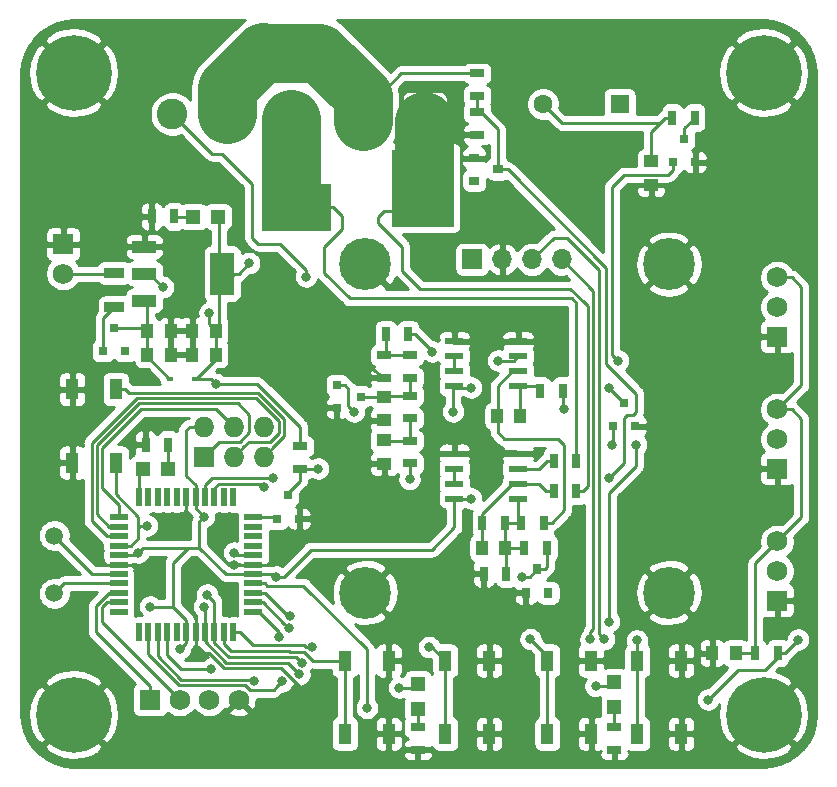
<source format=gbr>
G04 #@! TF.GenerationSoftware,KiCad,Pcbnew,(5.1.4)-1*
G04 #@! TF.CreationDate,2020-04-24T18:52:46+02:00*
G04 #@! TF.ProjectId,electronic_load,656c6563-7472-46f6-9e69-635f6c6f6164,rev?*
G04 #@! TF.SameCoordinates,Original*
G04 #@! TF.FileFunction,Copper,L1,Top*
G04 #@! TF.FilePolarity,Positive*
%FSLAX46Y46*%
G04 Gerber Fmt 4.6, Leading zero omitted, Abs format (unit mm)*
G04 Created by KiCad (PCBNEW (5.1.4)-1) date 2020-04-24 18:52:46*
%MOMM*%
%LPD*%
G04 APERTURE LIST*
%ADD10C,0.250000*%
%ADD11C,0.100000*%
%ADD12C,1.750000*%
%ADD13R,1.750000X1.750000*%
%ADD14C,1.600000*%
%ADD15R,1.600000X1.600000*%
%ADD16R,1.250000X1.000000*%
%ADD17R,0.700000X1.300000*%
%ADD18C,2.600000*%
%ADD19R,2.600000X2.600000*%
%ADD20R,0.800000X0.900000*%
%ADD21R,0.900000X0.800000*%
%ADD22R,1.700000X0.900000*%
%ADD23R,0.800100X0.800100*%
%ADD24R,1.000000X1.250000*%
%ADD25R,2.032000X1.016000*%
%ADD26R,2.032000X3.657600*%
%ADD27R,1.198880X1.198880*%
%ADD28R,1.300000X0.700000*%
%ADD29R,1.000000X3.200000*%
%ADD30C,6.400000*%
%ADD31C,4.400000*%
%ADD32R,1.700000X1.700000*%
%ADD33O,1.700000X1.700000*%
%ADD34R,1.100000X1.800000*%
%ADD35O,1.727200X1.727200*%
%ADD36R,1.727200X1.727200*%
%ADD37C,1.501140*%
%ADD38R,1.500000X0.550000*%
%ADD39R,0.550000X1.500000*%
%ADD40R,1.550000X0.600000*%
%ADD41R,0.600000X0.450000*%
%ADD42C,0.800000*%
%ADD43C,5.000000*%
%ADD44C,0.254000*%
G04 APERTURE END LIST*
D10*
X77978000Y-84328000D02*
X79502000Y-84328000D01*
D11*
G36*
X83566000Y-85648800D02*
G01*
X78384400Y-85648800D01*
X78384400Y-79197200D01*
X83566000Y-79197200D01*
X83566000Y-85648800D01*
G37*
X83566000Y-85648800D02*
X78384400Y-85648800D01*
X78384400Y-79197200D01*
X83566000Y-79197200D01*
X83566000Y-85648800D01*
G36*
X73152000Y-85953600D02*
G01*
X67360800Y-85953600D01*
X67360800Y-82042000D01*
X73152000Y-82042000D01*
X73152000Y-85953600D01*
G37*
X73152000Y-85953600D02*
X67360800Y-85953600D01*
X67360800Y-82042000D01*
X73152000Y-82042000D01*
X73152000Y-85953600D01*
D12*
X110998000Y-112348000D03*
X110998000Y-114848000D03*
D13*
X110998000Y-117348000D03*
D12*
X110998000Y-101172000D03*
X110998000Y-103672000D03*
D13*
X110998000Y-106172000D03*
D14*
X91163000Y-75311000D03*
D15*
X97663000Y-75311000D03*
D13*
X110998000Y-94996000D03*
D12*
X110998000Y-92496000D03*
X110998000Y-89996000D03*
D16*
X100330000Y-82137000D03*
X100330000Y-80137000D03*
D17*
X104013000Y-76454000D03*
X102113000Y-76454000D03*
X86172000Y-115062000D03*
X88072000Y-115062000D03*
D18*
X59799200Y-76149200D03*
X64799200Y-76149200D03*
D19*
X69799200Y-76149200D03*
D17*
X91501000Y-112903000D03*
X89601000Y-112903000D03*
D20*
X90678000Y-114697000D03*
X91628000Y-116697000D03*
X89728000Y-116697000D03*
D21*
X87344000Y-80838000D03*
X85344000Y-81788000D03*
X85344000Y-79888000D03*
D17*
X79753500Y-94805500D03*
X77853500Y-94805500D03*
D22*
X54864000Y-89612000D03*
X54864000Y-92512000D03*
D23*
X54864000Y-94234000D03*
X55814000Y-96232980D03*
X53914000Y-96232980D03*
D24*
X105489500Y-121793000D03*
X107489500Y-121793000D03*
D25*
X57404000Y-87376000D03*
X57404000Y-91948000D03*
X57404000Y-89662000D03*
D26*
X64008000Y-89662000D03*
D17*
X109156500Y-121793000D03*
X111056500Y-121793000D03*
D27*
X61561980Y-84836000D03*
X63660020Y-84836000D03*
D23*
X103124000Y-78232000D03*
X104074000Y-80230980D03*
X102174000Y-80230980D03*
D28*
X97218500Y-129979500D03*
X97218500Y-128079500D03*
X80581500Y-129979500D03*
X80581500Y-128079500D03*
D27*
X97218500Y-126334520D03*
X97218500Y-124236480D03*
X80581500Y-126492000D03*
X80581500Y-124393960D03*
D23*
X69593500Y-108427520D03*
X70543500Y-110426500D03*
X68643500Y-110426500D03*
X98044000Y-100584000D03*
X98994000Y-102582980D03*
X97094000Y-102582980D03*
X75722480Y-100073500D03*
X73723500Y-101023500D03*
X73723500Y-99123500D03*
D28*
X70612000Y-104272000D03*
X70612000Y-106172000D03*
D29*
X78868200Y-84023200D03*
X72668200Y-84023200D03*
D17*
X90932000Y-99568000D03*
X92832000Y-99568000D03*
D16*
X77724000Y-102076000D03*
X77724000Y-100076000D03*
D24*
X87995000Y-112903000D03*
X85995000Y-112903000D03*
D16*
X77724000Y-105775000D03*
X77724000Y-103775000D03*
D24*
X87265000Y-101727000D03*
X89265000Y-101727000D03*
D17*
X58044000Y-84831000D03*
X59944000Y-84831000D03*
D13*
X57912000Y-125730000D03*
D12*
X60412000Y-125730000D03*
X62912000Y-125730000D03*
X65412000Y-125730000D03*
D30*
X109855000Y-127000000D03*
X51435000Y-127000000D03*
X109855000Y-72644000D03*
X51435000Y-72644000D03*
D31*
X76120000Y-116668000D03*
X101830000Y-116668000D03*
X101830000Y-88868000D03*
X76120000Y-88868000D03*
D32*
X85165000Y-88468000D03*
D33*
X87705000Y-88468000D03*
X90245000Y-88468000D03*
X92785000Y-88468000D03*
D24*
X61468000Y-94488000D03*
X63468000Y-94488000D03*
X61468000Y-96520000D03*
X63468000Y-96520000D03*
X59658000Y-96520000D03*
X57658000Y-96520000D03*
X59658000Y-94488000D03*
X57658000Y-94488000D03*
D34*
X99170000Y-128628000D03*
X99170000Y-122428000D03*
X102870000Y-128628000D03*
X102870000Y-122428000D03*
X91550000Y-128628000D03*
X91550000Y-122428000D03*
X95250000Y-128628000D03*
X95250000Y-122428000D03*
X82914000Y-128628000D03*
X82914000Y-122428000D03*
X86614000Y-128628000D03*
X86614000Y-122428000D03*
X74405000Y-128628000D03*
X74405000Y-122428000D03*
X78105000Y-128628000D03*
X78105000Y-122428000D03*
X51308000Y-105664000D03*
X51308000Y-99464000D03*
X55008000Y-105664000D03*
X55008000Y-99464000D03*
D28*
X77724000Y-98486000D03*
X77724000Y-96586000D03*
X79883000Y-96586000D03*
X79883000Y-98486000D03*
X79883000Y-101915000D03*
X79883000Y-100015000D03*
X85598000Y-72710000D03*
X85598000Y-74610000D03*
D13*
X50546000Y-87162000D03*
D12*
X50546000Y-89662000D03*
D35*
X67564000Y-102616000D03*
X67564000Y-105156000D03*
X65024000Y-102616000D03*
X65024000Y-105156000D03*
X62484000Y-102616000D03*
D36*
X62484000Y-105156000D03*
D19*
X81153000Y-76136500D03*
D18*
X76073000Y-76136500D03*
D37*
X49784000Y-116740940D03*
X49784000Y-111859060D03*
D38*
X55260000Y-110300000D03*
X55260000Y-111100000D03*
X55260000Y-111900000D03*
X55260000Y-112700000D03*
X55260000Y-113500000D03*
X55260000Y-114300000D03*
X55260000Y-115100000D03*
X55260000Y-115900000D03*
X55260000Y-116700000D03*
X55260000Y-117500000D03*
X55260000Y-118300000D03*
D39*
X56960000Y-120000000D03*
X57760000Y-120000000D03*
X58560000Y-120000000D03*
X59360000Y-120000000D03*
X60160000Y-120000000D03*
X60960000Y-120000000D03*
X61760000Y-120000000D03*
X62560000Y-120000000D03*
X63360000Y-120000000D03*
X64160000Y-120000000D03*
X64960000Y-120000000D03*
D38*
X66660000Y-118300000D03*
X66660000Y-117500000D03*
X66660000Y-116700000D03*
X66660000Y-115900000D03*
X66660000Y-115100000D03*
X66660000Y-114300000D03*
X66660000Y-113500000D03*
X66660000Y-112700000D03*
X66660000Y-111900000D03*
X66660000Y-111100000D03*
X66660000Y-110300000D03*
D39*
X64960000Y-108600000D03*
X64160000Y-108600000D03*
X63360000Y-108600000D03*
X62560000Y-108600000D03*
X61760000Y-108600000D03*
X60960000Y-108600000D03*
X60160000Y-108600000D03*
X59360000Y-108600000D03*
X58560000Y-108600000D03*
X57760000Y-108600000D03*
X56960000Y-108600000D03*
D40*
X83660000Y-108712000D03*
X83660000Y-107442000D03*
X83660000Y-106172000D03*
X83660000Y-104902000D03*
X89060000Y-104902000D03*
X89060000Y-106172000D03*
X89060000Y-107442000D03*
X89060000Y-108712000D03*
X89060000Y-99187000D03*
X89060000Y-97917000D03*
X89060000Y-96647000D03*
X89060000Y-95377000D03*
X83660000Y-95377000D03*
X83660000Y-96647000D03*
X83660000Y-97917000D03*
X83660000Y-99187000D03*
D17*
X93975000Y-108077000D03*
X92075000Y-108077000D03*
X87945000Y-110744000D03*
X86045000Y-110744000D03*
X92080000Y-105537000D03*
X93980000Y-105537000D03*
X89347000Y-110744000D03*
X91247000Y-110744000D03*
D28*
X79883000Y-105725000D03*
X79883000Y-103825000D03*
X85598000Y-76012000D03*
X85598000Y-77912000D03*
D17*
X57536000Y-104140000D03*
X59436000Y-104140000D03*
D27*
X59436000Y-106172000D03*
X57337960Y-106172000D03*
D41*
X61722000Y-98552000D03*
X59622000Y-98552000D03*
D42*
X81407000Y-84836000D03*
X82804000Y-84836000D03*
X80010000Y-83312000D03*
X80010000Y-84836000D03*
X70993000Y-83121500D03*
X70993000Y-84772500D03*
X69659500Y-84772500D03*
X68262500Y-84772500D03*
X69659500Y-83121500D03*
X68262500Y-83121500D03*
X69913500Y-81661000D03*
X71564500Y-81661000D03*
X68262500Y-81661000D03*
X68262500Y-80200500D03*
X69913500Y-80200500D03*
X71564500Y-80200500D03*
X79248000Y-81788000D03*
X79248000Y-80264000D03*
X81089500Y-80264000D03*
X82804000Y-80264000D03*
X81089500Y-81788000D03*
X82804000Y-81788000D03*
X81407000Y-83312000D03*
X82804000Y-83312000D03*
X68580000Y-113792000D03*
X60960000Y-110236000D03*
X56896000Y-114808000D03*
X61849000Y-121793000D03*
X65024000Y-114300000D03*
X57912000Y-102362000D03*
X61595000Y-114173000D03*
X64770000Y-117602000D03*
X64516000Y-110744000D03*
X59436000Y-110744000D03*
X91503500Y-97091500D03*
X82359500Y-115506500D03*
X73660000Y-103632000D03*
X69723000Y-95948500D03*
X87630000Y-104648000D03*
X87630000Y-95504000D03*
X57658000Y-110998000D03*
X65024000Y-113284000D03*
X71632655Y-121259030D03*
X81534000Y-121285000D03*
X90113315Y-120618521D03*
X68834000Y-120410946D03*
X69659500Y-119697500D03*
X99123500Y-120713500D03*
X68580000Y-115316000D03*
X57912000Y-117856000D03*
X62484000Y-110236000D03*
X56896000Y-113284000D03*
X60452000Y-121412000D03*
X63500000Y-99016970D03*
X58991500Y-90805000D03*
X62928500Y-92964000D03*
X66294000Y-88773000D03*
X85090000Y-108712000D03*
X83566000Y-101346000D03*
X85090000Y-99314000D03*
X62738000Y-116840000D03*
X95186500Y-120618521D03*
X70739000Y-122618500D03*
X62484000Y-117856000D03*
X96329500Y-120618521D03*
X70542099Y-123598936D03*
X68326000Y-106934000D03*
X96774000Y-106934000D03*
X69064771Y-124192090D03*
X79878344Y-107065664D03*
X97028000Y-104140000D03*
X72136000Y-106172000D03*
X75184000Y-101346000D03*
X78994000Y-124714000D03*
X63071206Y-123151525D03*
X95631000Y-124587000D03*
X66686962Y-124169010D03*
X69786500Y-118618000D03*
X96774000Y-119126000D03*
X99060000Y-104140000D03*
X97536000Y-97028000D03*
X76263500Y-126428500D03*
X105156000Y-125730000D03*
X112776000Y-120650000D03*
X87376000Y-97028000D03*
X81788000Y-96266000D03*
X67564000Y-107696000D03*
X89408000Y-115316000D03*
X96737000Y-99314000D03*
X92964000Y-101092000D03*
X71120000Y-89916000D03*
D10*
X94575000Y-108077000D02*
X93975000Y-108077000D01*
X94996000Y-107656000D02*
X94575000Y-108077000D01*
X94996000Y-92386685D02*
X94996000Y-107656000D01*
X94678500Y-92069185D02*
X94996000Y-92386685D01*
X94678500Y-92069185D02*
X94609185Y-92069185D01*
X94609185Y-92069185D02*
X93472000Y-90932000D01*
X93472000Y-90932000D02*
X80772000Y-90932000D01*
X80772000Y-90932000D02*
X79248000Y-89408000D01*
X79248000Y-89408000D02*
X79248000Y-87376000D01*
X79248000Y-87376000D02*
X77216000Y-85344000D01*
X77216000Y-85344000D02*
X77216000Y-84836000D01*
X77216000Y-84836000D02*
X77724000Y-84328000D01*
X77724000Y-84328000D02*
X78043199Y-84328000D01*
X68072000Y-114300000D02*
X66660000Y-114300000D01*
X68580000Y-113792000D02*
X68072000Y-114300000D01*
X60960000Y-110236000D02*
X60960000Y-108600000D01*
X56388000Y-114300000D02*
X55260000Y-114300000D01*
X56896000Y-114808000D02*
X56388000Y-114300000D01*
X61760000Y-121196000D02*
X61760000Y-120000000D01*
X61976000Y-121412000D02*
X61760000Y-121196000D01*
X55260000Y-114300000D02*
X53848000Y-114300000D01*
X53848000Y-114300000D02*
X53340000Y-113792000D01*
X61760000Y-120000000D02*
X61760000Y-118656000D01*
X61760000Y-118656000D02*
X61214000Y-118110000D01*
X66660000Y-114300000D02*
X65024000Y-114300000D01*
X57536000Y-104140000D02*
X57536000Y-102738000D01*
X57536000Y-102738000D02*
X57912000Y-102362000D01*
X77724000Y-98486000D02*
X76073000Y-97218500D01*
X64176588Y-123062998D02*
X68960998Y-123062998D01*
X62925589Y-121811999D02*
X64176588Y-123062998D01*
X61976000Y-121412000D02*
X62375999Y-121811999D01*
X62375999Y-121811999D02*
X62925589Y-121811999D01*
X68960998Y-123062998D02*
X72009000Y-126111000D01*
D43*
X81127600Y-78648077D02*
X81127600Y-80619600D01*
X81102200Y-76784200D02*
X81102200Y-78622677D01*
X81102200Y-78622677D02*
X81127600Y-78648077D01*
D10*
X81102200Y-81789200D02*
X79013410Y-83877990D01*
X81102200Y-78622677D02*
X81102200Y-81789200D01*
X88806000Y-104648000D02*
X89060000Y-104902000D01*
X87630000Y-104648000D02*
X88806000Y-104648000D01*
X88933000Y-95504000D02*
X89060000Y-95377000D01*
X87630000Y-95504000D02*
X88933000Y-95504000D01*
X55008000Y-108348000D02*
X55008000Y-105664000D01*
X56896000Y-110236000D02*
X55008000Y-108348000D01*
X56896000Y-112064000D02*
X56896000Y-110236000D01*
X55260000Y-112700000D02*
X56260000Y-112700000D01*
X56260000Y-112700000D02*
X56896000Y-112064000D01*
X56896000Y-111194315D02*
X56896000Y-112064000D01*
X57092315Y-110998000D02*
X56896000Y-111194315D01*
X57658000Y-110998000D02*
X57092315Y-110998000D01*
X69284010Y-103435990D02*
X68427599Y-104292401D01*
X55008000Y-99464000D02*
X55808000Y-99464000D01*
X68427599Y-104292401D02*
X67564000Y-105156000D01*
X55808000Y-99464000D02*
X56085971Y-99741971D01*
X69284010Y-101940468D02*
X69284010Y-103435990D01*
X67085513Y-99741971D02*
X69284010Y-101940468D01*
X56085971Y-99741971D02*
X67085513Y-99741971D01*
X50624940Y-115900000D02*
X49784000Y-116740940D01*
X55260000Y-115900000D02*
X50624940Y-115900000D01*
X53024940Y-115100000D02*
X55260000Y-115100000D01*
X49784000Y-111859060D02*
X53024940Y-115100000D01*
X65240000Y-113500000D02*
X66660000Y-113500000D01*
X65024000Y-113284000D02*
X65240000Y-113500000D01*
X59436000Y-106172000D02*
X59436000Y-104140000D01*
X56960000Y-106549960D02*
X57337960Y-106172000D01*
X56960000Y-108600000D02*
X56960000Y-106549960D01*
D43*
X64452500Y-73995286D02*
X64452500Y-76149200D01*
X67501452Y-70928548D02*
X64455356Y-73974644D01*
X72219190Y-70949190D02*
X67645286Y-70949190D01*
X72219190Y-70949190D02*
X75902190Y-74632190D01*
X75902190Y-74632190D02*
X75902190Y-76784200D01*
D10*
X75902190Y-74632190D02*
X77259810Y-74632190D01*
X79182000Y-72710000D02*
X85598000Y-72710000D01*
X77259810Y-74632190D02*
X79182000Y-72710000D01*
X91480000Y-105537000D02*
X90845000Y-106172000D01*
X92080000Y-105537000D02*
X91480000Y-105537000D01*
X90845000Y-106172000D02*
X89060000Y-106172000D01*
X83660000Y-106172000D02*
X83660000Y-107442000D01*
X53848000Y-119166000D02*
X60412000Y-125730000D01*
X53848000Y-117912000D02*
X53848000Y-119166000D01*
X55260000Y-117500000D02*
X54260000Y-117500000D01*
X54260000Y-117500000D02*
X53848000Y-117912000D01*
X55260000Y-116700000D02*
X54423590Y-116700000D01*
X54423590Y-116700000D02*
X53340000Y-117783590D01*
X57912000Y-124605000D02*
X57912000Y-125730000D01*
X53340000Y-120033000D02*
X57912000Y-124605000D01*
X53340000Y-117783590D02*
X53340000Y-120033000D01*
X68833999Y-103124001D02*
X68072000Y-103886000D01*
X54260000Y-111900000D02*
X52947982Y-110587982D01*
X52947982Y-110587982D02*
X52947982Y-104021198D01*
X56777199Y-100191982D02*
X66899114Y-100191982D01*
X68833999Y-102126867D02*
X68833999Y-103124001D01*
X66294000Y-103886000D02*
X65887599Y-104292401D01*
X65887599Y-104292401D02*
X65024000Y-105156000D01*
X55260000Y-111900000D02*
X54260000Y-111900000D01*
X52947982Y-104021198D02*
X56777199Y-100191982D01*
X66899114Y-100191982D02*
X68833999Y-102126867D01*
X68072000Y-103886000D02*
X66294000Y-103886000D01*
X65513130Y-103886000D02*
X63754000Y-103886000D01*
X66294000Y-101600000D02*
X66294000Y-103105130D01*
X63754000Y-103886000D02*
X62484000Y-105156000D01*
X55260000Y-111100000D02*
X54449998Y-111100000D01*
X53397990Y-110047992D02*
X53397991Y-104207599D01*
X53397991Y-104207599D02*
X56963600Y-100641990D01*
X66294000Y-103105130D02*
X65513130Y-103886000D01*
X56963600Y-100641990D02*
X65335990Y-100641990D01*
X54449998Y-111100000D02*
X53397990Y-110047992D01*
X65335990Y-100641990D02*
X66294000Y-101600000D01*
X63500000Y-101092000D02*
X65024000Y-102616000D01*
X57150000Y-101092000D02*
X63500000Y-101092000D01*
X53848000Y-104394000D02*
X57150000Y-101092000D01*
X53848000Y-107824410D02*
X53848000Y-104394000D01*
X55260000Y-110300000D02*
X55260000Y-109236410D01*
X55260000Y-109236410D02*
X53848000Y-107824410D01*
X91928000Y-110744000D02*
X91247000Y-110744000D01*
X92964000Y-109708000D02*
X91928000Y-110744000D01*
X88585000Y-97917000D02*
X87327500Y-99174500D01*
X89060000Y-97917000D02*
X88585000Y-97917000D01*
X87327500Y-99174500D02*
X87327500Y-103075500D01*
X87327500Y-103075500D02*
X87884000Y-103632000D01*
X92964000Y-104140000D02*
X92964000Y-109708000D01*
X87884000Y-103632000D02*
X92456000Y-103632000D01*
X92456000Y-103632000D02*
X92964000Y-104140000D01*
X79883000Y-101915000D02*
X79883000Y-103825000D01*
X77917000Y-103825000D02*
X77724000Y-103632000D01*
X79883000Y-103825000D02*
X77917000Y-103825000D01*
X92075000Y-108077000D02*
X91440000Y-108077000D01*
X90805000Y-107442000D02*
X89060000Y-107442000D01*
X91440000Y-108077000D02*
X90805000Y-107442000D01*
X88585000Y-107442000D02*
X86045000Y-109982000D01*
X89060000Y-107442000D02*
X88585000Y-107442000D01*
X86045000Y-109982000D02*
X86045000Y-110744000D01*
X86045000Y-112853000D02*
X85995000Y-112903000D01*
X86045000Y-110744000D02*
X86045000Y-112853000D01*
X74405000Y-122078000D02*
X74405000Y-122428000D01*
X74405000Y-122428000D02*
X74405000Y-128628000D01*
X74405000Y-122428000D02*
X71685004Y-122428000D01*
X69774200Y-121712967D02*
X69647200Y-121585967D01*
X64160000Y-121000000D02*
X64160000Y-120000000D01*
X70969971Y-121712967D02*
X69774200Y-121712967D01*
X64745967Y-121585967D02*
X64160000Y-121000000D01*
X71685004Y-122428000D02*
X70969971Y-121712967D01*
X69647200Y-121585967D02*
X64745967Y-121585967D01*
X82914000Y-122078000D02*
X82914000Y-122428000D01*
X82914000Y-122428000D02*
X82914000Y-128628000D01*
X81771000Y-121285000D02*
X82914000Y-122428000D01*
X81534000Y-121285000D02*
X81771000Y-121285000D01*
X66620956Y-121135956D02*
X70943896Y-121135956D01*
X64960000Y-120000000D02*
X65485000Y-120000000D01*
X71066970Y-121259030D02*
X71632655Y-121259030D01*
X65485000Y-120000000D02*
X66620956Y-121135956D01*
X70943896Y-121135956D02*
X71066970Y-121259030D01*
X91550000Y-122428000D02*
X91550000Y-128628000D01*
X91550000Y-122428000D02*
X91550000Y-122078000D01*
X91550000Y-122078000D02*
X90113315Y-120641315D01*
X90113315Y-120641315D02*
X90113315Y-120618521D01*
X67135000Y-118300000D02*
X68834000Y-119999000D01*
X68834000Y-119999000D02*
X68834000Y-120410946D01*
X66660000Y-118300000D02*
X67135000Y-118300000D01*
X99170000Y-122428000D02*
X99170000Y-128628000D01*
X99170000Y-121458500D02*
X99170000Y-122428000D01*
X99123500Y-121412000D02*
X99170000Y-121458500D01*
X99123500Y-120713500D02*
X99123500Y-121412000D01*
X66660000Y-117500000D02*
X67462000Y-117500000D01*
X67462000Y-117500000D02*
X69259501Y-119297501D01*
X69259501Y-119297501D02*
X69659500Y-119697500D01*
X66660000Y-115100000D02*
X68364000Y-115100000D01*
X68364000Y-115100000D02*
X68580000Y-115316000D01*
X60960000Y-119000000D02*
X60960000Y-120000000D01*
X59816000Y-117856000D02*
X60960000Y-119000000D01*
X57912000Y-117856000D02*
X59816000Y-117856000D01*
X61760000Y-108600000D02*
X61760000Y-109512000D01*
X61760000Y-109512000D02*
X62484000Y-110236000D01*
X55260000Y-113500000D02*
X56680000Y-113500000D01*
X56680000Y-113500000D02*
X56896000Y-113284000D01*
X60960000Y-120000000D02*
X60960000Y-120904000D01*
X60960000Y-120904000D02*
X60452000Y-121412000D01*
X63729000Y-94227000D02*
X63468000Y-94488000D01*
X63729000Y-89789000D02*
X63729000Y-94227000D01*
X63468000Y-94488000D02*
X63468000Y-96520000D01*
X61797000Y-98552000D02*
X61722000Y-98552000D01*
X63468000Y-96881000D02*
X61797000Y-98552000D01*
X63468000Y-96520000D02*
X63468000Y-96881000D01*
X61262686Y-102616000D02*
X60960000Y-102918686D01*
X62484000Y-102616000D02*
X61262686Y-102616000D01*
X61760000Y-107600000D02*
X61760000Y-108600000D01*
X60960000Y-106800000D02*
X61760000Y-107600000D01*
X60960000Y-102918686D02*
X60960000Y-106800000D01*
X62084001Y-110635999D02*
X62084001Y-112884001D01*
X62484000Y-110236000D02*
X62084001Y-110635999D01*
X64300000Y-115100000D02*
X66660000Y-115100000D01*
X62084001Y-112884001D02*
X64300000Y-115100000D01*
X57295999Y-112884001D02*
X56896000Y-113284000D01*
X59816000Y-114174000D02*
X61105999Y-112884001D01*
X59816000Y-117856000D02*
X59816000Y-114174000D01*
X62084001Y-112884001D02*
X61105999Y-112884001D01*
X61105999Y-112884001D02*
X57295999Y-112884001D01*
X61722000Y-98552000D02*
X63035030Y-98552000D01*
X63035030Y-98552000D02*
X63500000Y-99016970D01*
X63729000Y-89789000D02*
X64979000Y-89789000D01*
X63729000Y-85222000D02*
X63343000Y-84836000D01*
X63729000Y-89789000D02*
X63729000Y-85222000D01*
X66996922Y-99016970D02*
X64065685Y-99016970D01*
X70612000Y-104272000D02*
X70612000Y-102632048D01*
X70612000Y-102632048D02*
X66996922Y-99016970D01*
X64065685Y-99016970D02*
X63500000Y-99016970D01*
X57404000Y-89662000D02*
X57848500Y-89662000D01*
X57848500Y-89662000D02*
X58991500Y-90805000D01*
X62928500Y-93948500D02*
X63468000Y-94488000D01*
X62928500Y-92964000D02*
X62928500Y-93948500D01*
X107489500Y-121793000D02*
X109156500Y-121793000D01*
X64008000Y-89662000D02*
X65405000Y-89662000D01*
X65405000Y-89662000D02*
X66294000Y-88773000D01*
X112235436Y-89996000D02*
X113030000Y-90790564D01*
X110998000Y-89996000D02*
X112235436Y-89996000D01*
X113030000Y-99140000D02*
X110998000Y-101172000D01*
X113030000Y-90790564D02*
X113030000Y-99140000D01*
X112235436Y-101172000D02*
X113030000Y-101966564D01*
X110998000Y-101172000D02*
X112235436Y-101172000D01*
X113030000Y-110316000D02*
X110998000Y-112348000D01*
X113030000Y-101966564D02*
X113030000Y-110316000D01*
X109156500Y-114189500D02*
X110998000Y-112348000D01*
X109156500Y-121793000D02*
X109156500Y-114189500D01*
X85090000Y-108712000D02*
X83660000Y-108712000D01*
X83660000Y-108712000D02*
X83185000Y-108712000D01*
X83660000Y-111158000D02*
X83660000Y-108712000D01*
X81788000Y-113030000D02*
X83660000Y-111158000D01*
X71501000Y-113030000D02*
X81788000Y-113030000D01*
X68580000Y-115316000D02*
X69215000Y-115316000D01*
X69215000Y-115316000D02*
X71501000Y-113030000D01*
X87932500Y-111264500D02*
X87945000Y-111252000D01*
X87945000Y-110952000D02*
X87945000Y-111252000D01*
X89060000Y-110457000D02*
X89347000Y-110744000D01*
X89060000Y-108712000D02*
X89060000Y-110457000D01*
X89347000Y-110744000D02*
X87945000Y-110744000D01*
X87945000Y-112853000D02*
X87995000Y-112903000D01*
X87945000Y-110744000D02*
X87945000Y-112853000D01*
X87995000Y-112903000D02*
X89601000Y-112903000D01*
X88072000Y-112980000D02*
X87995000Y-112903000D01*
X88072000Y-115062000D02*
X88072000Y-112980000D01*
X50546000Y-89662000D02*
X54864000Y-89662000D01*
X83566000Y-99281000D02*
X83660000Y-99187000D01*
X83566000Y-101346000D02*
X83566000Y-99281000D01*
X83787000Y-99314000D02*
X83660000Y-99187000D01*
X85090000Y-99314000D02*
X83787000Y-99314000D01*
X53914000Y-93412000D02*
X53914000Y-96234000D01*
X54864000Y-92462000D02*
X53914000Y-93412000D01*
X63360000Y-117462000D02*
X62738000Y-116840000D01*
X63360000Y-120000000D02*
X63360000Y-117462000D01*
X95186500Y-120052836D02*
X95186500Y-120618521D01*
X95446010Y-119793326D02*
X95186500Y-120052836D01*
X92785000Y-88468000D02*
X95446010Y-91129010D01*
X95446010Y-91129010D02*
X95446010Y-119793326D01*
X63360000Y-120000000D02*
X63360000Y-120973591D01*
X70339001Y-122218501D02*
X70739000Y-122618500D01*
X63360000Y-120973591D02*
X64549387Y-122162978D01*
X70283478Y-122162978D02*
X70339001Y-122218501D01*
X64549387Y-122162978D02*
X70283478Y-122162978D01*
X62560000Y-120000000D02*
X62560000Y-117932000D01*
X62560000Y-117932000D02*
X62484000Y-117856000D01*
X95929501Y-89325501D02*
X95929501Y-120218522D01*
X90245000Y-88468000D02*
X92099000Y-86614000D01*
X92099000Y-86614000D02*
X93218000Y-86614000D01*
X93218000Y-86614000D02*
X95929501Y-89325501D01*
X95929501Y-120218522D02*
X96329500Y-120618521D01*
X62560000Y-120000000D02*
X62560000Y-120810003D01*
X69556152Y-122612989D02*
X70142100Y-123198937D01*
X70142100Y-123198937D02*
X70542099Y-123598936D01*
X64362986Y-122612989D02*
X69556152Y-122612989D01*
X62560000Y-120810003D02*
X64362986Y-122612989D01*
X62560000Y-108600000D02*
X62560000Y-107600000D01*
X63579588Y-106934000D02*
X68326000Y-106934000D01*
X63168010Y-106991990D02*
X63521598Y-106991990D01*
X63521598Y-106991990D02*
X63579588Y-106934000D01*
X62560000Y-107600000D02*
X63168010Y-106991990D01*
X85598000Y-74610000D02*
X85598000Y-76012000D01*
X85632000Y-75978000D02*
X85598000Y-76012000D01*
X88204000Y-80838000D02*
X87344000Y-80838000D01*
X96520000Y-97282000D02*
X96520000Y-89154000D01*
X99060000Y-99822000D02*
X96520000Y-97282000D01*
X96520000Y-89154000D02*
X88204000Y-80838000D01*
X98044000Y-105664000D02*
X98044000Y-101854000D01*
X96774000Y-106934000D02*
X98044000Y-105664000D01*
X98044000Y-101854000D02*
X98298000Y-101600000D01*
X98298000Y-101600000D02*
X98806000Y-101600000D01*
X98806000Y-101600000D02*
X99060000Y-101346000D01*
X99060000Y-101346000D02*
X99060000Y-99822000D01*
X87344000Y-80188000D02*
X87344000Y-80838000D01*
X87344000Y-77458000D02*
X87344000Y-80188000D01*
X85898000Y-76012000D02*
X87344000Y-77458000D01*
X85598000Y-76012000D02*
X85898000Y-76012000D01*
X57760000Y-121896410D02*
X60393133Y-124529543D01*
X68664772Y-124592089D02*
X69064771Y-124192090D01*
X65974491Y-124529543D02*
X66338960Y-124894012D01*
X60393133Y-124529543D02*
X65974491Y-124529543D01*
X57760000Y-120000000D02*
X57760000Y-121896410D01*
X68362849Y-124894012D02*
X68664772Y-124592089D01*
X66338960Y-124894012D02*
X68362849Y-124894012D01*
X79883000Y-105725000D02*
X79883000Y-107061008D01*
X79883000Y-107061008D02*
X79878344Y-107065664D01*
X89202500Y-99329500D02*
X89060000Y-99187000D01*
X89202500Y-101727000D02*
X89202500Y-99329500D01*
X90551000Y-99187000D02*
X90932000Y-99568000D01*
X89060000Y-99187000D02*
X90551000Y-99187000D01*
X57658000Y-96663000D02*
X57658000Y-96520000D01*
X59547000Y-98552000D02*
X57658000Y-96663000D01*
X59622000Y-98552000D02*
X59547000Y-98552000D01*
X57658000Y-96520000D02*
X57658000Y-94488000D01*
X57658000Y-92318000D02*
X57429000Y-92089000D01*
X57658000Y-94488000D02*
X57658000Y-92318000D01*
X57404000Y-94234000D02*
X57658000Y-94488000D01*
X54864000Y-94234000D02*
X57404000Y-94234000D01*
X77785000Y-100015000D02*
X77724000Y-100076000D01*
X79883000Y-100015000D02*
X77785000Y-100015000D01*
X79883000Y-100015000D02*
X79883000Y-98486000D01*
X75692000Y-100076000D02*
X77724000Y-100076000D01*
X83660000Y-96647000D02*
X83660000Y-97917000D01*
X59949000Y-84836000D02*
X59944000Y-84831000D01*
X61468000Y-84836000D02*
X59949000Y-84836000D01*
D43*
X69799200Y-82448000D02*
X69799200Y-83463200D01*
X69850000Y-76556000D02*
X69850000Y-82856000D01*
D10*
X74168000Y-85852000D02*
X74168000Y-84773000D01*
X72644000Y-87376000D02*
X74168000Y-85852000D01*
X74790687Y-91751685D02*
X72644000Y-89604998D01*
X93980000Y-92132685D02*
X93599000Y-91751685D01*
X73418200Y-84023200D02*
X72668200Y-84023200D01*
X93980000Y-105537000D02*
X93980000Y-92132685D01*
X72644000Y-89604998D02*
X72644000Y-87376000D01*
X93599000Y-91751685D02*
X74790687Y-91751685D01*
X74168000Y-84773000D02*
X73418200Y-84023200D01*
X71373200Y-84023200D02*
X69799200Y-82449200D01*
X72668200Y-84023200D02*
X71373200Y-84023200D01*
X69596000Y-108204000D02*
X70612000Y-107188000D01*
X70612000Y-107188000D02*
X70612000Y-106172000D01*
X97094000Y-102584000D02*
X97094000Y-104074000D01*
X97094000Y-104074000D02*
X97028000Y-104140000D01*
X72136000Y-106172000D02*
X70612000Y-106172000D01*
X74373550Y-99123500D02*
X74676000Y-99425950D01*
X73723500Y-99123500D02*
X74373550Y-99123500D01*
X74676000Y-99425950D02*
X74676000Y-100838000D01*
X74676000Y-100838000D02*
X75184000Y-101346000D01*
X68542000Y-110300000D02*
X68646000Y-110404000D01*
X66660000Y-110300000D02*
X68542000Y-110300000D01*
X80581500Y-126492000D02*
X80581500Y-128079500D01*
X80261460Y-124714000D02*
X80581500Y-124393960D01*
X78994000Y-124714000D02*
X80261460Y-124714000D01*
X59360000Y-121971000D02*
X60540525Y-123151525D01*
X62505521Y-123151525D02*
X63071206Y-123151525D01*
X60540525Y-123151525D02*
X62505521Y-123151525D01*
X59360000Y-120000000D02*
X59360000Y-121971000D01*
X97218500Y-126334520D02*
X97218500Y-128079500D01*
X96867980Y-124587000D02*
X97218500Y-124236480D01*
X95631000Y-124587000D02*
X96867980Y-124587000D01*
X58560000Y-120000000D02*
X58560000Y-122060000D01*
X60542010Y-124042010D02*
X66559962Y-124042010D01*
X66559962Y-124042010D02*
X66686962Y-124169010D01*
X58560000Y-122060000D02*
X60542010Y-124042010D01*
X103124000Y-77343000D02*
X104013000Y-76454000D01*
X103124000Y-78232000D02*
X103124000Y-77343000D01*
X69578000Y-118618000D02*
X69786500Y-118618000D01*
X66660000Y-116700000D02*
X67660000Y-116700000D01*
X67660000Y-116700000D02*
X69578000Y-118618000D01*
X96774000Y-119126000D02*
X96774000Y-118560315D01*
X96774000Y-118560315D02*
X96774000Y-108204000D01*
X96774000Y-108204000D02*
X99060000Y-105918000D01*
X99060000Y-105918000D02*
X99060000Y-104140000D01*
X102174000Y-80881030D02*
X102174000Y-80230980D01*
X101775030Y-81280000D02*
X102174000Y-80881030D01*
X98044000Y-81280000D02*
X101775030Y-81280000D01*
X97028000Y-82296000D02*
X98044000Y-81280000D01*
X97536000Y-97028000D02*
X97028000Y-96520000D01*
X97028000Y-96520000D02*
X97028000Y-82296000D01*
X67660000Y-115900000D02*
X67838000Y-116078000D01*
X66660000Y-115900000D02*
X67660000Y-115900000D01*
X67838000Y-116078000D02*
X70866000Y-116078000D01*
X70866000Y-116078000D02*
X76263500Y-121475500D01*
X76263500Y-121475500D02*
X76263500Y-126428500D01*
X111056500Y-122093000D02*
X111056500Y-121793000D01*
X109959500Y-123190000D02*
X111056500Y-122093000D01*
X107696000Y-123190000D02*
X109959500Y-123190000D01*
X105156000Y-125730000D02*
X107696000Y-123190000D01*
X111056500Y-121793000D02*
X111633000Y-121793000D01*
X111633000Y-121793000D02*
X112776000Y-120650000D01*
X79883000Y-96586000D02*
X77724000Y-96586000D01*
X77853500Y-96456500D02*
X77724000Y-96586000D01*
X77853500Y-94805500D02*
X77853500Y-96456500D01*
X89126000Y-96581000D02*
X89060000Y-96647000D01*
X88679000Y-97028000D02*
X89060000Y-96647000D01*
X87376000Y-97028000D02*
X88679000Y-97028000D01*
X81788000Y-96240000D02*
X81788000Y-96266000D01*
X79753500Y-94805500D02*
X80353500Y-94805500D01*
X80353500Y-94805500D02*
X81788000Y-96240000D01*
X63707998Y-107442000D02*
X63360000Y-107789998D01*
X63360000Y-107789998D02*
X63360000Y-108600000D01*
X63707998Y-107442000D02*
X67310000Y-107442000D01*
X67310000Y-107442000D02*
X67564000Y-107696000D01*
X91328000Y-114697000D02*
X90678000Y-114697000D01*
X91501000Y-114524000D02*
X91328000Y-114697000D01*
X91501000Y-112903000D02*
X91501000Y-114524000D01*
X90059000Y-115316000D02*
X90678000Y-114697000D01*
X89408000Y-115316000D02*
X90059000Y-115316000D01*
X92832000Y-99568000D02*
X92832000Y-100960000D01*
X92832000Y-100960000D02*
X92964000Y-101092000D01*
X98007000Y-100584000D02*
X96737000Y-99314000D01*
X98044000Y-100584000D02*
X98007000Y-100584000D01*
X71120000Y-89350315D02*
X68891685Y-87122000D01*
X71120000Y-89916000D02*
X71120000Y-89350315D01*
X68891685Y-87122000D02*
X67056000Y-87122000D01*
X67056000Y-87122000D02*
X66548000Y-86614000D01*
X66548000Y-86614000D02*
X66548000Y-82042000D01*
X66548000Y-82042000D02*
X64008000Y-79502000D01*
X63152000Y-79502000D02*
X59799200Y-76149200D01*
X64008000Y-79502000D02*
X63152000Y-79502000D01*
X92750500Y-76898500D02*
X91163000Y-75311000D01*
X101068500Y-76898500D02*
X92750500Y-76898500D01*
X101513000Y-76454000D02*
X101068500Y-76898500D01*
X102113000Y-76454000D02*
X101513000Y-76454000D01*
X100330000Y-77637000D02*
X100330000Y-80137000D01*
X101068500Y-76898500D02*
X100330000Y-77637000D01*
D44*
G36*
X65751312Y-68309280D02*
G01*
X65393567Y-68602873D01*
X62245439Y-71751003D01*
X62224995Y-71767781D01*
X62208217Y-71788224D01*
X62129681Y-71866761D01*
X61836088Y-72224505D01*
X61544981Y-72769127D01*
X61365718Y-73360077D01*
X61364080Y-73376703D01*
X61362862Y-73380720D01*
X61317500Y-73841285D01*
X61317500Y-73849647D01*
X61305189Y-73974644D01*
X61317500Y-74099641D01*
X61317500Y-74938588D01*
X61302213Y-74915709D01*
X61032691Y-74646187D01*
X60715766Y-74434425D01*
X60363619Y-74288561D01*
X59989781Y-74214200D01*
X59608619Y-74214200D01*
X59234781Y-74288561D01*
X58882634Y-74434425D01*
X58565709Y-74646187D01*
X58296187Y-74915709D01*
X58084425Y-75232634D01*
X57938561Y-75584781D01*
X57864200Y-75958619D01*
X57864200Y-76339781D01*
X57938561Y-76713619D01*
X58084425Y-77065766D01*
X58296187Y-77382691D01*
X58565709Y-77652213D01*
X58882634Y-77863975D01*
X59234781Y-78009839D01*
X59608619Y-78084200D01*
X59989781Y-78084200D01*
X60363619Y-78009839D01*
X60520186Y-77944987D01*
X62588200Y-80013002D01*
X62611999Y-80042001D01*
X62727724Y-80136974D01*
X62859753Y-80207546D01*
X63003014Y-80251003D01*
X63114667Y-80262000D01*
X63114676Y-80262000D01*
X63151999Y-80265676D01*
X63189322Y-80262000D01*
X63693199Y-80262000D01*
X65788001Y-82356804D01*
X65788000Y-86576677D01*
X65784324Y-86614000D01*
X65788000Y-86651322D01*
X65788000Y-86651332D01*
X65798997Y-86762985D01*
X65833355Y-86876250D01*
X65842454Y-86906246D01*
X65913026Y-87038276D01*
X65929074Y-87057830D01*
X66007999Y-87154001D01*
X66037002Y-87177803D01*
X66492200Y-87633002D01*
X66515999Y-87662001D01*
X66631724Y-87756974D01*
X66763753Y-87827546D01*
X66907014Y-87871003D01*
X67018667Y-87882000D01*
X67018676Y-87882000D01*
X67055999Y-87885676D01*
X67093322Y-87882000D01*
X68576884Y-87882000D01*
X70178728Y-89483845D01*
X70124774Y-89614102D01*
X70085000Y-89814061D01*
X70085000Y-90017939D01*
X70124774Y-90217898D01*
X70202795Y-90406256D01*
X70316063Y-90575774D01*
X70460226Y-90719937D01*
X70629744Y-90833205D01*
X70818102Y-90911226D01*
X71018061Y-90951000D01*
X71221939Y-90951000D01*
X71421898Y-90911226D01*
X71610256Y-90833205D01*
X71779774Y-90719937D01*
X71923937Y-90575774D01*
X72037205Y-90406256D01*
X72115226Y-90217898D01*
X72126116Y-90163150D01*
X72133003Y-90168802D01*
X74226887Y-92262687D01*
X74250686Y-92291686D01*
X74366411Y-92386659D01*
X74498440Y-92457231D01*
X74641701Y-92500688D01*
X74753354Y-92511685D01*
X74753364Y-92511685D01*
X74790687Y-92515361D01*
X74828010Y-92511685D01*
X93220001Y-92511685D01*
X93220001Y-98283671D01*
X93182000Y-98279928D01*
X92482000Y-98279928D01*
X92357518Y-98292188D01*
X92237820Y-98328498D01*
X92127506Y-98387463D01*
X92030815Y-98466815D01*
X91951463Y-98563506D01*
X91892498Y-98673820D01*
X91882000Y-98708427D01*
X91871502Y-98673820D01*
X91812537Y-98563506D01*
X91733185Y-98466815D01*
X91636494Y-98387463D01*
X91526180Y-98328498D01*
X91406482Y-98292188D01*
X91282000Y-98279928D01*
X90582000Y-98279928D01*
X90465747Y-98291378D01*
X90473072Y-98217000D01*
X90473072Y-97617000D01*
X90460812Y-97492518D01*
X90424502Y-97372820D01*
X90375957Y-97282000D01*
X90424502Y-97191180D01*
X90460812Y-97071482D01*
X90473072Y-96947000D01*
X90473072Y-96347000D01*
X90460812Y-96222518D01*
X90424502Y-96102820D01*
X90375957Y-96012000D01*
X90424502Y-95921180D01*
X90460812Y-95801482D01*
X90473072Y-95677000D01*
X90470000Y-95662750D01*
X90311250Y-95504000D01*
X89187000Y-95504000D01*
X89187000Y-95524000D01*
X88933000Y-95524000D01*
X88933000Y-95504000D01*
X87808750Y-95504000D01*
X87650000Y-95662750D01*
X87646928Y-95677000D01*
X87659188Y-95801482D01*
X87695498Y-95921180D01*
X87744043Y-96012000D01*
X87722962Y-96051440D01*
X87677898Y-96032774D01*
X87477939Y-95993000D01*
X87274061Y-95993000D01*
X87074102Y-96032774D01*
X86885744Y-96110795D01*
X86716226Y-96224063D01*
X86572063Y-96368226D01*
X86458795Y-96537744D01*
X86380774Y-96726102D01*
X86341000Y-96926061D01*
X86341000Y-97129939D01*
X86380774Y-97329898D01*
X86458795Y-97518256D01*
X86572063Y-97687774D01*
X86716226Y-97831937D01*
X86885744Y-97945205D01*
X87074102Y-98023226D01*
X87274061Y-98063000D01*
X87364199Y-98063000D01*
X86816503Y-98610696D01*
X86787499Y-98634499D01*
X86752620Y-98677000D01*
X86692526Y-98750224D01*
X86643036Y-98842812D01*
X86621954Y-98882254D01*
X86578497Y-99025515D01*
X86567500Y-99137168D01*
X86567500Y-99137178D01*
X86563824Y-99174500D01*
X86567500Y-99211823D01*
X86567500Y-100498338D01*
X86520820Y-100512498D01*
X86410506Y-100571463D01*
X86313815Y-100650815D01*
X86234463Y-100747506D01*
X86175498Y-100857820D01*
X86139188Y-100977518D01*
X86126928Y-101102000D01*
X86126928Y-102352000D01*
X86139188Y-102476482D01*
X86175498Y-102596180D01*
X86234463Y-102706494D01*
X86313815Y-102803185D01*
X86410506Y-102882537D01*
X86520820Y-102941502D01*
X86567501Y-102955663D01*
X86567501Y-103038168D01*
X86563824Y-103075500D01*
X86567501Y-103112833D01*
X86578498Y-103224486D01*
X86587486Y-103254116D01*
X86621954Y-103367746D01*
X86692526Y-103499776D01*
X86763701Y-103586502D01*
X86787500Y-103615501D01*
X86816498Y-103639299D01*
X87320200Y-104143002D01*
X87343999Y-104172001D01*
X87459724Y-104266974D01*
X87591753Y-104337546D01*
X87692388Y-104368073D01*
X87659188Y-104477518D01*
X87646928Y-104602000D01*
X87650000Y-104616250D01*
X87808750Y-104775000D01*
X88933000Y-104775000D01*
X88933000Y-104755000D01*
X89187000Y-104755000D01*
X89187000Y-104775000D01*
X90311250Y-104775000D01*
X90470000Y-104616250D01*
X90473072Y-104602000D01*
X90460812Y-104477518D01*
X90434870Y-104392000D01*
X91332204Y-104392000D01*
X91278815Y-104435815D01*
X91199463Y-104532506D01*
X91140498Y-104642820D01*
X91104188Y-104762518D01*
X91092378Y-104882434D01*
X91055724Y-104902026D01*
X90939999Y-104996999D01*
X90916200Y-105025998D01*
X90530199Y-105412000D01*
X90434870Y-105412000D01*
X90460812Y-105326482D01*
X90473072Y-105202000D01*
X90470000Y-105187750D01*
X90311250Y-105029000D01*
X89187000Y-105029000D01*
X89187000Y-105049000D01*
X88933000Y-105049000D01*
X88933000Y-105029000D01*
X87808750Y-105029000D01*
X87650000Y-105187750D01*
X87646928Y-105202000D01*
X87659188Y-105326482D01*
X87695498Y-105446180D01*
X87744043Y-105537000D01*
X87695498Y-105627820D01*
X87659188Y-105747518D01*
X87646928Y-105872000D01*
X87646928Y-106472000D01*
X87659188Y-106596482D01*
X87695498Y-106716180D01*
X87744043Y-106807000D01*
X87695498Y-106897820D01*
X87659188Y-107017518D01*
X87646928Y-107142000D01*
X87646928Y-107305269D01*
X86121708Y-108830491D01*
X86125000Y-108813939D01*
X86125000Y-108610061D01*
X86085226Y-108410102D01*
X86007205Y-108221744D01*
X85893937Y-108052226D01*
X85749774Y-107908063D01*
X85580256Y-107794795D01*
X85391898Y-107716774D01*
X85191939Y-107677000D01*
X85073072Y-107677000D01*
X85073072Y-107142000D01*
X85060812Y-107017518D01*
X85024502Y-106897820D01*
X84975957Y-106807000D01*
X85024502Y-106716180D01*
X85060812Y-106596482D01*
X85073072Y-106472000D01*
X85073072Y-105872000D01*
X85060812Y-105747518D01*
X85024502Y-105627820D01*
X84975957Y-105537000D01*
X85024502Y-105446180D01*
X85060812Y-105326482D01*
X85073072Y-105202000D01*
X85070000Y-105187750D01*
X84911250Y-105029000D01*
X83787000Y-105029000D01*
X83787000Y-105049000D01*
X83533000Y-105049000D01*
X83533000Y-105029000D01*
X82408750Y-105029000D01*
X82250000Y-105187750D01*
X82246928Y-105202000D01*
X82259188Y-105326482D01*
X82295498Y-105446180D01*
X82344043Y-105537000D01*
X82295498Y-105627820D01*
X82259188Y-105747518D01*
X82246928Y-105872000D01*
X82246928Y-106472000D01*
X82259188Y-106596482D01*
X82295498Y-106716180D01*
X82344043Y-106807000D01*
X82295498Y-106897820D01*
X82259188Y-107017518D01*
X82246928Y-107142000D01*
X82246928Y-107742000D01*
X82259188Y-107866482D01*
X82295498Y-107986180D01*
X82344043Y-108077000D01*
X82295498Y-108167820D01*
X82259188Y-108287518D01*
X82246928Y-108412000D01*
X82246928Y-109012000D01*
X82259188Y-109136482D01*
X82295498Y-109256180D01*
X82354463Y-109366494D01*
X82433815Y-109463185D01*
X82530506Y-109542537D01*
X82640820Y-109601502D01*
X82760518Y-109637812D01*
X82885000Y-109650072D01*
X82900001Y-109650072D01*
X82900000Y-110843198D01*
X81473199Y-112270000D01*
X71538322Y-112270000D01*
X71500999Y-112266324D01*
X71463676Y-112270000D01*
X71463667Y-112270000D01*
X71352014Y-112280997D01*
X71208753Y-112324454D01*
X71076724Y-112395026D01*
X70960999Y-112489999D01*
X70937201Y-112518997D01*
X69061168Y-114395031D01*
X68881898Y-114320774D01*
X68681939Y-114281000D01*
X68478061Y-114281000D01*
X68278102Y-114320774D01*
X68231687Y-114340000D01*
X67819981Y-114340000D01*
X67771241Y-114300000D01*
X67861185Y-114226185D01*
X67940537Y-114129494D01*
X67952917Y-114106333D01*
X68045000Y-114014250D01*
X68035454Y-113900663D01*
X68035812Y-113899482D01*
X68048072Y-113775000D01*
X68048072Y-113225000D01*
X68035812Y-113100518D01*
X68035655Y-113100000D01*
X68035812Y-113099482D01*
X68048072Y-112975000D01*
X68048072Y-112425000D01*
X68035812Y-112300518D01*
X68035655Y-112300000D01*
X68035812Y-112299482D01*
X68048072Y-112175000D01*
X68048072Y-111625000D01*
X68035812Y-111500518D01*
X68035655Y-111500000D01*
X68035812Y-111499482D01*
X68042730Y-111429236D01*
X68118968Y-111452362D01*
X68243450Y-111464622D01*
X69043550Y-111464622D01*
X69168032Y-111452362D01*
X69287730Y-111416052D01*
X69398044Y-111357087D01*
X69494735Y-111277735D01*
X69574087Y-111181044D01*
X69593500Y-111144725D01*
X69612913Y-111181044D01*
X69692265Y-111277735D01*
X69788956Y-111357087D01*
X69899270Y-111416052D01*
X70018968Y-111452362D01*
X70143450Y-111464622D01*
X70257750Y-111461550D01*
X70416500Y-111302800D01*
X70416500Y-110553500D01*
X70670500Y-110553500D01*
X70670500Y-111302800D01*
X70829250Y-111461550D01*
X70943550Y-111464622D01*
X71068032Y-111452362D01*
X71187730Y-111416052D01*
X71298044Y-111357087D01*
X71394735Y-111277735D01*
X71474087Y-111181044D01*
X71533052Y-111070730D01*
X71569362Y-110951032D01*
X71581622Y-110826550D01*
X71578550Y-110712250D01*
X71419800Y-110553500D01*
X70670500Y-110553500D01*
X70416500Y-110553500D01*
X70396500Y-110553500D01*
X70396500Y-110299500D01*
X70416500Y-110299500D01*
X70416500Y-109550200D01*
X70670500Y-109550200D01*
X70670500Y-110299500D01*
X71419800Y-110299500D01*
X71578550Y-110140750D01*
X71581622Y-110026450D01*
X71569362Y-109901968D01*
X71533052Y-109782270D01*
X71474087Y-109671956D01*
X71394735Y-109575265D01*
X71298044Y-109495913D01*
X71187730Y-109436948D01*
X71068032Y-109400638D01*
X70943550Y-109388378D01*
X70829250Y-109391450D01*
X70670500Y-109550200D01*
X70416500Y-109550200D01*
X70267474Y-109401174D01*
X70348044Y-109358107D01*
X70444735Y-109278755D01*
X70524087Y-109182064D01*
X70583052Y-109071750D01*
X70619362Y-108952052D01*
X70631622Y-108827570D01*
X70631622Y-108243179D01*
X71123004Y-107751798D01*
X71152001Y-107728001D01*
X71189753Y-107682000D01*
X71246974Y-107612277D01*
X71317546Y-107480247D01*
X71326413Y-107451015D01*
X71361003Y-107336986D01*
X71372000Y-107225333D01*
X71372000Y-107225323D01*
X71375676Y-107188000D01*
X71372000Y-107150678D01*
X71372000Y-107149238D01*
X71386482Y-107147812D01*
X71506180Y-107111502D01*
X71602256Y-107060147D01*
X71645744Y-107089205D01*
X71834102Y-107167226D01*
X72034061Y-107207000D01*
X72237939Y-107207000D01*
X72437898Y-107167226D01*
X72626256Y-107089205D01*
X72795774Y-106975937D01*
X72939937Y-106831774D01*
X73053205Y-106662256D01*
X73131226Y-106473898D01*
X73170788Y-106275000D01*
X76460928Y-106275000D01*
X76473188Y-106399482D01*
X76509498Y-106519180D01*
X76568463Y-106629494D01*
X76647815Y-106726185D01*
X76744506Y-106805537D01*
X76854820Y-106864502D01*
X76974518Y-106900812D01*
X77099000Y-106913072D01*
X77438250Y-106910000D01*
X77597000Y-106751250D01*
X77597000Y-105902000D01*
X76622750Y-105902000D01*
X76464000Y-106060750D01*
X76460928Y-106275000D01*
X73170788Y-106275000D01*
X73171000Y-106273939D01*
X73171000Y-106070061D01*
X73131226Y-105870102D01*
X73053205Y-105681744D01*
X72939937Y-105512226D01*
X72795774Y-105368063D01*
X72626256Y-105254795D01*
X72437898Y-105176774D01*
X72237939Y-105137000D01*
X72034061Y-105137000D01*
X71834102Y-105176774D01*
X71645744Y-105254795D01*
X71602256Y-105283853D01*
X71506180Y-105232498D01*
X71471573Y-105222000D01*
X71506180Y-105211502D01*
X71616494Y-105152537D01*
X71713185Y-105073185D01*
X71792537Y-104976494D01*
X71851502Y-104866180D01*
X71887812Y-104746482D01*
X71900072Y-104622000D01*
X71900072Y-103922000D01*
X71887812Y-103797518D01*
X71851502Y-103677820D01*
X71792537Y-103567506D01*
X71713185Y-103470815D01*
X71616494Y-103391463D01*
X71506180Y-103332498D01*
X71386482Y-103296188D01*
X71372000Y-103294762D01*
X71372000Y-102669370D01*
X71375676Y-102632047D01*
X71372000Y-102594724D01*
X71372000Y-102594715D01*
X71361003Y-102483062D01*
X71317546Y-102339801D01*
X71246974Y-102207772D01*
X71152001Y-102092047D01*
X71123003Y-102068249D01*
X70478304Y-101423550D01*
X72685378Y-101423550D01*
X72697638Y-101548032D01*
X72733948Y-101667730D01*
X72792913Y-101778044D01*
X72872265Y-101874735D01*
X72968956Y-101954087D01*
X73079270Y-102013052D01*
X73198968Y-102049362D01*
X73323450Y-102061622D01*
X73437750Y-102058550D01*
X73596500Y-101899800D01*
X73596500Y-101150500D01*
X72847200Y-101150500D01*
X72688450Y-101309250D01*
X72685378Y-101423550D01*
X70478304Y-101423550D01*
X67778204Y-98723450D01*
X72685378Y-98723450D01*
X72685378Y-99523550D01*
X72697638Y-99648032D01*
X72733948Y-99767730D01*
X72792913Y-99878044D01*
X72872265Y-99974735D01*
X72968956Y-100054087D01*
X73005275Y-100073500D01*
X72968956Y-100092913D01*
X72872265Y-100172265D01*
X72792913Y-100268956D01*
X72733948Y-100379270D01*
X72697638Y-100498968D01*
X72685378Y-100623450D01*
X72688450Y-100737750D01*
X72847200Y-100896500D01*
X73596500Y-100896500D01*
X73596500Y-100876500D01*
X73850500Y-100876500D01*
X73850500Y-100896500D01*
X73870500Y-100896500D01*
X73870500Y-101150500D01*
X73850500Y-101150500D01*
X73850500Y-101899800D01*
X74009250Y-102058550D01*
X74123550Y-102061622D01*
X74248032Y-102049362D01*
X74367730Y-102013052D01*
X74380510Y-102006221D01*
X74524226Y-102149937D01*
X74693744Y-102263205D01*
X74882102Y-102341226D01*
X75082061Y-102381000D01*
X75285939Y-102381000D01*
X75485898Y-102341226D01*
X75674256Y-102263205D01*
X75843774Y-102149937D01*
X75987937Y-102005774D01*
X76101205Y-101836256D01*
X76179226Y-101647898D01*
X76219000Y-101447939D01*
X76219000Y-101244061D01*
X76191309Y-101104848D01*
X76247012Y-101099362D01*
X76366710Y-101063052D01*
X76477024Y-101004087D01*
X76567925Y-100929487D01*
X76568463Y-100930494D01*
X76647815Y-101027185D01*
X76707296Y-101076000D01*
X76647815Y-101124815D01*
X76568463Y-101221506D01*
X76509498Y-101331820D01*
X76473188Y-101451518D01*
X76460928Y-101576000D01*
X76464000Y-101790250D01*
X76622750Y-101949000D01*
X77597000Y-101949000D01*
X77597000Y-101929000D01*
X77851000Y-101929000D01*
X77851000Y-101949000D01*
X77871000Y-101949000D01*
X77871000Y-102203000D01*
X77851000Y-102203000D01*
X77851000Y-102223000D01*
X77597000Y-102223000D01*
X77597000Y-102203000D01*
X76622750Y-102203000D01*
X76464000Y-102361750D01*
X76460928Y-102576000D01*
X76473188Y-102700482D01*
X76509498Y-102820180D01*
X76565794Y-102925500D01*
X76509498Y-103030820D01*
X76473188Y-103150518D01*
X76460928Y-103275000D01*
X76460928Y-104275000D01*
X76473188Y-104399482D01*
X76509498Y-104519180D01*
X76568463Y-104629494D01*
X76647815Y-104726185D01*
X76707296Y-104775000D01*
X76647815Y-104823815D01*
X76568463Y-104920506D01*
X76509498Y-105030820D01*
X76473188Y-105150518D01*
X76460928Y-105275000D01*
X76464000Y-105489250D01*
X76622750Y-105648000D01*
X77597000Y-105648000D01*
X77597000Y-105628000D01*
X77851000Y-105628000D01*
X77851000Y-105648000D01*
X77871000Y-105648000D01*
X77871000Y-105902000D01*
X77851000Y-105902000D01*
X77851000Y-106751250D01*
X78009750Y-106910000D01*
X78349000Y-106913072D01*
X78473482Y-106900812D01*
X78593180Y-106864502D01*
X78703494Y-106805537D01*
X78800185Y-106726185D01*
X78879537Y-106629494D01*
X78889268Y-106611289D01*
X78935942Y-106636238D01*
X78883118Y-106763766D01*
X78843344Y-106963725D01*
X78843344Y-107167603D01*
X78883118Y-107367562D01*
X78961139Y-107555920D01*
X79074407Y-107725438D01*
X79218570Y-107869601D01*
X79388088Y-107982869D01*
X79576446Y-108060890D01*
X79776405Y-108100664D01*
X79980283Y-108100664D01*
X80180242Y-108060890D01*
X80368600Y-107982869D01*
X80538118Y-107869601D01*
X80682281Y-107725438D01*
X80795549Y-107555920D01*
X80873570Y-107367562D01*
X80913344Y-107167603D01*
X80913344Y-106963725D01*
X80873570Y-106763766D01*
X80822434Y-106640313D01*
X80887494Y-106605537D01*
X80984185Y-106526185D01*
X81063537Y-106429494D01*
X81122502Y-106319180D01*
X81158812Y-106199482D01*
X81171072Y-106075000D01*
X81171072Y-105375000D01*
X81158812Y-105250518D01*
X81122502Y-105130820D01*
X81063537Y-105020506D01*
X80984185Y-104923815D01*
X80887494Y-104844463D01*
X80777180Y-104785498D01*
X80742573Y-104775000D01*
X80777180Y-104764502D01*
X80887494Y-104705537D01*
X80984185Y-104626185D01*
X81004033Y-104602000D01*
X82246928Y-104602000D01*
X82250000Y-104616250D01*
X82408750Y-104775000D01*
X83533000Y-104775000D01*
X83533000Y-104125750D01*
X83787000Y-104125750D01*
X83787000Y-104775000D01*
X84911250Y-104775000D01*
X85070000Y-104616250D01*
X85073072Y-104602000D01*
X85060812Y-104477518D01*
X85024502Y-104357820D01*
X84965537Y-104247506D01*
X84886185Y-104150815D01*
X84789494Y-104071463D01*
X84679180Y-104012498D01*
X84559482Y-103976188D01*
X84435000Y-103963928D01*
X83945750Y-103967000D01*
X83787000Y-104125750D01*
X83533000Y-104125750D01*
X83374250Y-103967000D01*
X82885000Y-103963928D01*
X82760518Y-103976188D01*
X82640820Y-104012498D01*
X82530506Y-104071463D01*
X82433815Y-104150815D01*
X82354463Y-104247506D01*
X82295498Y-104357820D01*
X82259188Y-104477518D01*
X82246928Y-104602000D01*
X81004033Y-104602000D01*
X81063537Y-104529494D01*
X81122502Y-104419180D01*
X81158812Y-104299482D01*
X81171072Y-104175000D01*
X81171072Y-103475000D01*
X81158812Y-103350518D01*
X81122502Y-103230820D01*
X81063537Y-103120506D01*
X80984185Y-103023815D01*
X80887494Y-102944463D01*
X80777180Y-102885498D01*
X80726090Y-102870000D01*
X80777180Y-102854502D01*
X80887494Y-102795537D01*
X80984185Y-102716185D01*
X81063537Y-102619494D01*
X81122502Y-102509180D01*
X81158812Y-102389482D01*
X81171072Y-102265000D01*
X81171072Y-101565000D01*
X81158812Y-101440518D01*
X81122502Y-101320820D01*
X81063537Y-101210506D01*
X80984185Y-101113815D01*
X80887494Y-101034463D01*
X80777180Y-100975498D01*
X80742573Y-100965000D01*
X80777180Y-100954502D01*
X80887494Y-100895537D01*
X80984185Y-100816185D01*
X81063537Y-100719494D01*
X81122502Y-100609180D01*
X81158812Y-100489482D01*
X81171072Y-100365000D01*
X81171072Y-99665000D01*
X81158812Y-99540518D01*
X81122502Y-99420820D01*
X81063537Y-99310506D01*
X81014292Y-99250500D01*
X81063537Y-99190494D01*
X81122502Y-99080180D01*
X81158812Y-98960482D01*
X81171072Y-98836000D01*
X81171072Y-98136000D01*
X81158812Y-98011518D01*
X81122502Y-97891820D01*
X81063537Y-97781506D01*
X80984185Y-97684815D01*
X80887494Y-97605463D01*
X80777180Y-97546498D01*
X80742573Y-97536000D01*
X80777180Y-97525502D01*
X80887494Y-97466537D01*
X80984185Y-97387185D01*
X81063537Y-97290494D01*
X81122502Y-97180180D01*
X81151273Y-97085336D01*
X81297744Y-97183205D01*
X81486102Y-97261226D01*
X81686061Y-97301000D01*
X81889939Y-97301000D01*
X82089898Y-97261226D01*
X82278256Y-97183205D01*
X82290581Y-97174970D01*
X82295498Y-97191180D01*
X82344043Y-97282000D01*
X82295498Y-97372820D01*
X82259188Y-97492518D01*
X82246928Y-97617000D01*
X82246928Y-98217000D01*
X82259188Y-98341482D01*
X82295498Y-98461180D01*
X82344043Y-98552000D01*
X82295498Y-98642820D01*
X82259188Y-98762518D01*
X82246928Y-98887000D01*
X82246928Y-99487000D01*
X82259188Y-99611482D01*
X82295498Y-99731180D01*
X82354463Y-99841494D01*
X82433815Y-99938185D01*
X82530506Y-100017537D01*
X82640820Y-100076502D01*
X82760518Y-100112812D01*
X82806001Y-100117291D01*
X82806000Y-100642289D01*
X82762063Y-100686226D01*
X82648795Y-100855744D01*
X82570774Y-101044102D01*
X82531000Y-101244061D01*
X82531000Y-101447939D01*
X82570774Y-101647898D01*
X82648795Y-101836256D01*
X82762063Y-102005774D01*
X82906226Y-102149937D01*
X83075744Y-102263205D01*
X83264102Y-102341226D01*
X83464061Y-102381000D01*
X83667939Y-102381000D01*
X83867898Y-102341226D01*
X84056256Y-102263205D01*
X84225774Y-102149937D01*
X84369937Y-102005774D01*
X84483205Y-101836256D01*
X84561226Y-101647898D01*
X84601000Y-101447939D01*
X84601000Y-101244061D01*
X84561226Y-101044102D01*
X84483205Y-100855744D01*
X84369937Y-100686226D01*
X84326000Y-100642289D01*
X84326000Y-100125072D01*
X84435000Y-100125072D01*
X84440146Y-100124565D01*
X84599744Y-100231205D01*
X84788102Y-100309226D01*
X84988061Y-100349000D01*
X85191939Y-100349000D01*
X85391898Y-100309226D01*
X85580256Y-100231205D01*
X85749774Y-100117937D01*
X85893937Y-99973774D01*
X86007205Y-99804256D01*
X86085226Y-99615898D01*
X86125000Y-99415939D01*
X86125000Y-99212061D01*
X86085226Y-99012102D01*
X86007205Y-98823744D01*
X85893937Y-98654226D01*
X85749774Y-98510063D01*
X85580256Y-98396795D01*
X85391898Y-98318774D01*
X85191939Y-98279000D01*
X85066966Y-98279000D01*
X85073072Y-98217000D01*
X85073072Y-97617000D01*
X85060812Y-97492518D01*
X85024502Y-97372820D01*
X84975957Y-97282000D01*
X85024502Y-97191180D01*
X85060812Y-97071482D01*
X85073072Y-96947000D01*
X85073072Y-96347000D01*
X85060812Y-96222518D01*
X85024502Y-96102820D01*
X84975957Y-96012000D01*
X85024502Y-95921180D01*
X85060812Y-95801482D01*
X85073072Y-95677000D01*
X85070000Y-95662750D01*
X84911250Y-95504000D01*
X83787000Y-95504000D01*
X83787000Y-95524000D01*
X83533000Y-95524000D01*
X83533000Y-95504000D01*
X83513000Y-95504000D01*
X83513000Y-95250000D01*
X83533000Y-95250000D01*
X83533000Y-94600750D01*
X83787000Y-94600750D01*
X83787000Y-95250000D01*
X84911250Y-95250000D01*
X85070000Y-95091250D01*
X85073072Y-95077000D01*
X87646928Y-95077000D01*
X87650000Y-95091250D01*
X87808750Y-95250000D01*
X88933000Y-95250000D01*
X88933000Y-94600750D01*
X89187000Y-94600750D01*
X89187000Y-95250000D01*
X90311250Y-95250000D01*
X90470000Y-95091250D01*
X90473072Y-95077000D01*
X90460812Y-94952518D01*
X90424502Y-94832820D01*
X90365537Y-94722506D01*
X90286185Y-94625815D01*
X90189494Y-94546463D01*
X90079180Y-94487498D01*
X89959482Y-94451188D01*
X89835000Y-94438928D01*
X89345750Y-94442000D01*
X89187000Y-94600750D01*
X88933000Y-94600750D01*
X88774250Y-94442000D01*
X88285000Y-94438928D01*
X88160518Y-94451188D01*
X88040820Y-94487498D01*
X87930506Y-94546463D01*
X87833815Y-94625815D01*
X87754463Y-94722506D01*
X87695498Y-94832820D01*
X87659188Y-94952518D01*
X87646928Y-95077000D01*
X85073072Y-95077000D01*
X85060812Y-94952518D01*
X85024502Y-94832820D01*
X84965537Y-94722506D01*
X84886185Y-94625815D01*
X84789494Y-94546463D01*
X84679180Y-94487498D01*
X84559482Y-94451188D01*
X84435000Y-94438928D01*
X83945750Y-94442000D01*
X83787000Y-94600750D01*
X83533000Y-94600750D01*
X83374250Y-94442000D01*
X82885000Y-94438928D01*
X82760518Y-94451188D01*
X82640820Y-94487498D01*
X82530506Y-94546463D01*
X82433815Y-94625815D01*
X82354463Y-94722506D01*
X82295498Y-94832820D01*
X82259188Y-94952518D01*
X82246928Y-95077000D01*
X82250000Y-95091250D01*
X82408748Y-95249998D01*
X82250000Y-95249998D01*
X82250000Y-95337091D01*
X82089898Y-95270774D01*
X81889939Y-95231000D01*
X81853802Y-95231000D01*
X80917304Y-94294503D01*
X80893501Y-94265499D01*
X80777776Y-94170526D01*
X80741122Y-94150934D01*
X80729312Y-94031018D01*
X80693002Y-93911320D01*
X80634037Y-93801006D01*
X80554685Y-93704315D01*
X80457994Y-93624963D01*
X80347680Y-93565998D01*
X80227982Y-93529688D01*
X80103500Y-93517428D01*
X79403500Y-93517428D01*
X79279018Y-93529688D01*
X79159320Y-93565998D01*
X79049006Y-93624963D01*
X78952315Y-93704315D01*
X78872963Y-93801006D01*
X78813998Y-93911320D01*
X78803500Y-93945927D01*
X78793002Y-93911320D01*
X78734037Y-93801006D01*
X78654685Y-93704315D01*
X78557994Y-93624963D01*
X78447680Y-93565998D01*
X78327982Y-93529688D01*
X78203500Y-93517428D01*
X77503500Y-93517428D01*
X77379018Y-93529688D01*
X77259320Y-93565998D01*
X77149006Y-93624963D01*
X77052315Y-93704315D01*
X76972963Y-93801006D01*
X76913998Y-93911320D01*
X76877688Y-94031018D01*
X76865428Y-94155500D01*
X76865428Y-95455500D01*
X76877688Y-95579982D01*
X76892132Y-95627596D01*
X76829820Y-95646498D01*
X76719506Y-95705463D01*
X76622815Y-95784815D01*
X76543463Y-95881506D01*
X76484498Y-95991820D01*
X76448188Y-96111518D01*
X76435928Y-96236000D01*
X76435928Y-96936000D01*
X76448188Y-97060482D01*
X76484498Y-97180180D01*
X76543463Y-97290494D01*
X76622815Y-97387185D01*
X76719506Y-97466537D01*
X76829820Y-97525502D01*
X76864427Y-97536000D01*
X76829820Y-97546498D01*
X76719506Y-97605463D01*
X76622815Y-97684815D01*
X76543463Y-97781506D01*
X76484498Y-97891820D01*
X76448188Y-98011518D01*
X76435928Y-98136000D01*
X76439000Y-98200250D01*
X76597750Y-98359000D01*
X77597000Y-98359000D01*
X77597000Y-98339000D01*
X77851000Y-98339000D01*
X77851000Y-98359000D01*
X77871000Y-98359000D01*
X77871000Y-98613000D01*
X77851000Y-98613000D01*
X77851000Y-98633000D01*
X77597000Y-98633000D01*
X77597000Y-98613000D01*
X76597750Y-98613000D01*
X76439000Y-98771750D01*
X76435928Y-98836000D01*
X76448188Y-98960482D01*
X76484498Y-99080180D01*
X76543463Y-99190494D01*
X76560917Y-99211762D01*
X76477024Y-99142913D01*
X76366710Y-99083948D01*
X76247012Y-99047638D01*
X76122530Y-99035378D01*
X75328989Y-99035378D01*
X75310974Y-99001674D01*
X75216001Y-98885949D01*
X75186998Y-98862147D01*
X74937354Y-98612503D01*
X74913551Y-98583499D01*
X74797826Y-98488526D01*
X74686069Y-98428790D01*
X74654087Y-98368956D01*
X74574735Y-98272265D01*
X74478044Y-98192913D01*
X74367730Y-98133948D01*
X74248032Y-98097638D01*
X74123550Y-98085378D01*
X73323450Y-98085378D01*
X73198968Y-98097638D01*
X73079270Y-98133948D01*
X72968956Y-98192913D01*
X72872265Y-98272265D01*
X72792913Y-98368956D01*
X72733948Y-98479270D01*
X72697638Y-98598968D01*
X72685378Y-98723450D01*
X67778204Y-98723450D01*
X67560726Y-98505973D01*
X67536923Y-98476969D01*
X67421198Y-98381996D01*
X67289169Y-98311424D01*
X67145908Y-98267967D01*
X67034255Y-98256970D01*
X67034244Y-98256970D01*
X66996922Y-98253294D01*
X66959600Y-98256970D01*
X64203711Y-98256970D01*
X64159774Y-98213033D01*
X63990256Y-98099765D01*
X63801898Y-98021744D01*
X63601939Y-97981970D01*
X63538441Y-97981970D01*
X63485379Y-97938423D01*
X63640730Y-97783072D01*
X63968000Y-97783072D01*
X64092482Y-97770812D01*
X64212180Y-97734502D01*
X64322494Y-97675537D01*
X64419185Y-97596185D01*
X64498537Y-97499494D01*
X64557502Y-97389180D01*
X64593812Y-97269482D01*
X64606072Y-97145000D01*
X64606072Y-95895000D01*
X64593812Y-95770518D01*
X64557502Y-95650820D01*
X64498537Y-95540506D01*
X64468577Y-95504000D01*
X64498537Y-95467494D01*
X64557502Y-95357180D01*
X64593812Y-95237482D01*
X64606072Y-95113000D01*
X64606072Y-93863000D01*
X64593812Y-93738518D01*
X64557502Y-93618820D01*
X64498537Y-93508506D01*
X64489000Y-93496885D01*
X64489000Y-92128872D01*
X65024000Y-92128872D01*
X65148482Y-92116612D01*
X65268180Y-92080302D01*
X65378494Y-92021337D01*
X65475185Y-91941985D01*
X65554537Y-91845294D01*
X65613502Y-91734980D01*
X65649812Y-91615282D01*
X65662072Y-91490800D01*
X65662072Y-90378216D01*
X65697247Y-90367546D01*
X65829276Y-90296974D01*
X65945001Y-90202001D01*
X65968803Y-90172998D01*
X66333801Y-89808000D01*
X66395939Y-89808000D01*
X66595898Y-89768226D01*
X66784256Y-89690205D01*
X66953774Y-89576937D01*
X67097937Y-89432774D01*
X67211205Y-89263256D01*
X67289226Y-89074898D01*
X67329000Y-88874939D01*
X67329000Y-88671061D01*
X67289226Y-88471102D01*
X67211205Y-88282744D01*
X67097937Y-88113226D01*
X66953774Y-87969063D01*
X66784256Y-87855795D01*
X66595898Y-87777774D01*
X66395939Y-87738000D01*
X66192061Y-87738000D01*
X65992102Y-87777774D01*
X65803744Y-87855795D01*
X65662072Y-87950457D01*
X65662072Y-87833200D01*
X65649812Y-87708718D01*
X65613502Y-87589020D01*
X65554537Y-87478706D01*
X65475185Y-87382015D01*
X65378494Y-87302663D01*
X65268180Y-87243698D01*
X65148482Y-87207388D01*
X65024000Y-87195128D01*
X64489000Y-87195128D01*
X64489000Y-86029383D01*
X64503640Y-86024942D01*
X64613954Y-85965977D01*
X64710645Y-85886625D01*
X64789997Y-85789934D01*
X64848962Y-85679620D01*
X64885272Y-85559922D01*
X64897532Y-85435440D01*
X64897532Y-84236560D01*
X64885272Y-84112078D01*
X64848962Y-83992380D01*
X64789997Y-83882066D01*
X64710645Y-83785375D01*
X64613954Y-83706023D01*
X64503640Y-83647058D01*
X64383942Y-83610748D01*
X64259460Y-83598488D01*
X63060580Y-83598488D01*
X62936098Y-83610748D01*
X62816400Y-83647058D01*
X62706086Y-83706023D01*
X62611000Y-83784058D01*
X62515914Y-83706023D01*
X62405600Y-83647058D01*
X62285902Y-83610748D01*
X62161420Y-83598488D01*
X60962540Y-83598488D01*
X60838058Y-83610748D01*
X60718360Y-83647058D01*
X60673538Y-83671016D01*
X60648494Y-83650463D01*
X60538180Y-83591498D01*
X60418482Y-83555188D01*
X60294000Y-83542928D01*
X59594000Y-83542928D01*
X59469518Y-83555188D01*
X59349820Y-83591498D01*
X59239506Y-83650463D01*
X59142815Y-83729815D01*
X59063463Y-83826506D01*
X59004498Y-83936820D01*
X58994000Y-83971427D01*
X58983502Y-83936820D01*
X58924537Y-83826506D01*
X58845185Y-83729815D01*
X58748494Y-83650463D01*
X58638180Y-83591498D01*
X58518482Y-83555188D01*
X58394000Y-83542928D01*
X58329750Y-83546000D01*
X58171000Y-83704750D01*
X58171000Y-84704000D01*
X58191000Y-84704000D01*
X58191000Y-84958000D01*
X58171000Y-84958000D01*
X58171000Y-85957250D01*
X58329750Y-86116000D01*
X58394000Y-86119072D01*
X58518482Y-86106812D01*
X58638180Y-86070502D01*
X58748494Y-86011537D01*
X58845185Y-85932185D01*
X58924537Y-85835494D01*
X58983502Y-85725180D01*
X58994000Y-85690573D01*
X59004498Y-85725180D01*
X59063463Y-85835494D01*
X59142815Y-85932185D01*
X59239506Y-86011537D01*
X59349820Y-86070502D01*
X59469518Y-86106812D01*
X59594000Y-86119072D01*
X60294000Y-86119072D01*
X60418482Y-86106812D01*
X60538180Y-86070502D01*
X60648494Y-86011537D01*
X60666159Y-85997040D01*
X60718360Y-86024942D01*
X60838058Y-86061252D01*
X60962540Y-86073512D01*
X62161420Y-86073512D01*
X62285902Y-86061252D01*
X62405600Y-86024942D01*
X62515914Y-85965977D01*
X62611000Y-85887942D01*
X62706086Y-85965977D01*
X62816400Y-86024942D01*
X62936098Y-86061252D01*
X62969001Y-86064493D01*
X62969001Y-87197393D01*
X62867518Y-87207388D01*
X62747820Y-87243698D01*
X62637506Y-87302663D01*
X62540815Y-87382015D01*
X62461463Y-87478706D01*
X62402498Y-87589020D01*
X62366188Y-87708718D01*
X62353928Y-87833200D01*
X62353928Y-91490800D01*
X62366188Y-91615282D01*
X62402498Y-91734980D01*
X62461463Y-91845294D01*
X62540815Y-91941985D01*
X62591284Y-91983403D01*
X62438244Y-92046795D01*
X62268726Y-92160063D01*
X62124563Y-92304226D01*
X62011295Y-92473744D01*
X61933274Y-92662102D01*
X61893500Y-92862061D01*
X61893500Y-93065939D01*
X61925247Y-93225541D01*
X61753750Y-93228000D01*
X61595000Y-93386750D01*
X61595000Y-94361000D01*
X61615000Y-94361000D01*
X61615000Y-94615000D01*
X61595000Y-94615000D01*
X61595000Y-96393000D01*
X61615000Y-96393000D01*
X61615000Y-96647000D01*
X61595000Y-96647000D01*
X61595000Y-96667000D01*
X61341000Y-96667000D01*
X61341000Y-96647000D01*
X59785000Y-96647000D01*
X59785000Y-96667000D01*
X59531000Y-96667000D01*
X59531000Y-96647000D01*
X59511000Y-96647000D01*
X59511000Y-96393000D01*
X59531000Y-96393000D01*
X59531000Y-94615000D01*
X59785000Y-94615000D01*
X59785000Y-96393000D01*
X61341000Y-96393000D01*
X61341000Y-94615000D01*
X59785000Y-94615000D01*
X59531000Y-94615000D01*
X59511000Y-94615000D01*
X59511000Y-94361000D01*
X59531000Y-94361000D01*
X59531000Y-93386750D01*
X59785000Y-93386750D01*
X59785000Y-94361000D01*
X61341000Y-94361000D01*
X61341000Y-93386750D01*
X61182250Y-93228000D01*
X60968000Y-93224928D01*
X60843518Y-93237188D01*
X60723820Y-93273498D01*
X60613506Y-93332463D01*
X60563000Y-93373912D01*
X60512494Y-93332463D01*
X60402180Y-93273498D01*
X60282482Y-93237188D01*
X60158000Y-93224928D01*
X59943750Y-93228000D01*
X59785000Y-93386750D01*
X59531000Y-93386750D01*
X59372250Y-93228000D01*
X59158000Y-93224928D01*
X59033518Y-93237188D01*
X58913820Y-93273498D01*
X58803506Y-93332463D01*
X58706815Y-93411815D01*
X58658000Y-93471296D01*
X58609185Y-93411815D01*
X58512494Y-93332463D01*
X58418000Y-93281954D01*
X58418000Y-93094072D01*
X58420000Y-93094072D01*
X58544482Y-93081812D01*
X58664180Y-93045502D01*
X58774494Y-92986537D01*
X58871185Y-92907185D01*
X58950537Y-92810494D01*
X59009502Y-92700180D01*
X59045812Y-92580482D01*
X59058072Y-92456000D01*
X59058072Y-91840000D01*
X59093439Y-91840000D01*
X59293398Y-91800226D01*
X59481756Y-91722205D01*
X59651274Y-91608937D01*
X59795437Y-91464774D01*
X59908705Y-91295256D01*
X59986726Y-91106898D01*
X60026500Y-90906939D01*
X60026500Y-90703061D01*
X59986726Y-90503102D01*
X59908705Y-90314744D01*
X59795437Y-90145226D01*
X59651274Y-90001063D01*
X59481756Y-89887795D01*
X59293398Y-89809774D01*
X59093439Y-89770000D01*
X59058072Y-89770000D01*
X59058072Y-89154000D01*
X59045812Y-89029518D01*
X59009502Y-88909820D01*
X58950537Y-88799506D01*
X58871185Y-88702815D01*
X58774494Y-88623463D01*
X58664180Y-88564498D01*
X58544482Y-88528188D01*
X58451192Y-88519000D01*
X58544482Y-88509812D01*
X58664180Y-88473502D01*
X58774494Y-88414537D01*
X58871185Y-88335185D01*
X58950537Y-88238494D01*
X59009502Y-88128180D01*
X59045812Y-88008482D01*
X59058072Y-87884000D01*
X59055000Y-87661750D01*
X58896250Y-87503000D01*
X57531000Y-87503000D01*
X57531000Y-87523000D01*
X57277000Y-87523000D01*
X57277000Y-87503000D01*
X55911750Y-87503000D01*
X55753000Y-87661750D01*
X55749928Y-87884000D01*
X55762188Y-88008482D01*
X55798498Y-88128180D01*
X55857463Y-88238494D01*
X55936815Y-88335185D01*
X56033506Y-88414537D01*
X56143820Y-88473502D01*
X56263518Y-88509812D01*
X56356808Y-88519000D01*
X56263518Y-88528188D01*
X56143820Y-88564498D01*
X56043517Y-88618112D01*
X55958180Y-88572498D01*
X55838482Y-88536188D01*
X55714000Y-88523928D01*
X54014000Y-88523928D01*
X53889518Y-88536188D01*
X53769820Y-88572498D01*
X53659506Y-88631463D01*
X53562815Y-88710815D01*
X53483463Y-88807506D01*
X53432954Y-88902000D01*
X51854245Y-88902000D01*
X51718893Y-88699431D01*
X51650436Y-88630974D01*
X51665180Y-88626502D01*
X51775494Y-88567537D01*
X51872185Y-88488185D01*
X51951537Y-88391494D01*
X52010502Y-88281180D01*
X52046812Y-88161482D01*
X52059072Y-88037000D01*
X52056000Y-87447750D01*
X51897250Y-87289000D01*
X50673000Y-87289000D01*
X50673000Y-87309000D01*
X50419000Y-87309000D01*
X50419000Y-87289000D01*
X49194750Y-87289000D01*
X49036000Y-87447750D01*
X49032928Y-88037000D01*
X49045188Y-88161482D01*
X49081498Y-88281180D01*
X49140463Y-88391494D01*
X49219815Y-88488185D01*
X49316506Y-88567537D01*
X49426820Y-88626502D01*
X49441564Y-88630974D01*
X49373107Y-88699431D01*
X49207856Y-88946747D01*
X49094029Y-89221549D01*
X49036000Y-89513278D01*
X49036000Y-89810722D01*
X49094029Y-90102451D01*
X49207856Y-90377253D01*
X49373107Y-90624569D01*
X49583431Y-90834893D01*
X49830747Y-91000144D01*
X50105549Y-91113971D01*
X50397278Y-91172000D01*
X50694722Y-91172000D01*
X50986451Y-91113971D01*
X51261253Y-91000144D01*
X51508569Y-90834893D01*
X51718893Y-90624569D01*
X51854245Y-90422000D01*
X53487982Y-90422000D01*
X53562815Y-90513185D01*
X53659506Y-90592537D01*
X53769820Y-90651502D01*
X53889518Y-90687812D01*
X54014000Y-90700072D01*
X55714000Y-90700072D01*
X55838482Y-90687812D01*
X55958180Y-90651502D01*
X55967613Y-90646460D01*
X56033506Y-90700537D01*
X56143820Y-90759502D01*
X56263518Y-90795812D01*
X56356808Y-90805000D01*
X56263518Y-90814188D01*
X56143820Y-90850498D01*
X56033506Y-90909463D01*
X55936815Y-90988815D01*
X55857463Y-91085506D01*
X55798498Y-91195820D01*
X55762188Y-91315518D01*
X55751151Y-91427587D01*
X55714000Y-91423928D01*
X54014000Y-91423928D01*
X53889518Y-91436188D01*
X53769820Y-91472498D01*
X53659506Y-91531463D01*
X53562815Y-91610815D01*
X53483463Y-91707506D01*
X53424498Y-91817820D01*
X53388188Y-91937518D01*
X53375928Y-92062000D01*
X53375928Y-92870416D01*
X53373999Y-92871999D01*
X53345123Y-92907185D01*
X53279026Y-92987724D01*
X53208455Y-93119753D01*
X53208454Y-93119754D01*
X53164997Y-93263015D01*
X53154000Y-93374668D01*
X53154000Y-93374678D01*
X53150324Y-93412000D01*
X53154000Y-93449323D01*
X53154001Y-95306870D01*
X53062765Y-95381745D01*
X52983413Y-95478436D01*
X52924448Y-95588750D01*
X52888138Y-95708448D01*
X52875878Y-95832930D01*
X52875878Y-96633030D01*
X52888138Y-96757512D01*
X52924448Y-96877210D01*
X52983413Y-96987524D01*
X53062765Y-97084215D01*
X53159456Y-97163567D01*
X53269770Y-97222532D01*
X53389468Y-97258842D01*
X53513950Y-97271102D01*
X54314050Y-97271102D01*
X54438532Y-97258842D01*
X54558230Y-97222532D01*
X54668544Y-97163567D01*
X54765235Y-97084215D01*
X54844587Y-96987524D01*
X54864000Y-96951205D01*
X54883413Y-96987524D01*
X54962765Y-97084215D01*
X55059456Y-97163567D01*
X55169770Y-97222532D01*
X55289468Y-97258842D01*
X55413950Y-97271102D01*
X56214050Y-97271102D01*
X56338532Y-97258842D01*
X56458230Y-97222532D01*
X56524097Y-97187325D01*
X56532188Y-97269482D01*
X56568498Y-97389180D01*
X56627463Y-97499494D01*
X56706815Y-97596185D01*
X56803506Y-97675537D01*
X56913820Y-97734502D01*
X57033518Y-97770812D01*
X57158000Y-97783072D01*
X57703270Y-97783072D01*
X58683928Y-98763731D01*
X58683928Y-98777000D01*
X58696188Y-98901482D01*
X58720604Y-98981971D01*
X56400772Y-98981971D01*
X56371804Y-98953003D01*
X56348001Y-98923999D01*
X56232276Y-98829026D01*
X56196072Y-98809674D01*
X56196072Y-98564000D01*
X56183812Y-98439518D01*
X56147502Y-98319820D01*
X56088537Y-98209506D01*
X56009185Y-98112815D01*
X55912494Y-98033463D01*
X55802180Y-97974498D01*
X55682482Y-97938188D01*
X55558000Y-97925928D01*
X54458000Y-97925928D01*
X54333518Y-97938188D01*
X54213820Y-97974498D01*
X54103506Y-98033463D01*
X54006815Y-98112815D01*
X53927463Y-98209506D01*
X53868498Y-98319820D01*
X53832188Y-98439518D01*
X53819928Y-98564000D01*
X53819928Y-100364000D01*
X53832188Y-100488482D01*
X53868498Y-100608180D01*
X53927463Y-100718494D01*
X54006815Y-100815185D01*
X54103506Y-100894537D01*
X54213820Y-100953502D01*
X54333518Y-100989812D01*
X54458000Y-101002072D01*
X54892307Y-101002072D01*
X52436980Y-103457399D01*
X52407982Y-103481197D01*
X52384184Y-103510195D01*
X52384183Y-103510196D01*
X52313008Y-103596922D01*
X52242436Y-103728952D01*
X52198980Y-103872212D01*
X52184306Y-104021198D01*
X52187983Y-104058530D01*
X52187983Y-104220361D01*
X52102180Y-104174498D01*
X51982482Y-104138188D01*
X51858000Y-104125928D01*
X51593750Y-104129000D01*
X51435000Y-104287750D01*
X51435000Y-105537000D01*
X51455000Y-105537000D01*
X51455000Y-105791000D01*
X51435000Y-105791000D01*
X51435000Y-107040250D01*
X51593750Y-107199000D01*
X51858000Y-107202072D01*
X51982482Y-107189812D01*
X52102180Y-107153502D01*
X52187983Y-107107639D01*
X52187982Y-110550659D01*
X52184306Y-110587982D01*
X52187982Y-110625304D01*
X52187982Y-110625314D01*
X52198979Y-110736967D01*
X52239629Y-110870973D01*
X52242436Y-110880228D01*
X52313008Y-111012258D01*
X52334933Y-111038973D01*
X52407981Y-111127983D01*
X52436985Y-111151786D01*
X53696201Y-112411003D01*
X53719999Y-112440001D01*
X53835724Y-112534974D01*
X53871928Y-112554326D01*
X53871928Y-112975000D01*
X53884188Y-113099482D01*
X53884345Y-113100000D01*
X53884188Y-113100518D01*
X53871928Y-113225000D01*
X53871928Y-113775000D01*
X53884188Y-113899482D01*
X53884546Y-113900663D01*
X53875000Y-114014250D01*
X53967083Y-114106333D01*
X53979463Y-114129494D01*
X54058815Y-114226185D01*
X54148759Y-114300000D01*
X54100019Y-114340000D01*
X53339742Y-114340000D01*
X51140651Y-112140910D01*
X51169570Y-111995527D01*
X51169570Y-111722593D01*
X51116323Y-111454904D01*
X51011876Y-111202747D01*
X50860242Y-110975811D01*
X50667249Y-110782818D01*
X50440313Y-110631184D01*
X50188156Y-110526737D01*
X49920467Y-110473490D01*
X49647533Y-110473490D01*
X49379844Y-110526737D01*
X49127687Y-110631184D01*
X48900751Y-110782818D01*
X48707758Y-110975811D01*
X48556124Y-111202747D01*
X48451677Y-111454904D01*
X48398430Y-111722593D01*
X48398430Y-111995527D01*
X48451677Y-112263216D01*
X48556124Y-112515373D01*
X48707758Y-112742309D01*
X48900751Y-112935302D01*
X49127687Y-113086936D01*
X49379844Y-113191383D01*
X49647533Y-113244630D01*
X49920467Y-113244630D01*
X50065850Y-113215711D01*
X51990138Y-115140000D01*
X50662265Y-115140000D01*
X50624940Y-115136324D01*
X50587615Y-115140000D01*
X50587607Y-115140000D01*
X50475954Y-115150997D01*
X50332693Y-115194454D01*
X50200664Y-115265026D01*
X50084939Y-115359999D01*
X50065124Y-115384144D01*
X49920467Y-115355370D01*
X49647533Y-115355370D01*
X49379844Y-115408617D01*
X49127687Y-115513064D01*
X48900751Y-115664698D01*
X48707758Y-115857691D01*
X48556124Y-116084627D01*
X48451677Y-116336784D01*
X48398430Y-116604473D01*
X48398430Y-116877407D01*
X48451677Y-117145096D01*
X48556124Y-117397253D01*
X48707758Y-117624189D01*
X48900751Y-117817182D01*
X49127687Y-117968816D01*
X49379844Y-118073263D01*
X49647533Y-118126510D01*
X49920467Y-118126510D01*
X50188156Y-118073263D01*
X50440313Y-117968816D01*
X50667249Y-117817182D01*
X50860242Y-117624189D01*
X51011876Y-117397253D01*
X51116323Y-117145096D01*
X51169570Y-116877407D01*
X51169570Y-116660000D01*
X53388788Y-116660000D01*
X52829002Y-117219786D01*
X52799999Y-117243589D01*
X52760105Y-117292201D01*
X52705026Y-117359314D01*
X52666322Y-117431724D01*
X52634454Y-117491344D01*
X52590997Y-117634605D01*
X52580000Y-117746258D01*
X52580000Y-117746268D01*
X52576324Y-117783590D01*
X52580000Y-117820913D01*
X52580001Y-119995668D01*
X52576324Y-120033000D01*
X52580001Y-120070333D01*
X52590998Y-120181986D01*
X52594717Y-120194245D01*
X52634454Y-120325246D01*
X52705026Y-120457276D01*
X52774712Y-120542188D01*
X52800000Y-120573001D01*
X52828998Y-120596799D01*
X56613386Y-124381188D01*
X56585815Y-124403815D01*
X56506463Y-124500506D01*
X56447498Y-124610820D01*
X56411188Y-124730518D01*
X56398928Y-124855000D01*
X56398928Y-126605000D01*
X56411188Y-126729482D01*
X56447498Y-126849180D01*
X56506463Y-126959494D01*
X56585815Y-127056185D01*
X56682506Y-127135537D01*
X56792820Y-127194502D01*
X56912518Y-127230812D01*
X57037000Y-127243072D01*
X58787000Y-127243072D01*
X58911482Y-127230812D01*
X59031180Y-127194502D01*
X59141494Y-127135537D01*
X59238185Y-127056185D01*
X59317537Y-126959494D01*
X59376502Y-126849180D01*
X59380974Y-126834436D01*
X59449431Y-126902893D01*
X59696747Y-127068144D01*
X59971549Y-127181971D01*
X60263278Y-127240000D01*
X60560722Y-127240000D01*
X60852451Y-127181971D01*
X61127253Y-127068144D01*
X61374569Y-126902893D01*
X61584893Y-126692569D01*
X61662000Y-126577170D01*
X61739107Y-126692569D01*
X61949431Y-126902893D01*
X62196747Y-127068144D01*
X62471549Y-127181971D01*
X62763278Y-127240000D01*
X63060722Y-127240000D01*
X63352451Y-127181971D01*
X63627253Y-127068144D01*
X63874569Y-126902893D01*
X64001222Y-126776240D01*
X64545365Y-126776240D01*
X64626025Y-127027868D01*
X64894329Y-127156267D01*
X65182526Y-127229855D01*
X65479543Y-127245804D01*
X65773963Y-127203501D01*
X66054474Y-127104572D01*
X66197975Y-127027868D01*
X66278635Y-126776240D01*
X65412000Y-125909605D01*
X64545365Y-126776240D01*
X64001222Y-126776240D01*
X64084893Y-126692569D01*
X64187232Y-126539407D01*
X64365760Y-126596635D01*
X65232395Y-125730000D01*
X65218253Y-125715858D01*
X65397858Y-125536253D01*
X65412000Y-125550395D01*
X65426143Y-125536253D01*
X65605748Y-125715858D01*
X65591605Y-125730000D01*
X66458240Y-126596635D01*
X66709868Y-126515975D01*
X66838267Y-126247671D01*
X66911855Y-125959474D01*
X66927804Y-125662457D01*
X66926591Y-125654012D01*
X68325527Y-125654012D01*
X68362849Y-125657688D01*
X68400171Y-125654012D01*
X68400182Y-125654012D01*
X68511835Y-125643015D01*
X68655096Y-125599558D01*
X68787125Y-125528986D01*
X68902850Y-125434013D01*
X68926653Y-125405009D01*
X69104572Y-125227090D01*
X69166710Y-125227090D01*
X69366669Y-125187316D01*
X69555027Y-125109295D01*
X69724545Y-124996027D01*
X69868708Y-124851864D01*
X69981976Y-124682346D01*
X70051042Y-124515606D01*
X70051843Y-124516141D01*
X70240201Y-124594162D01*
X70440160Y-124633936D01*
X70644038Y-124633936D01*
X70843997Y-124594162D01*
X71032355Y-124516141D01*
X71201873Y-124402873D01*
X71346036Y-124258710D01*
X71459304Y-124089192D01*
X71537325Y-123900834D01*
X71577099Y-123700875D01*
X71577099Y-123496997D01*
X71537325Y-123297038D01*
X71533473Y-123287738D01*
X71542937Y-123278274D01*
X71605998Y-123183896D01*
X71647671Y-123188000D01*
X71647680Y-123188000D01*
X71685003Y-123191676D01*
X71722326Y-123188000D01*
X73216928Y-123188000D01*
X73216928Y-123328000D01*
X73229188Y-123452482D01*
X73265498Y-123572180D01*
X73324463Y-123682494D01*
X73403815Y-123779185D01*
X73500506Y-123858537D01*
X73610820Y-123917502D01*
X73645000Y-123927870D01*
X73645001Y-127128129D01*
X73610820Y-127138498D01*
X73500506Y-127197463D01*
X73403815Y-127276815D01*
X73324463Y-127373506D01*
X73265498Y-127483820D01*
X73229188Y-127603518D01*
X73216928Y-127728000D01*
X73216928Y-129528000D01*
X73229188Y-129652482D01*
X73265498Y-129772180D01*
X73324463Y-129882494D01*
X73403815Y-129979185D01*
X73500506Y-130058537D01*
X73610820Y-130117502D01*
X73730518Y-130153812D01*
X73855000Y-130166072D01*
X74955000Y-130166072D01*
X75079482Y-130153812D01*
X75199180Y-130117502D01*
X75309494Y-130058537D01*
X75406185Y-129979185D01*
X75485537Y-129882494D01*
X75544502Y-129772180D01*
X75580812Y-129652482D01*
X75593072Y-129528000D01*
X76916928Y-129528000D01*
X76929188Y-129652482D01*
X76965498Y-129772180D01*
X77024463Y-129882494D01*
X77103815Y-129979185D01*
X77200506Y-130058537D01*
X77310820Y-130117502D01*
X77430518Y-130153812D01*
X77555000Y-130166072D01*
X77819250Y-130163000D01*
X77978000Y-130004250D01*
X77978000Y-128755000D01*
X78232000Y-128755000D01*
X78232000Y-130004250D01*
X78390750Y-130163000D01*
X78655000Y-130166072D01*
X78779482Y-130153812D01*
X78899180Y-130117502D01*
X79009494Y-130058537D01*
X79106185Y-129979185D01*
X79185537Y-129882494D01*
X79244502Y-129772180D01*
X79280812Y-129652482D01*
X79293072Y-129528000D01*
X79290000Y-128913750D01*
X79131250Y-128755000D01*
X78232000Y-128755000D01*
X77978000Y-128755000D01*
X77078750Y-128755000D01*
X76920000Y-128913750D01*
X76916928Y-129528000D01*
X75593072Y-129528000D01*
X75593072Y-127728000D01*
X76916928Y-127728000D01*
X76920000Y-128342250D01*
X77078750Y-128501000D01*
X77978000Y-128501000D01*
X77978000Y-127251750D01*
X78232000Y-127251750D01*
X78232000Y-128501000D01*
X79131250Y-128501000D01*
X79290000Y-128342250D01*
X79293072Y-127728000D01*
X79280812Y-127603518D01*
X79244502Y-127483820D01*
X79185537Y-127373506D01*
X79106185Y-127276815D01*
X79009494Y-127197463D01*
X78899180Y-127138498D01*
X78779482Y-127102188D01*
X78655000Y-127089928D01*
X78390750Y-127093000D01*
X78232000Y-127251750D01*
X77978000Y-127251750D01*
X77819250Y-127093000D01*
X77555000Y-127089928D01*
X77430518Y-127102188D01*
X77310820Y-127138498D01*
X77200506Y-127197463D01*
X77103815Y-127276815D01*
X77024463Y-127373506D01*
X76965498Y-127483820D01*
X76929188Y-127603518D01*
X76916928Y-127728000D01*
X75593072Y-127728000D01*
X75580812Y-127603518D01*
X75544502Y-127483820D01*
X75485537Y-127373506D01*
X75406185Y-127276815D01*
X75309494Y-127197463D01*
X75199180Y-127138498D01*
X75165000Y-127128130D01*
X75165000Y-123927870D01*
X75199180Y-123917502D01*
X75309494Y-123858537D01*
X75406185Y-123779185D01*
X75485537Y-123682494D01*
X75503500Y-123648887D01*
X75503501Y-125724788D01*
X75459563Y-125768726D01*
X75346295Y-125938244D01*
X75268274Y-126126602D01*
X75228500Y-126326561D01*
X75228500Y-126530439D01*
X75268274Y-126730398D01*
X75346295Y-126918756D01*
X75459563Y-127088274D01*
X75603726Y-127232437D01*
X75773244Y-127345705D01*
X75961602Y-127423726D01*
X76161561Y-127463500D01*
X76365439Y-127463500D01*
X76565398Y-127423726D01*
X76753756Y-127345705D01*
X76923274Y-127232437D01*
X77067437Y-127088274D01*
X77180705Y-126918756D01*
X77258726Y-126730398D01*
X77298500Y-126530439D01*
X77298500Y-126326561D01*
X77258726Y-126126602D01*
X77180705Y-125938244D01*
X77067437Y-125768726D01*
X77023500Y-125724789D01*
X77023500Y-124612061D01*
X77959000Y-124612061D01*
X77959000Y-124815939D01*
X77998774Y-125015898D01*
X78076795Y-125204256D01*
X78190063Y-125373774D01*
X78334226Y-125517937D01*
X78503744Y-125631205D01*
X78692102Y-125709226D01*
X78892061Y-125749000D01*
X79095939Y-125749000D01*
X79295898Y-125709226D01*
X79385339Y-125672178D01*
X79356248Y-125768078D01*
X79343988Y-125892560D01*
X79343988Y-127091440D01*
X79356248Y-127215922D01*
X79392558Y-127335620D01*
X79408622Y-127365673D01*
X79400963Y-127375006D01*
X79341998Y-127485320D01*
X79305688Y-127605018D01*
X79293428Y-127729500D01*
X79293428Y-128429500D01*
X79305688Y-128553982D01*
X79341998Y-128673680D01*
X79400963Y-128783994D01*
X79480315Y-128880685D01*
X79577006Y-128960037D01*
X79687320Y-129019002D01*
X79721927Y-129029500D01*
X79687320Y-129039998D01*
X79577006Y-129098963D01*
X79480315Y-129178315D01*
X79400963Y-129275006D01*
X79341998Y-129385320D01*
X79305688Y-129505018D01*
X79293428Y-129629500D01*
X79296500Y-129693750D01*
X79455250Y-129852500D01*
X80454500Y-129852500D01*
X80454500Y-129832500D01*
X80708500Y-129832500D01*
X80708500Y-129852500D01*
X81707750Y-129852500D01*
X81779226Y-129781024D01*
X81833463Y-129882494D01*
X81912815Y-129979185D01*
X82009506Y-130058537D01*
X82119820Y-130117502D01*
X82239518Y-130153812D01*
X82364000Y-130166072D01*
X83464000Y-130166072D01*
X83588482Y-130153812D01*
X83708180Y-130117502D01*
X83818494Y-130058537D01*
X83915185Y-129979185D01*
X83994537Y-129882494D01*
X84053502Y-129772180D01*
X84089812Y-129652482D01*
X84102072Y-129528000D01*
X85425928Y-129528000D01*
X85438188Y-129652482D01*
X85474498Y-129772180D01*
X85533463Y-129882494D01*
X85612815Y-129979185D01*
X85709506Y-130058537D01*
X85819820Y-130117502D01*
X85939518Y-130153812D01*
X86064000Y-130166072D01*
X86328250Y-130163000D01*
X86487000Y-130004250D01*
X86487000Y-128755000D01*
X86741000Y-128755000D01*
X86741000Y-130004250D01*
X86899750Y-130163000D01*
X87164000Y-130166072D01*
X87288482Y-130153812D01*
X87408180Y-130117502D01*
X87518494Y-130058537D01*
X87615185Y-129979185D01*
X87694537Y-129882494D01*
X87753502Y-129772180D01*
X87789812Y-129652482D01*
X87802072Y-129528000D01*
X87799000Y-128913750D01*
X87640250Y-128755000D01*
X86741000Y-128755000D01*
X86487000Y-128755000D01*
X85587750Y-128755000D01*
X85429000Y-128913750D01*
X85425928Y-129528000D01*
X84102072Y-129528000D01*
X84102072Y-127728000D01*
X85425928Y-127728000D01*
X85429000Y-128342250D01*
X85587750Y-128501000D01*
X86487000Y-128501000D01*
X86487000Y-127251750D01*
X86741000Y-127251750D01*
X86741000Y-128501000D01*
X87640250Y-128501000D01*
X87799000Y-128342250D01*
X87802072Y-127728000D01*
X87789812Y-127603518D01*
X87753502Y-127483820D01*
X87694537Y-127373506D01*
X87615185Y-127276815D01*
X87518494Y-127197463D01*
X87408180Y-127138498D01*
X87288482Y-127102188D01*
X87164000Y-127089928D01*
X86899750Y-127093000D01*
X86741000Y-127251750D01*
X86487000Y-127251750D01*
X86328250Y-127093000D01*
X86064000Y-127089928D01*
X85939518Y-127102188D01*
X85819820Y-127138498D01*
X85709506Y-127197463D01*
X85612815Y-127276815D01*
X85533463Y-127373506D01*
X85474498Y-127483820D01*
X85438188Y-127603518D01*
X85425928Y-127728000D01*
X84102072Y-127728000D01*
X84089812Y-127603518D01*
X84053502Y-127483820D01*
X83994537Y-127373506D01*
X83915185Y-127276815D01*
X83818494Y-127197463D01*
X83708180Y-127138498D01*
X83674000Y-127128130D01*
X83674000Y-123927870D01*
X83708180Y-123917502D01*
X83818494Y-123858537D01*
X83915185Y-123779185D01*
X83994537Y-123682494D01*
X84053502Y-123572180D01*
X84089812Y-123452482D01*
X84102072Y-123328000D01*
X85425928Y-123328000D01*
X85438188Y-123452482D01*
X85474498Y-123572180D01*
X85533463Y-123682494D01*
X85612815Y-123779185D01*
X85709506Y-123858537D01*
X85819820Y-123917502D01*
X85939518Y-123953812D01*
X86064000Y-123966072D01*
X86328250Y-123963000D01*
X86487000Y-123804250D01*
X86487000Y-122555000D01*
X86741000Y-122555000D01*
X86741000Y-123804250D01*
X86899750Y-123963000D01*
X87164000Y-123966072D01*
X87288482Y-123953812D01*
X87408180Y-123917502D01*
X87518494Y-123858537D01*
X87615185Y-123779185D01*
X87694537Y-123682494D01*
X87753502Y-123572180D01*
X87789812Y-123452482D01*
X87802072Y-123328000D01*
X87799000Y-122713750D01*
X87640250Y-122555000D01*
X86741000Y-122555000D01*
X86487000Y-122555000D01*
X85587750Y-122555000D01*
X85429000Y-122713750D01*
X85425928Y-123328000D01*
X84102072Y-123328000D01*
X84102072Y-121528000D01*
X85425928Y-121528000D01*
X85429000Y-122142250D01*
X85587750Y-122301000D01*
X86487000Y-122301000D01*
X86487000Y-121051750D01*
X86741000Y-121051750D01*
X86741000Y-122301000D01*
X87640250Y-122301000D01*
X87799000Y-122142250D01*
X87802072Y-121528000D01*
X87789812Y-121403518D01*
X87753502Y-121283820D01*
X87694537Y-121173506D01*
X87615185Y-121076815D01*
X87518494Y-120997463D01*
X87408180Y-120938498D01*
X87288482Y-120902188D01*
X87164000Y-120889928D01*
X86899750Y-120893000D01*
X86741000Y-121051750D01*
X86487000Y-121051750D01*
X86328250Y-120893000D01*
X86064000Y-120889928D01*
X85939518Y-120902188D01*
X85819820Y-120938498D01*
X85709506Y-120997463D01*
X85612815Y-121076815D01*
X85533463Y-121173506D01*
X85474498Y-121283820D01*
X85438188Y-121403518D01*
X85425928Y-121528000D01*
X84102072Y-121528000D01*
X84089812Y-121403518D01*
X84053502Y-121283820D01*
X83994537Y-121173506D01*
X83915185Y-121076815D01*
X83818494Y-120997463D01*
X83708180Y-120938498D01*
X83588482Y-120902188D01*
X83464000Y-120889928D01*
X82490632Y-120889928D01*
X82451205Y-120794744D01*
X82337937Y-120625226D01*
X82229293Y-120516582D01*
X89078315Y-120516582D01*
X89078315Y-120720460D01*
X89118089Y-120920419D01*
X89196110Y-121108777D01*
X89309378Y-121278295D01*
X89453541Y-121422458D01*
X89623059Y-121535726D01*
X89811417Y-121613747D01*
X90011376Y-121653521D01*
X90050719Y-121653521D01*
X90361928Y-121964730D01*
X90361928Y-123328000D01*
X90374188Y-123452482D01*
X90410498Y-123572180D01*
X90469463Y-123682494D01*
X90548815Y-123779185D01*
X90645506Y-123858537D01*
X90755820Y-123917502D01*
X90790000Y-123927870D01*
X90790001Y-127128129D01*
X90755820Y-127138498D01*
X90645506Y-127197463D01*
X90548815Y-127276815D01*
X90469463Y-127373506D01*
X90410498Y-127483820D01*
X90374188Y-127603518D01*
X90361928Y-127728000D01*
X90361928Y-129528000D01*
X90374188Y-129652482D01*
X90410498Y-129772180D01*
X90469463Y-129882494D01*
X90548815Y-129979185D01*
X90645506Y-130058537D01*
X90755820Y-130117502D01*
X90875518Y-130153812D01*
X91000000Y-130166072D01*
X92100000Y-130166072D01*
X92224482Y-130153812D01*
X92344180Y-130117502D01*
X92454494Y-130058537D01*
X92551185Y-129979185D01*
X92630537Y-129882494D01*
X92689502Y-129772180D01*
X92725812Y-129652482D01*
X92738072Y-129528000D01*
X94061928Y-129528000D01*
X94074188Y-129652482D01*
X94110498Y-129772180D01*
X94169463Y-129882494D01*
X94248815Y-129979185D01*
X94345506Y-130058537D01*
X94455820Y-130117502D01*
X94575518Y-130153812D01*
X94700000Y-130166072D01*
X94964250Y-130163000D01*
X95123000Y-130004250D01*
X95123000Y-128755000D01*
X94223750Y-128755000D01*
X94065000Y-128913750D01*
X94061928Y-129528000D01*
X92738072Y-129528000D01*
X92738072Y-127728000D01*
X94061928Y-127728000D01*
X94065000Y-128342250D01*
X94223750Y-128501000D01*
X95123000Y-128501000D01*
X95123000Y-127251750D01*
X94964250Y-127093000D01*
X94700000Y-127089928D01*
X94575518Y-127102188D01*
X94455820Y-127138498D01*
X94345506Y-127197463D01*
X94248815Y-127276815D01*
X94169463Y-127373506D01*
X94110498Y-127483820D01*
X94074188Y-127603518D01*
X94061928Y-127728000D01*
X92738072Y-127728000D01*
X92725812Y-127603518D01*
X92689502Y-127483820D01*
X92630537Y-127373506D01*
X92551185Y-127276815D01*
X92454494Y-127197463D01*
X92344180Y-127138498D01*
X92310000Y-127128130D01*
X92310000Y-123927870D01*
X92344180Y-123917502D01*
X92454494Y-123858537D01*
X92551185Y-123779185D01*
X92630537Y-123682494D01*
X92689502Y-123572180D01*
X92725812Y-123452482D01*
X92738072Y-123328000D01*
X94061928Y-123328000D01*
X94074188Y-123452482D01*
X94110498Y-123572180D01*
X94169463Y-123682494D01*
X94248815Y-123779185D01*
X94345506Y-123858537D01*
X94455820Y-123917502D01*
X94575518Y-123953812D01*
X94700000Y-123966072D01*
X94801899Y-123964887D01*
X94713795Y-124096744D01*
X94635774Y-124285102D01*
X94596000Y-124485061D01*
X94596000Y-124688939D01*
X94635774Y-124888898D01*
X94713795Y-125077256D01*
X94827063Y-125246774D01*
X94971226Y-125390937D01*
X95140744Y-125504205D01*
X95329102Y-125582226D01*
X95529061Y-125622000D01*
X95732939Y-125622000D01*
X95932898Y-125582226D01*
X96011764Y-125549558D01*
X95993248Y-125610598D01*
X95980988Y-125735080D01*
X95980988Y-126933960D01*
X95993248Y-127058442D01*
X96014832Y-127129595D01*
X95924482Y-127102188D01*
X95800000Y-127089928D01*
X95535750Y-127093000D01*
X95377000Y-127251750D01*
X95377000Y-128501000D01*
X95397000Y-128501000D01*
X95397000Y-128755000D01*
X95377000Y-128755000D01*
X95377000Y-130004250D01*
X95535750Y-130163000D01*
X95800000Y-130166072D01*
X95924482Y-130153812D01*
X96044180Y-130117502D01*
X96064759Y-130106502D01*
X96092248Y-130106502D01*
X95933500Y-130265250D01*
X95930428Y-130329500D01*
X95942688Y-130453982D01*
X95978998Y-130573680D01*
X96037963Y-130683994D01*
X96117315Y-130780685D01*
X96214006Y-130860037D01*
X96324320Y-130919002D01*
X96444018Y-130955312D01*
X96568500Y-130967572D01*
X96932750Y-130964500D01*
X97091500Y-130805750D01*
X97091500Y-130106500D01*
X97071500Y-130106500D01*
X97071500Y-129852500D01*
X97091500Y-129852500D01*
X97091500Y-129832500D01*
X97345500Y-129832500D01*
X97345500Y-129852500D01*
X97365500Y-129852500D01*
X97365500Y-130106500D01*
X97345500Y-130106500D01*
X97345500Y-130805750D01*
X97504250Y-130964500D01*
X97868500Y-130967572D01*
X97992982Y-130955312D01*
X98112680Y-130919002D01*
X98222994Y-130860037D01*
X98319685Y-130780685D01*
X98399037Y-130683994D01*
X98458002Y-130573680D01*
X98494312Y-130453982D01*
X98506572Y-130329500D01*
X98503500Y-130265250D01*
X98344752Y-130106502D01*
X98355241Y-130106502D01*
X98375820Y-130117502D01*
X98495518Y-130153812D01*
X98620000Y-130166072D01*
X99720000Y-130166072D01*
X99844482Y-130153812D01*
X99964180Y-130117502D01*
X100074494Y-130058537D01*
X100171185Y-129979185D01*
X100250537Y-129882494D01*
X100309502Y-129772180D01*
X100345812Y-129652482D01*
X100358072Y-129528000D01*
X101681928Y-129528000D01*
X101694188Y-129652482D01*
X101730498Y-129772180D01*
X101789463Y-129882494D01*
X101868815Y-129979185D01*
X101965506Y-130058537D01*
X102075820Y-130117502D01*
X102195518Y-130153812D01*
X102320000Y-130166072D01*
X102584250Y-130163000D01*
X102743000Y-130004250D01*
X102743000Y-128755000D01*
X102997000Y-128755000D01*
X102997000Y-130004250D01*
X103155750Y-130163000D01*
X103420000Y-130166072D01*
X103544482Y-130153812D01*
X103664180Y-130117502D01*
X103774494Y-130058537D01*
X103871185Y-129979185D01*
X103950537Y-129882494D01*
X104009502Y-129772180D01*
X104031130Y-129700881D01*
X107333724Y-129700881D01*
X107693912Y-130190548D01*
X108357882Y-130550849D01*
X109079385Y-130774694D01*
X109830695Y-130853480D01*
X110582938Y-130784178D01*
X111307208Y-130569452D01*
X111975670Y-130217555D01*
X112016088Y-130190548D01*
X112376276Y-129700881D01*
X109855000Y-127179605D01*
X107333724Y-129700881D01*
X104031130Y-129700881D01*
X104045812Y-129652482D01*
X104058072Y-129528000D01*
X104055000Y-128913750D01*
X103896250Y-128755000D01*
X102997000Y-128755000D01*
X102743000Y-128755000D01*
X101843750Y-128755000D01*
X101685000Y-128913750D01*
X101681928Y-129528000D01*
X100358072Y-129528000D01*
X100358072Y-127728000D01*
X101681928Y-127728000D01*
X101685000Y-128342250D01*
X101843750Y-128501000D01*
X102743000Y-128501000D01*
X102743000Y-127251750D01*
X102997000Y-127251750D01*
X102997000Y-128501000D01*
X103896250Y-128501000D01*
X104055000Y-128342250D01*
X104058072Y-127728000D01*
X104045812Y-127603518D01*
X104009502Y-127483820D01*
X103950537Y-127373506D01*
X103871185Y-127276815D01*
X103774494Y-127197463D01*
X103664180Y-127138498D01*
X103544482Y-127102188D01*
X103420000Y-127089928D01*
X103155750Y-127093000D01*
X102997000Y-127251750D01*
X102743000Y-127251750D01*
X102584250Y-127093000D01*
X102320000Y-127089928D01*
X102195518Y-127102188D01*
X102075820Y-127138498D01*
X101965506Y-127197463D01*
X101868815Y-127276815D01*
X101789463Y-127373506D01*
X101730498Y-127483820D01*
X101694188Y-127603518D01*
X101681928Y-127728000D01*
X100358072Y-127728000D01*
X100345812Y-127603518D01*
X100309502Y-127483820D01*
X100250537Y-127373506D01*
X100171185Y-127276815D01*
X100074494Y-127197463D01*
X99964180Y-127138498D01*
X99930000Y-127128130D01*
X99930000Y-125628061D01*
X104121000Y-125628061D01*
X104121000Y-125831939D01*
X104160774Y-126031898D01*
X104238795Y-126220256D01*
X104352063Y-126389774D01*
X104496226Y-126533937D01*
X104665744Y-126647205D01*
X104854102Y-126725226D01*
X105054061Y-126765000D01*
X105257939Y-126765000D01*
X105457898Y-126725226D01*
X105646256Y-126647205D01*
X105815774Y-126533937D01*
X105959937Y-126389774D01*
X106073205Y-126220256D01*
X106106599Y-126139635D01*
X106080306Y-126224385D01*
X106001520Y-126975695D01*
X106070822Y-127727938D01*
X106285548Y-128452208D01*
X106637445Y-129120670D01*
X106664452Y-129161088D01*
X107154119Y-129521276D01*
X109675395Y-127000000D01*
X110034605Y-127000000D01*
X112555881Y-129521276D01*
X113045548Y-129161088D01*
X113405849Y-128497118D01*
X113629694Y-127775615D01*
X113708480Y-127024305D01*
X113639178Y-126272062D01*
X113424452Y-125547792D01*
X113072555Y-124879330D01*
X113045548Y-124838912D01*
X112555881Y-124478724D01*
X110034605Y-127000000D01*
X109675395Y-127000000D01*
X109661253Y-126985858D01*
X109840858Y-126806253D01*
X109855000Y-126820395D01*
X112376276Y-124299119D01*
X112016088Y-123809452D01*
X111352118Y-123449151D01*
X110911768Y-123312533D01*
X111143230Y-123081072D01*
X111406500Y-123081072D01*
X111530982Y-123068812D01*
X111650680Y-123032502D01*
X111760994Y-122973537D01*
X111857685Y-122894185D01*
X111937037Y-122797494D01*
X111996002Y-122687180D01*
X112032312Y-122567482D01*
X112044572Y-122443000D01*
X112044572Y-122434765D01*
X112057276Y-122427974D01*
X112173001Y-122333001D01*
X112196804Y-122303998D01*
X112815802Y-121685000D01*
X112877939Y-121685000D01*
X113077898Y-121645226D01*
X113266256Y-121567205D01*
X113435774Y-121453937D01*
X113579937Y-121309774D01*
X113693205Y-121140256D01*
X113771226Y-120951898D01*
X113811000Y-120751939D01*
X113811000Y-120548061D01*
X113771226Y-120348102D01*
X113693205Y-120159744D01*
X113579937Y-119990226D01*
X113435774Y-119846063D01*
X113266256Y-119732795D01*
X113077898Y-119654774D01*
X112877939Y-119615000D01*
X112674061Y-119615000D01*
X112474102Y-119654774D01*
X112285744Y-119732795D01*
X112116226Y-119846063D01*
X111972063Y-119990226D01*
X111858795Y-120159744D01*
X111780774Y-120348102D01*
X111741000Y-120548061D01*
X111741000Y-120601776D01*
X111650680Y-120553498D01*
X111530982Y-120517188D01*
X111406500Y-120504928D01*
X110706500Y-120504928D01*
X110582018Y-120517188D01*
X110462320Y-120553498D01*
X110352006Y-120612463D01*
X110255315Y-120691815D01*
X110175963Y-120788506D01*
X110116998Y-120898820D01*
X110106500Y-120933427D01*
X110096002Y-120898820D01*
X110037037Y-120788506D01*
X109957685Y-120691815D01*
X109916500Y-120658015D01*
X109916500Y-118823932D01*
X109998518Y-118848812D01*
X110123000Y-118861072D01*
X110712250Y-118858000D01*
X110871000Y-118699250D01*
X110871000Y-117475000D01*
X111125000Y-117475000D01*
X111125000Y-118699250D01*
X111283750Y-118858000D01*
X111873000Y-118861072D01*
X111997482Y-118848812D01*
X112117180Y-118812502D01*
X112227494Y-118753537D01*
X112324185Y-118674185D01*
X112403537Y-118577494D01*
X112462502Y-118467180D01*
X112498812Y-118347482D01*
X112511072Y-118223000D01*
X112508000Y-117633750D01*
X112349250Y-117475000D01*
X111125000Y-117475000D01*
X110871000Y-117475000D01*
X110851000Y-117475000D01*
X110851000Y-117221000D01*
X110871000Y-117221000D01*
X110871000Y-117201000D01*
X111125000Y-117201000D01*
X111125000Y-117221000D01*
X112349250Y-117221000D01*
X112508000Y-117062250D01*
X112511072Y-116473000D01*
X112498812Y-116348518D01*
X112462502Y-116228820D01*
X112403537Y-116118506D01*
X112324185Y-116021815D01*
X112227494Y-115942463D01*
X112117180Y-115883498D01*
X112102436Y-115879026D01*
X112170893Y-115810569D01*
X112336144Y-115563253D01*
X112449971Y-115288451D01*
X112508000Y-114996722D01*
X112508000Y-114699278D01*
X112449971Y-114407549D01*
X112336144Y-114132747D01*
X112170893Y-113885431D01*
X111960569Y-113675107D01*
X111845170Y-113598000D01*
X111960569Y-113520893D01*
X112170893Y-113310569D01*
X112336144Y-113063253D01*
X112449971Y-112788451D01*
X112508000Y-112496722D01*
X112508000Y-112199278D01*
X112460470Y-111960331D01*
X113541003Y-110879799D01*
X113570001Y-110856001D01*
X113609597Y-110807753D01*
X113664974Y-110740277D01*
X113735546Y-110608247D01*
X113746018Y-110573724D01*
X113779003Y-110464986D01*
X113790000Y-110353333D01*
X113790000Y-110353323D01*
X113793676Y-110316000D01*
X113790000Y-110278677D01*
X113790000Y-102003886D01*
X113793676Y-101966563D01*
X113790000Y-101929240D01*
X113790000Y-101929231D01*
X113779003Y-101817578D01*
X113735546Y-101674317D01*
X113664974Y-101542288D01*
X113570001Y-101426563D01*
X113541004Y-101402766D01*
X112799239Y-100661002D01*
X112775437Y-100631999D01*
X112686111Y-100558691D01*
X113541003Y-99703799D01*
X113570001Y-99680001D01*
X113626402Y-99611276D01*
X113664974Y-99564277D01*
X113735546Y-99432247D01*
X113746018Y-99397724D01*
X113779003Y-99288986D01*
X113790000Y-99177333D01*
X113790000Y-99177323D01*
X113793676Y-99140000D01*
X113790000Y-99102677D01*
X113790000Y-90827886D01*
X113793676Y-90790563D01*
X113790000Y-90753240D01*
X113790000Y-90753231D01*
X113779003Y-90641578D01*
X113735546Y-90498317D01*
X113664974Y-90366288D01*
X113570001Y-90250563D01*
X113541004Y-90226766D01*
X112799239Y-89485002D01*
X112775437Y-89455999D01*
X112659712Y-89361026D01*
X112527683Y-89290454D01*
X112384422Y-89246997D01*
X112308603Y-89239529D01*
X112170893Y-89033431D01*
X111960569Y-88823107D01*
X111713253Y-88657856D01*
X111438451Y-88544029D01*
X111146722Y-88486000D01*
X110849278Y-88486000D01*
X110557549Y-88544029D01*
X110282747Y-88657856D01*
X110035431Y-88823107D01*
X109825107Y-89033431D01*
X109659856Y-89280747D01*
X109546029Y-89555549D01*
X109488000Y-89847278D01*
X109488000Y-90144722D01*
X109546029Y-90436451D01*
X109659856Y-90711253D01*
X109825107Y-90958569D01*
X110035431Y-91168893D01*
X110150830Y-91246000D01*
X110035431Y-91323107D01*
X109825107Y-91533431D01*
X109659856Y-91780747D01*
X109546029Y-92055549D01*
X109488000Y-92347278D01*
X109488000Y-92644722D01*
X109546029Y-92936451D01*
X109659856Y-93211253D01*
X109825107Y-93458569D01*
X109893564Y-93527026D01*
X109878820Y-93531498D01*
X109768506Y-93590463D01*
X109671815Y-93669815D01*
X109592463Y-93766506D01*
X109533498Y-93876820D01*
X109497188Y-93996518D01*
X109484928Y-94121000D01*
X109488000Y-94710250D01*
X109646750Y-94869000D01*
X110871000Y-94869000D01*
X110871000Y-94849000D01*
X111125000Y-94849000D01*
X111125000Y-94869000D01*
X111145000Y-94869000D01*
X111145000Y-95123000D01*
X111125000Y-95123000D01*
X111125000Y-96347250D01*
X111283750Y-96506000D01*
X111873000Y-96509072D01*
X111997482Y-96496812D01*
X112117180Y-96460502D01*
X112227494Y-96401537D01*
X112270001Y-96366653D01*
X112270001Y-98825197D01*
X111385669Y-99709530D01*
X111146722Y-99662000D01*
X110849278Y-99662000D01*
X110557549Y-99720029D01*
X110282747Y-99833856D01*
X110035431Y-99999107D01*
X109825107Y-100209431D01*
X109659856Y-100456747D01*
X109546029Y-100731549D01*
X109488000Y-101023278D01*
X109488000Y-101320722D01*
X109546029Y-101612451D01*
X109659856Y-101887253D01*
X109825107Y-102134569D01*
X110035431Y-102344893D01*
X110150830Y-102422000D01*
X110035431Y-102499107D01*
X109825107Y-102709431D01*
X109659856Y-102956747D01*
X109546029Y-103231549D01*
X109488000Y-103523278D01*
X109488000Y-103820722D01*
X109546029Y-104112451D01*
X109659856Y-104387253D01*
X109825107Y-104634569D01*
X109893564Y-104703026D01*
X109878820Y-104707498D01*
X109768506Y-104766463D01*
X109671815Y-104845815D01*
X109592463Y-104942506D01*
X109533498Y-105052820D01*
X109497188Y-105172518D01*
X109484928Y-105297000D01*
X109488000Y-105886250D01*
X109646750Y-106045000D01*
X110871000Y-106045000D01*
X110871000Y-106025000D01*
X111125000Y-106025000D01*
X111125000Y-106045000D01*
X111145000Y-106045000D01*
X111145000Y-106299000D01*
X111125000Y-106299000D01*
X111125000Y-107523250D01*
X111283750Y-107682000D01*
X111873000Y-107685072D01*
X111997482Y-107672812D01*
X112117180Y-107636502D01*
X112227494Y-107577537D01*
X112270001Y-107542653D01*
X112270001Y-110001197D01*
X111385669Y-110885530D01*
X111146722Y-110838000D01*
X110849278Y-110838000D01*
X110557549Y-110896029D01*
X110282747Y-111009856D01*
X110035431Y-111175107D01*
X109825107Y-111385431D01*
X109659856Y-111632747D01*
X109546029Y-111907549D01*
X109488000Y-112199278D01*
X109488000Y-112496722D01*
X109535530Y-112735669D01*
X108645498Y-113625701D01*
X108616500Y-113649499D01*
X108592702Y-113678497D01*
X108592701Y-113678498D01*
X108521526Y-113765224D01*
X108450954Y-113897254D01*
X108440013Y-113933324D01*
X108407498Y-114040514D01*
X108405723Y-114058537D01*
X108392824Y-114189500D01*
X108396501Y-114226832D01*
X108396500Y-120658015D01*
X108382769Y-120669284D01*
X108343994Y-120637463D01*
X108233680Y-120578498D01*
X108113982Y-120542188D01*
X107989500Y-120529928D01*
X106989500Y-120529928D01*
X106865018Y-120542188D01*
X106745320Y-120578498D01*
X106635006Y-120637463D01*
X106538315Y-120716815D01*
X106489500Y-120776296D01*
X106440685Y-120716815D01*
X106343994Y-120637463D01*
X106233680Y-120578498D01*
X106113982Y-120542188D01*
X105989500Y-120529928D01*
X105775250Y-120533000D01*
X105616500Y-120691750D01*
X105616500Y-121666000D01*
X105636500Y-121666000D01*
X105636500Y-121920000D01*
X105616500Y-121920000D01*
X105616500Y-122894250D01*
X105775250Y-123053000D01*
X105989500Y-123056072D01*
X106113982Y-123043812D01*
X106233680Y-123007502D01*
X106343994Y-122948537D01*
X106440685Y-122869185D01*
X106489500Y-122809704D01*
X106538315Y-122869185D01*
X106635006Y-122948537D01*
X106745320Y-123007502D01*
X106790109Y-123021089D01*
X105116199Y-124695000D01*
X105054061Y-124695000D01*
X104854102Y-124734774D01*
X104665744Y-124812795D01*
X104496226Y-124926063D01*
X104352063Y-125070226D01*
X104238795Y-125239744D01*
X104160774Y-125428102D01*
X104121000Y-125628061D01*
X99930000Y-125628061D01*
X99930000Y-123927870D01*
X99964180Y-123917502D01*
X100074494Y-123858537D01*
X100171185Y-123779185D01*
X100250537Y-123682494D01*
X100309502Y-123572180D01*
X100345812Y-123452482D01*
X100358072Y-123328000D01*
X101681928Y-123328000D01*
X101694188Y-123452482D01*
X101730498Y-123572180D01*
X101789463Y-123682494D01*
X101868815Y-123779185D01*
X101965506Y-123858537D01*
X102075820Y-123917502D01*
X102195518Y-123953812D01*
X102320000Y-123966072D01*
X102584250Y-123963000D01*
X102743000Y-123804250D01*
X102743000Y-122555000D01*
X102997000Y-122555000D01*
X102997000Y-123804250D01*
X103155750Y-123963000D01*
X103420000Y-123966072D01*
X103544482Y-123953812D01*
X103664180Y-123917502D01*
X103774494Y-123858537D01*
X103871185Y-123779185D01*
X103950537Y-123682494D01*
X104009502Y-123572180D01*
X104045812Y-123452482D01*
X104058072Y-123328000D01*
X104055000Y-122713750D01*
X103896250Y-122555000D01*
X102997000Y-122555000D01*
X102743000Y-122555000D01*
X101843750Y-122555000D01*
X101685000Y-122713750D01*
X101681928Y-123328000D01*
X100358072Y-123328000D01*
X100358072Y-122418000D01*
X104351428Y-122418000D01*
X104363688Y-122542482D01*
X104399998Y-122662180D01*
X104458963Y-122772494D01*
X104538315Y-122869185D01*
X104635006Y-122948537D01*
X104745320Y-123007502D01*
X104865018Y-123043812D01*
X104989500Y-123056072D01*
X105203750Y-123053000D01*
X105362500Y-122894250D01*
X105362500Y-121920000D01*
X104513250Y-121920000D01*
X104354500Y-122078750D01*
X104351428Y-122418000D01*
X100358072Y-122418000D01*
X100358072Y-121528000D01*
X101681928Y-121528000D01*
X101685000Y-122142250D01*
X101843750Y-122301000D01*
X102743000Y-122301000D01*
X102743000Y-121051750D01*
X102997000Y-121051750D01*
X102997000Y-122301000D01*
X103896250Y-122301000D01*
X104055000Y-122142250D01*
X104058072Y-121528000D01*
X104045812Y-121403518D01*
X104009502Y-121283820D01*
X103950537Y-121173506D01*
X103946019Y-121168000D01*
X104351428Y-121168000D01*
X104354500Y-121507250D01*
X104513250Y-121666000D01*
X105362500Y-121666000D01*
X105362500Y-120691750D01*
X105203750Y-120533000D01*
X104989500Y-120529928D01*
X104865018Y-120542188D01*
X104745320Y-120578498D01*
X104635006Y-120637463D01*
X104538315Y-120716815D01*
X104458963Y-120813506D01*
X104399998Y-120923820D01*
X104363688Y-121043518D01*
X104351428Y-121168000D01*
X103946019Y-121168000D01*
X103871185Y-121076815D01*
X103774494Y-120997463D01*
X103664180Y-120938498D01*
X103544482Y-120902188D01*
X103420000Y-120889928D01*
X103155750Y-120893000D01*
X102997000Y-121051750D01*
X102743000Y-121051750D01*
X102584250Y-120893000D01*
X102320000Y-120889928D01*
X102195518Y-120902188D01*
X102075820Y-120938498D01*
X101965506Y-120997463D01*
X101868815Y-121076815D01*
X101789463Y-121173506D01*
X101730498Y-121283820D01*
X101694188Y-121403518D01*
X101681928Y-121528000D01*
X100358072Y-121528000D01*
X100345812Y-121403518D01*
X100309502Y-121283820D01*
X100250537Y-121173506D01*
X100171185Y-121076815D01*
X100113049Y-121029104D01*
X100118726Y-121015398D01*
X100158500Y-120815439D01*
X100158500Y-120611561D01*
X100118726Y-120411602D01*
X100040705Y-120223244D01*
X99927437Y-120053726D01*
X99783274Y-119909563D01*
X99613756Y-119796295D01*
X99425398Y-119718274D01*
X99225439Y-119678500D01*
X99021561Y-119678500D01*
X98821602Y-119718274D01*
X98633244Y-119796295D01*
X98463726Y-119909563D01*
X98319563Y-120053726D01*
X98206295Y-120223244D01*
X98128274Y-120411602D01*
X98088500Y-120611561D01*
X98088500Y-120815439D01*
X98128274Y-121015398D01*
X98158779Y-121089044D01*
X98089463Y-121173506D01*
X98030498Y-121283820D01*
X97994188Y-121403518D01*
X97981928Y-121528000D01*
X97981928Y-123023212D01*
X97942422Y-123011228D01*
X97817940Y-122998968D01*
X96619060Y-122998968D01*
X96494578Y-123011228D01*
X96436576Y-123028823D01*
X96435000Y-122713750D01*
X96276250Y-122555000D01*
X95377000Y-122555000D01*
X95377000Y-122575000D01*
X95123000Y-122575000D01*
X95123000Y-122555000D01*
X94223750Y-122555000D01*
X94065000Y-122713750D01*
X94061928Y-123328000D01*
X92738072Y-123328000D01*
X92738072Y-121528000D01*
X92725812Y-121403518D01*
X92689502Y-121283820D01*
X92630537Y-121173506D01*
X92551185Y-121076815D01*
X92454494Y-120997463D01*
X92344180Y-120938498D01*
X92224482Y-120902188D01*
X92100000Y-120889928D01*
X91436730Y-120889928D01*
X91148315Y-120601513D01*
X91148315Y-120516582D01*
X91108541Y-120316623D01*
X91030520Y-120128265D01*
X90917252Y-119958747D01*
X90773089Y-119814584D01*
X90603571Y-119701316D01*
X90415213Y-119623295D01*
X90215254Y-119583521D01*
X90011376Y-119583521D01*
X89811417Y-119623295D01*
X89623059Y-119701316D01*
X89453541Y-119814584D01*
X89309378Y-119958747D01*
X89196110Y-120128265D01*
X89118089Y-120316623D01*
X89078315Y-120516582D01*
X82229293Y-120516582D01*
X82193774Y-120481063D01*
X82024256Y-120367795D01*
X81835898Y-120289774D01*
X81635939Y-120250000D01*
X81432061Y-120250000D01*
X81232102Y-120289774D01*
X81043744Y-120367795D01*
X80874226Y-120481063D01*
X80730063Y-120625226D01*
X80616795Y-120794744D01*
X80538774Y-120983102D01*
X80499000Y-121183061D01*
X80499000Y-121386939D01*
X80538774Y-121586898D01*
X80616795Y-121775256D01*
X80730063Y-121944774D01*
X80874226Y-122088937D01*
X81043744Y-122202205D01*
X81232102Y-122280226D01*
X81432061Y-122320000D01*
X81635939Y-122320000D01*
X81715394Y-122304196D01*
X81725928Y-122314729D01*
X81725928Y-123328000D01*
X81738188Y-123452482D01*
X81764502Y-123539227D01*
X81711477Y-123440026D01*
X81632125Y-123343335D01*
X81535434Y-123263983D01*
X81425120Y-123205018D01*
X81305422Y-123168708D01*
X81180940Y-123156448D01*
X79982060Y-123156448D01*
X79857578Y-123168708D01*
X79737880Y-123205018D01*
X79627566Y-123263983D01*
X79530875Y-123343335D01*
X79451523Y-123440026D01*
X79392558Y-123550340D01*
X79356248Y-123670038D01*
X79349271Y-123740882D01*
X79295898Y-123718774D01*
X79175428Y-123694811D01*
X79185537Y-123682494D01*
X79244502Y-123572180D01*
X79280812Y-123452482D01*
X79293072Y-123328000D01*
X79290000Y-122713750D01*
X79131250Y-122555000D01*
X78232000Y-122555000D01*
X78232000Y-123804250D01*
X78336376Y-123908626D01*
X78334226Y-123910063D01*
X78190063Y-124054226D01*
X78076795Y-124223744D01*
X77998774Y-124412102D01*
X77959000Y-124612061D01*
X77023500Y-124612061D01*
X77023500Y-123680692D01*
X77024463Y-123682494D01*
X77103815Y-123779185D01*
X77200506Y-123858537D01*
X77310820Y-123917502D01*
X77430518Y-123953812D01*
X77555000Y-123966072D01*
X77819250Y-123963000D01*
X77978000Y-123804250D01*
X77978000Y-122555000D01*
X77958000Y-122555000D01*
X77958000Y-122301000D01*
X77978000Y-122301000D01*
X77978000Y-121051750D01*
X78232000Y-121051750D01*
X78232000Y-122301000D01*
X79131250Y-122301000D01*
X79290000Y-122142250D01*
X79293072Y-121528000D01*
X79280812Y-121403518D01*
X79244502Y-121283820D01*
X79185537Y-121173506D01*
X79106185Y-121076815D01*
X79009494Y-120997463D01*
X78899180Y-120938498D01*
X78779482Y-120902188D01*
X78655000Y-120889928D01*
X78390750Y-120893000D01*
X78232000Y-121051750D01*
X77978000Y-121051750D01*
X77819250Y-120893000D01*
X77555000Y-120889928D01*
X77430518Y-120902188D01*
X77310820Y-120938498D01*
X77200506Y-120997463D01*
X77103815Y-121076815D01*
X77024463Y-121173506D01*
X76987223Y-121243176D01*
X76969046Y-121183253D01*
X76898474Y-121051224D01*
X76803501Y-120935499D01*
X76774504Y-120911702D01*
X75221205Y-119358403D01*
X75579133Y-119464901D01*
X76135174Y-119516678D01*
X76690632Y-119458981D01*
X77224161Y-119294028D01*
X77690024Y-119045018D01*
X77930170Y-118657775D01*
X76120000Y-116847605D01*
X76105858Y-116861748D01*
X75926253Y-116682143D01*
X75940395Y-116668000D01*
X76299605Y-116668000D01*
X78109775Y-118478170D01*
X78497018Y-118238024D01*
X78757641Y-117744123D01*
X78916901Y-117208867D01*
X78922661Y-117147000D01*
X88689928Y-117147000D01*
X88702188Y-117271482D01*
X88738498Y-117391180D01*
X88797463Y-117501494D01*
X88876815Y-117598185D01*
X88973506Y-117677537D01*
X89083820Y-117736502D01*
X89203518Y-117772812D01*
X89328000Y-117785072D01*
X89442250Y-117782000D01*
X89601000Y-117623250D01*
X89601000Y-116824000D01*
X88851750Y-116824000D01*
X88693000Y-116982750D01*
X88689928Y-117147000D01*
X78922661Y-117147000D01*
X78968678Y-116652826D01*
X78910981Y-116097368D01*
X78791836Y-115712000D01*
X85183928Y-115712000D01*
X85196188Y-115836482D01*
X85232498Y-115956180D01*
X85291463Y-116066494D01*
X85370815Y-116163185D01*
X85467506Y-116242537D01*
X85577820Y-116301502D01*
X85697518Y-116337812D01*
X85822000Y-116350072D01*
X85886250Y-116347000D01*
X86045000Y-116188250D01*
X86045000Y-115189000D01*
X85345750Y-115189000D01*
X85187000Y-115347750D01*
X85183928Y-115712000D01*
X78791836Y-115712000D01*
X78746028Y-115563839D01*
X78497018Y-115097976D01*
X78109775Y-114857830D01*
X76299605Y-116668000D01*
X75940395Y-116668000D01*
X74130225Y-114857830D01*
X73742982Y-115097976D01*
X73482359Y-115591877D01*
X73323099Y-116127133D01*
X73271322Y-116683174D01*
X73329019Y-117238632D01*
X73430873Y-117568072D01*
X71429804Y-115567003D01*
X71406001Y-115537999D01*
X71290276Y-115443026D01*
X71158247Y-115372454D01*
X71014986Y-115328997D01*
X70903333Y-115318000D01*
X70903322Y-115318000D01*
X70866000Y-115314324D01*
X70828678Y-115318000D01*
X70287801Y-115318000D01*
X70927576Y-114678225D01*
X74309830Y-114678225D01*
X76120000Y-116488395D01*
X77930170Y-114678225D01*
X77690024Y-114290982D01*
X77196123Y-114030359D01*
X76660867Y-113871099D01*
X76104826Y-113819322D01*
X75549368Y-113877019D01*
X75015839Y-114041972D01*
X74549976Y-114290982D01*
X74309830Y-114678225D01*
X70927576Y-114678225D01*
X71815802Y-113790000D01*
X81750678Y-113790000D01*
X81788000Y-113793676D01*
X81825322Y-113790000D01*
X81825333Y-113790000D01*
X81936986Y-113779003D01*
X82080247Y-113735546D01*
X82212276Y-113664974D01*
X82328001Y-113570001D01*
X82351804Y-113540997D01*
X84171004Y-111721798D01*
X84200001Y-111698001D01*
X84294974Y-111582276D01*
X84365546Y-111450247D01*
X84409003Y-111306986D01*
X84420000Y-111195333D01*
X84420000Y-111195325D01*
X84423676Y-111158000D01*
X84420000Y-111120675D01*
X84420000Y-109650072D01*
X84435000Y-109650072D01*
X84559482Y-109637812D01*
X84596032Y-109626725D01*
X84599744Y-109629205D01*
X84788102Y-109707226D01*
X84988061Y-109747000D01*
X85160457Y-109747000D01*
X85105498Y-109849820D01*
X85069188Y-109969518D01*
X85056928Y-110094000D01*
X85056928Y-111394000D01*
X85069188Y-111518482D01*
X85105498Y-111638180D01*
X85158711Y-111737732D01*
X85140506Y-111747463D01*
X85043815Y-111826815D01*
X84964463Y-111923506D01*
X84905498Y-112033820D01*
X84869188Y-112153518D01*
X84856928Y-112278000D01*
X84856928Y-113528000D01*
X84869188Y-113652482D01*
X84905498Y-113772180D01*
X84964463Y-113882494D01*
X85043815Y-113979185D01*
X85140506Y-114058537D01*
X85250820Y-114117502D01*
X85258198Y-114119740D01*
X85232498Y-114167820D01*
X85196188Y-114287518D01*
X85183928Y-114412000D01*
X85187000Y-114776250D01*
X85345750Y-114935000D01*
X86045000Y-114935000D01*
X86045000Y-114915000D01*
X86299000Y-114915000D01*
X86299000Y-114935000D01*
X86319000Y-114935000D01*
X86319000Y-115189000D01*
X86299000Y-115189000D01*
X86299000Y-116188250D01*
X86457750Y-116347000D01*
X86522000Y-116350072D01*
X86646482Y-116337812D01*
X86766180Y-116301502D01*
X86876494Y-116242537D01*
X86973185Y-116163185D01*
X87052537Y-116066494D01*
X87111502Y-115956180D01*
X87122000Y-115921573D01*
X87132498Y-115956180D01*
X87191463Y-116066494D01*
X87270815Y-116163185D01*
X87367506Y-116242537D01*
X87477820Y-116301502D01*
X87597518Y-116337812D01*
X87722000Y-116350072D01*
X88422000Y-116350072D01*
X88546482Y-116337812D01*
X88666180Y-116301502D01*
X88690702Y-116288394D01*
X88693000Y-116411250D01*
X88851750Y-116570000D01*
X89601000Y-116570000D01*
X89601000Y-116550000D01*
X89855000Y-116550000D01*
X89855000Y-116570000D01*
X89875000Y-116570000D01*
X89875000Y-116824000D01*
X89855000Y-116824000D01*
X89855000Y-117623250D01*
X90013750Y-117782000D01*
X90128000Y-117785072D01*
X90252482Y-117772812D01*
X90372180Y-117736502D01*
X90482494Y-117677537D01*
X90579185Y-117598185D01*
X90658537Y-117501494D01*
X90678000Y-117465082D01*
X90697463Y-117501494D01*
X90776815Y-117598185D01*
X90873506Y-117677537D01*
X90983820Y-117736502D01*
X91103518Y-117772812D01*
X91228000Y-117785072D01*
X92028000Y-117785072D01*
X92152482Y-117772812D01*
X92272180Y-117736502D01*
X92382494Y-117677537D01*
X92479185Y-117598185D01*
X92558537Y-117501494D01*
X92617502Y-117391180D01*
X92653812Y-117271482D01*
X92666072Y-117147000D01*
X92666072Y-116247000D01*
X92653812Y-116122518D01*
X92617502Y-116002820D01*
X92558537Y-115892506D01*
X92479185Y-115795815D01*
X92382494Y-115716463D01*
X92272180Y-115657498D01*
X92152482Y-115621188D01*
X92028000Y-115608928D01*
X91516095Y-115608928D01*
X91529185Y-115598185D01*
X91608537Y-115501494D01*
X91667502Y-115391180D01*
X91672532Y-115374599D01*
X91752276Y-115331974D01*
X91868001Y-115237001D01*
X91891804Y-115207997D01*
X92011997Y-115087804D01*
X92041001Y-115064001D01*
X92135974Y-114948276D01*
X92206546Y-114816247D01*
X92250003Y-114672986D01*
X92261000Y-114561333D01*
X92261000Y-114561323D01*
X92264676Y-114524000D01*
X92261000Y-114486677D01*
X92261000Y-114037985D01*
X92302185Y-114004185D01*
X92381537Y-113907494D01*
X92440502Y-113797180D01*
X92476812Y-113677482D01*
X92489072Y-113553000D01*
X92489072Y-112253000D01*
X92476812Y-112128518D01*
X92440502Y-112008820D01*
X92381537Y-111898506D01*
X92302185Y-111801815D01*
X92205494Y-111722463D01*
X92155683Y-111695838D01*
X92186502Y-111638180D01*
X92222812Y-111518482D01*
X92230121Y-111444268D01*
X92352276Y-111378974D01*
X92468001Y-111284001D01*
X92491804Y-111254998D01*
X93475003Y-110271799D01*
X93504001Y-110248001D01*
X93598974Y-110132276D01*
X93669546Y-110000247D01*
X93713003Y-109856986D01*
X93724000Y-109745333D01*
X93724000Y-109745324D01*
X93727676Y-109708001D01*
X93724000Y-109670678D01*
X93724000Y-109365072D01*
X94325000Y-109365072D01*
X94449482Y-109352812D01*
X94569180Y-109316502D01*
X94679494Y-109257537D01*
X94686011Y-109252189D01*
X94686011Y-119478524D01*
X94675503Y-119489032D01*
X94646499Y-119512835D01*
X94595708Y-119574725D01*
X94551526Y-119628560D01*
X94503573Y-119718274D01*
X94480954Y-119760590D01*
X94437514Y-119903796D01*
X94382563Y-119958747D01*
X94269295Y-120128265D01*
X94191274Y-120316623D01*
X94151500Y-120516582D01*
X94151500Y-120720460D01*
X94191274Y-120920419D01*
X94254219Y-121072380D01*
X94248815Y-121076815D01*
X94169463Y-121173506D01*
X94110498Y-121283820D01*
X94074188Y-121403518D01*
X94061928Y-121528000D01*
X94065000Y-122142250D01*
X94223750Y-122301000D01*
X95123000Y-122301000D01*
X95123000Y-122281000D01*
X95377000Y-122281000D01*
X95377000Y-122301000D01*
X96276250Y-122301000D01*
X96435000Y-122142250D01*
X96437450Y-121652325D01*
X96631398Y-121613747D01*
X96819756Y-121535726D01*
X96989274Y-121422458D01*
X97133437Y-121278295D01*
X97246705Y-121108777D01*
X97324726Y-120920419D01*
X97364500Y-120720460D01*
X97364500Y-120516582D01*
X97324726Y-120316623D01*
X97246705Y-120128265D01*
X97205995Y-120067338D01*
X97264256Y-120043205D01*
X97433774Y-119929937D01*
X97577937Y-119785774D01*
X97691205Y-119616256D01*
X97769226Y-119427898D01*
X97809000Y-119227939D01*
X97809000Y-119024061D01*
X97769226Y-118824102D01*
X97700331Y-118657775D01*
X100019830Y-118657775D01*
X100259976Y-119045018D01*
X100753877Y-119305641D01*
X101289133Y-119464901D01*
X101845174Y-119516678D01*
X102400632Y-119458981D01*
X102934161Y-119294028D01*
X103400024Y-119045018D01*
X103640170Y-118657775D01*
X101830000Y-116847605D01*
X100019830Y-118657775D01*
X97700331Y-118657775D01*
X97691205Y-118635744D01*
X97577937Y-118466226D01*
X97534000Y-118422289D01*
X97534000Y-116683174D01*
X98981322Y-116683174D01*
X99039019Y-117238632D01*
X99203972Y-117772161D01*
X99452982Y-118238024D01*
X99840225Y-118478170D01*
X101650395Y-116668000D01*
X102009605Y-116668000D01*
X103819775Y-118478170D01*
X104207018Y-118238024D01*
X104467641Y-117744123D01*
X104626901Y-117208867D01*
X104678678Y-116652826D01*
X104620981Y-116097368D01*
X104456028Y-115563839D01*
X104207018Y-115097976D01*
X103819775Y-114857830D01*
X102009605Y-116668000D01*
X101650395Y-116668000D01*
X99840225Y-114857830D01*
X99452982Y-115097976D01*
X99192359Y-115591877D01*
X99033099Y-116127133D01*
X98981322Y-116683174D01*
X97534000Y-116683174D01*
X97534000Y-114678225D01*
X100019830Y-114678225D01*
X101830000Y-116488395D01*
X103640170Y-114678225D01*
X103400024Y-114290982D01*
X102906123Y-114030359D01*
X102370867Y-113871099D01*
X101814826Y-113819322D01*
X101259368Y-113877019D01*
X100725839Y-114041972D01*
X100259976Y-114290982D01*
X100019830Y-114678225D01*
X97534000Y-114678225D01*
X97534000Y-108518801D01*
X99005801Y-107047000D01*
X109484928Y-107047000D01*
X109497188Y-107171482D01*
X109533498Y-107291180D01*
X109592463Y-107401494D01*
X109671815Y-107498185D01*
X109768506Y-107577537D01*
X109878820Y-107636502D01*
X109998518Y-107672812D01*
X110123000Y-107685072D01*
X110712250Y-107682000D01*
X110871000Y-107523250D01*
X110871000Y-106299000D01*
X109646750Y-106299000D01*
X109488000Y-106457750D01*
X109484928Y-107047000D01*
X99005801Y-107047000D01*
X99571004Y-106481798D01*
X99600001Y-106458001D01*
X99694974Y-106342276D01*
X99765546Y-106210247D01*
X99809003Y-106066986D01*
X99820000Y-105955333D01*
X99820000Y-105955324D01*
X99823676Y-105918001D01*
X99820000Y-105880678D01*
X99820000Y-104843711D01*
X99863937Y-104799774D01*
X99977205Y-104630256D01*
X100055226Y-104441898D01*
X100095000Y-104241939D01*
X100095000Y-104038061D01*
X100055226Y-103838102D01*
X99977205Y-103649744D01*
X99863937Y-103480226D01*
X99830236Y-103446525D01*
X99845235Y-103434215D01*
X99924587Y-103337524D01*
X99983552Y-103227210D01*
X100019862Y-103107512D01*
X100032122Y-102983030D01*
X100029050Y-102868730D01*
X99870300Y-102709980D01*
X99121000Y-102709980D01*
X99121000Y-102729980D01*
X98867000Y-102729980D01*
X98867000Y-102709980D01*
X98847000Y-102709980D01*
X98847000Y-102455980D01*
X98867000Y-102455980D01*
X98867000Y-102435980D01*
X99121000Y-102435980D01*
X99121000Y-102455980D01*
X99870300Y-102455980D01*
X100029050Y-102297230D01*
X100032122Y-102182930D01*
X100019862Y-102058448D01*
X99983552Y-101938750D01*
X99924587Y-101828436D01*
X99845235Y-101731745D01*
X99755106Y-101657778D01*
X99765546Y-101638247D01*
X99809003Y-101494986D01*
X99820000Y-101383333D01*
X99820000Y-101383324D01*
X99823676Y-101346001D01*
X99820000Y-101308678D01*
X99820000Y-99859322D01*
X99823676Y-99821999D01*
X99820000Y-99784676D01*
X99820000Y-99784667D01*
X99809003Y-99673014D01*
X99765546Y-99529753D01*
X99694974Y-99397724D01*
X99669351Y-99366502D01*
X99623799Y-99310996D01*
X99623795Y-99310992D01*
X99600001Y-99281999D01*
X99571008Y-99258205D01*
X98165181Y-97852379D01*
X98195774Y-97831937D01*
X98339937Y-97687774D01*
X98453205Y-97518256D01*
X98531226Y-97329898D01*
X98571000Y-97129939D01*
X98571000Y-96926061D01*
X98531226Y-96726102D01*
X98453205Y-96537744D01*
X98339937Y-96368226D01*
X98195774Y-96224063D01*
X98026256Y-96110795D01*
X97837898Y-96032774D01*
X97788000Y-96022849D01*
X97788000Y-95871000D01*
X109484928Y-95871000D01*
X109497188Y-95995482D01*
X109533498Y-96115180D01*
X109592463Y-96225494D01*
X109671815Y-96322185D01*
X109768506Y-96401537D01*
X109878820Y-96460502D01*
X109998518Y-96496812D01*
X110123000Y-96509072D01*
X110712250Y-96506000D01*
X110871000Y-96347250D01*
X110871000Y-95123000D01*
X109646750Y-95123000D01*
X109488000Y-95281750D01*
X109484928Y-95871000D01*
X97788000Y-95871000D01*
X97788000Y-90857775D01*
X100019830Y-90857775D01*
X100259976Y-91245018D01*
X100753877Y-91505641D01*
X101289133Y-91664901D01*
X101845174Y-91716678D01*
X102400632Y-91658981D01*
X102934161Y-91494028D01*
X103400024Y-91245018D01*
X103640170Y-90857775D01*
X101830000Y-89047605D01*
X100019830Y-90857775D01*
X97788000Y-90857775D01*
X97788000Y-88883174D01*
X98981322Y-88883174D01*
X99039019Y-89438632D01*
X99203972Y-89972161D01*
X99452982Y-90438024D01*
X99840225Y-90678170D01*
X101650395Y-88868000D01*
X102009605Y-88868000D01*
X103819775Y-90678170D01*
X104207018Y-90438024D01*
X104467641Y-89944123D01*
X104626901Y-89408867D01*
X104678678Y-88852826D01*
X104620981Y-88297368D01*
X104456028Y-87763839D01*
X104207018Y-87297976D01*
X103819775Y-87057830D01*
X102009605Y-88868000D01*
X101650395Y-88868000D01*
X99840225Y-87057830D01*
X99452982Y-87297976D01*
X99192359Y-87791877D01*
X99033099Y-88327133D01*
X98981322Y-88883174D01*
X97788000Y-88883174D01*
X97788000Y-86878225D01*
X100019830Y-86878225D01*
X101830000Y-88688395D01*
X103640170Y-86878225D01*
X103400024Y-86490982D01*
X102906123Y-86230359D01*
X102370867Y-86071099D01*
X101814826Y-86019322D01*
X101259368Y-86077019D01*
X100725839Y-86241972D01*
X100259976Y-86490982D01*
X100019830Y-86878225D01*
X97788000Y-86878225D01*
X97788000Y-82637000D01*
X99066928Y-82637000D01*
X99079188Y-82761482D01*
X99115498Y-82881180D01*
X99174463Y-82991494D01*
X99253815Y-83088185D01*
X99350506Y-83167537D01*
X99460820Y-83226502D01*
X99580518Y-83262812D01*
X99705000Y-83275072D01*
X100044250Y-83272000D01*
X100203000Y-83113250D01*
X100203000Y-82264000D01*
X100457000Y-82264000D01*
X100457000Y-83113250D01*
X100615750Y-83272000D01*
X100955000Y-83275072D01*
X101079482Y-83262812D01*
X101199180Y-83226502D01*
X101309494Y-83167537D01*
X101406185Y-83088185D01*
X101485537Y-82991494D01*
X101544502Y-82881180D01*
X101580812Y-82761482D01*
X101593072Y-82637000D01*
X101590000Y-82422750D01*
X101431250Y-82264000D01*
X100457000Y-82264000D01*
X100203000Y-82264000D01*
X99228750Y-82264000D01*
X99070000Y-82422750D01*
X99066928Y-82637000D01*
X97788000Y-82637000D01*
X97788000Y-82610801D01*
X98358802Y-82040000D01*
X101737708Y-82040000D01*
X101775030Y-82043676D01*
X101812352Y-82040000D01*
X101812363Y-82040000D01*
X101924016Y-82029003D01*
X102067277Y-81985546D01*
X102199306Y-81914974D01*
X102315031Y-81820001D01*
X102338834Y-81790997D01*
X102684998Y-81444833D01*
X102714001Y-81421031D01*
X102808974Y-81305306D01*
X102868710Y-81193549D01*
X102928544Y-81161567D01*
X103025235Y-81082215D01*
X103104587Y-80985524D01*
X103124000Y-80949205D01*
X103143413Y-80985524D01*
X103222765Y-81082215D01*
X103319456Y-81161567D01*
X103429770Y-81220532D01*
X103549468Y-81256842D01*
X103673950Y-81269102D01*
X103788250Y-81266030D01*
X103947000Y-81107280D01*
X103947000Y-80357980D01*
X104201000Y-80357980D01*
X104201000Y-81107280D01*
X104359750Y-81266030D01*
X104474050Y-81269102D01*
X104598532Y-81256842D01*
X104718230Y-81220532D01*
X104828544Y-81161567D01*
X104925235Y-81082215D01*
X105004587Y-80985524D01*
X105063552Y-80875210D01*
X105099862Y-80755512D01*
X105112122Y-80631030D01*
X105109050Y-80516730D01*
X104950300Y-80357980D01*
X104201000Y-80357980D01*
X103947000Y-80357980D01*
X103927000Y-80357980D01*
X103927000Y-80103980D01*
X103947000Y-80103980D01*
X103947000Y-79354680D01*
X104201000Y-79354680D01*
X104201000Y-80103980D01*
X104950300Y-80103980D01*
X105109050Y-79945230D01*
X105112122Y-79830930D01*
X105099862Y-79706448D01*
X105063552Y-79586750D01*
X105004587Y-79476436D01*
X104925235Y-79379745D01*
X104828544Y-79300393D01*
X104718230Y-79241428D01*
X104598532Y-79205118D01*
X104474050Y-79192858D01*
X104359750Y-79195930D01*
X104201000Y-79354680D01*
X103947000Y-79354680D01*
X103797974Y-79205654D01*
X103878544Y-79162587D01*
X103975235Y-79083235D01*
X104054587Y-78986544D01*
X104113552Y-78876230D01*
X104149862Y-78756532D01*
X104162122Y-78632050D01*
X104162122Y-77831950D01*
X104153270Y-77742072D01*
X104363000Y-77742072D01*
X104487482Y-77729812D01*
X104607180Y-77693502D01*
X104717494Y-77634537D01*
X104814185Y-77555185D01*
X104893537Y-77458494D01*
X104952502Y-77348180D01*
X104988812Y-77228482D01*
X105001072Y-77104000D01*
X105001072Y-75804000D01*
X104988812Y-75679518D01*
X104952502Y-75559820D01*
X104893537Y-75449506D01*
X104814185Y-75352815D01*
X104804518Y-75344881D01*
X107333724Y-75344881D01*
X107693912Y-75834548D01*
X108357882Y-76194849D01*
X109079385Y-76418694D01*
X109830695Y-76497480D01*
X110582938Y-76428178D01*
X111307208Y-76213452D01*
X111975670Y-75861555D01*
X112016088Y-75834548D01*
X112376276Y-75344881D01*
X109855000Y-72823605D01*
X107333724Y-75344881D01*
X104804518Y-75344881D01*
X104717494Y-75273463D01*
X104607180Y-75214498D01*
X104487482Y-75178188D01*
X104363000Y-75165928D01*
X103663000Y-75165928D01*
X103538518Y-75178188D01*
X103418820Y-75214498D01*
X103308506Y-75273463D01*
X103211815Y-75352815D01*
X103132463Y-75449506D01*
X103073498Y-75559820D01*
X103063000Y-75594427D01*
X103052502Y-75559820D01*
X102993537Y-75449506D01*
X102914185Y-75352815D01*
X102817494Y-75273463D01*
X102707180Y-75214498D01*
X102587482Y-75178188D01*
X102463000Y-75165928D01*
X101763000Y-75165928D01*
X101638518Y-75178188D01*
X101518820Y-75214498D01*
X101408506Y-75273463D01*
X101311815Y-75352815D01*
X101232463Y-75449506D01*
X101173498Y-75559820D01*
X101137188Y-75679518D01*
X101125378Y-75799433D01*
X101088723Y-75819026D01*
X101076552Y-75829015D01*
X100972999Y-75913999D01*
X100949196Y-75943003D01*
X100753699Y-76138500D01*
X99098364Y-76138500D01*
X99101072Y-76111000D01*
X99101072Y-74511000D01*
X99088812Y-74386518D01*
X99052502Y-74266820D01*
X98993537Y-74156506D01*
X98914185Y-74059815D01*
X98817494Y-73980463D01*
X98707180Y-73921498D01*
X98587482Y-73885188D01*
X98463000Y-73872928D01*
X96863000Y-73872928D01*
X96738518Y-73885188D01*
X96618820Y-73921498D01*
X96508506Y-73980463D01*
X96411815Y-74059815D01*
X96332463Y-74156506D01*
X96273498Y-74266820D01*
X96237188Y-74386518D01*
X96224928Y-74511000D01*
X96224928Y-76111000D01*
X96227636Y-76138500D01*
X93065302Y-76138500D01*
X92561688Y-75634886D01*
X92598000Y-75452335D01*
X92598000Y-75169665D01*
X92542853Y-74892426D01*
X92434680Y-74631273D01*
X92277637Y-74396241D01*
X92077759Y-74196363D01*
X91842727Y-74039320D01*
X91581574Y-73931147D01*
X91304335Y-73876000D01*
X91021665Y-73876000D01*
X90744426Y-73931147D01*
X90483273Y-74039320D01*
X90248241Y-74196363D01*
X90048363Y-74396241D01*
X89891320Y-74631273D01*
X89783147Y-74892426D01*
X89728000Y-75169665D01*
X89728000Y-75452335D01*
X89783147Y-75729574D01*
X89891320Y-75990727D01*
X90048363Y-76225759D01*
X90248241Y-76425637D01*
X90483273Y-76582680D01*
X90744426Y-76690853D01*
X91021665Y-76746000D01*
X91304335Y-76746000D01*
X91486886Y-76709688D01*
X92186701Y-77409503D01*
X92210499Y-77438501D01*
X92239497Y-77462299D01*
X92326223Y-77533474D01*
X92427803Y-77587770D01*
X92458253Y-77604046D01*
X92601514Y-77647503D01*
X92713167Y-77658500D01*
X92713176Y-77658500D01*
X92750499Y-77662176D01*
X92787822Y-77658500D01*
X99568442Y-77658500D01*
X99570000Y-77674323D01*
X99570001Y-79014378D01*
X99460820Y-79047498D01*
X99350506Y-79106463D01*
X99253815Y-79185815D01*
X99174463Y-79282506D01*
X99115498Y-79392820D01*
X99079188Y-79512518D01*
X99066928Y-79637000D01*
X99066928Y-80520000D01*
X98081322Y-80520000D01*
X98044000Y-80516324D01*
X98006677Y-80520000D01*
X98006667Y-80520000D01*
X97895014Y-80530997D01*
X97751753Y-80574454D01*
X97619723Y-80645026D01*
X97555344Y-80697861D01*
X97503999Y-80739999D01*
X97480201Y-80768997D01*
X96516998Y-81732201D01*
X96488000Y-81755999D01*
X96464202Y-81784997D01*
X96464201Y-81784998D01*
X96393026Y-81871724D01*
X96322454Y-82003754D01*
X96278998Y-82147015D01*
X96264324Y-82296000D01*
X96268001Y-82333332D01*
X96268001Y-87827199D01*
X88767804Y-80327003D01*
X88744001Y-80297999D01*
X88628276Y-80203026D01*
X88496247Y-80132454D01*
X88352986Y-80088997D01*
X88326054Y-80086344D01*
X88324537Y-80083506D01*
X88245185Y-79986815D01*
X88148494Y-79907463D01*
X88104000Y-79883680D01*
X88104000Y-77495323D01*
X88107676Y-77458000D01*
X88104000Y-77420677D01*
X88104000Y-77420667D01*
X88093003Y-77309014D01*
X88049546Y-77165753D01*
X87978974Y-77033724D01*
X87884001Y-76917999D01*
X87855004Y-76894202D01*
X86886072Y-75925271D01*
X86886072Y-75662000D01*
X86873812Y-75537518D01*
X86837502Y-75417820D01*
X86780405Y-75311000D01*
X86837502Y-75204180D01*
X86873812Y-75084482D01*
X86886072Y-74960000D01*
X86886072Y-74260000D01*
X86873812Y-74135518D01*
X86837502Y-74015820D01*
X86778537Y-73905506D01*
X86699185Y-73808815D01*
X86602494Y-73729463D01*
X86492180Y-73670498D01*
X86457573Y-73660000D01*
X86492180Y-73649502D01*
X86602494Y-73590537D01*
X86699185Y-73511185D01*
X86778537Y-73414494D01*
X86837502Y-73304180D01*
X86873812Y-73184482D01*
X86886072Y-73060000D01*
X86886072Y-72619695D01*
X106001520Y-72619695D01*
X106070822Y-73371938D01*
X106285548Y-74096208D01*
X106637445Y-74764670D01*
X106664452Y-74805088D01*
X107154119Y-75165276D01*
X109675395Y-72644000D01*
X110034605Y-72644000D01*
X112555881Y-75165276D01*
X113045548Y-74805088D01*
X113405849Y-74141118D01*
X113629694Y-73419615D01*
X113708480Y-72668305D01*
X113639178Y-71916062D01*
X113424452Y-71191792D01*
X113072555Y-70523330D01*
X113045548Y-70482912D01*
X112555881Y-70122724D01*
X110034605Y-72644000D01*
X109675395Y-72644000D01*
X107154119Y-70122724D01*
X106664452Y-70482912D01*
X106304151Y-71146882D01*
X106080306Y-71868385D01*
X106001520Y-72619695D01*
X86886072Y-72619695D01*
X86886072Y-72360000D01*
X86873812Y-72235518D01*
X86837502Y-72115820D01*
X86778537Y-72005506D01*
X86699185Y-71908815D01*
X86602494Y-71829463D01*
X86492180Y-71770498D01*
X86372482Y-71734188D01*
X86248000Y-71721928D01*
X84948000Y-71721928D01*
X84823518Y-71734188D01*
X84703820Y-71770498D01*
X84593506Y-71829463D01*
X84496815Y-71908815D01*
X84463015Y-71950000D01*
X79219322Y-71950000D01*
X79181999Y-71946324D01*
X79144676Y-71950000D01*
X79144667Y-71950000D01*
X79033014Y-71960997D01*
X78889753Y-72004454D01*
X78757724Y-72075026D01*
X78641999Y-72169999D01*
X78618201Y-72198997D01*
X78257177Y-72560022D01*
X78129695Y-72404685D01*
X78010072Y-72306513D01*
X75646678Y-69943119D01*
X107333724Y-69943119D01*
X109855000Y-72464395D01*
X112376276Y-69943119D01*
X112016088Y-69453452D01*
X111352118Y-69093151D01*
X110630615Y-68869306D01*
X109879305Y-68790520D01*
X109127062Y-68859822D01*
X108402792Y-69074548D01*
X107734330Y-69426445D01*
X107693912Y-69453452D01*
X107333724Y-69943119D01*
X75646678Y-69943119D01*
X74544873Y-68841315D01*
X74446695Y-68721685D01*
X73969330Y-68329921D01*
X73771166Y-68224000D01*
X109825608Y-68224000D01*
X110637249Y-68296437D01*
X111394774Y-68503672D01*
X112103625Y-68841777D01*
X112741404Y-69300067D01*
X113287946Y-69864055D01*
X113725977Y-70515913D01*
X114041651Y-71235038D01*
X114226206Y-72003768D01*
X114275001Y-72668221D01*
X114275000Y-126970608D01*
X114202563Y-127782249D01*
X113995328Y-128539774D01*
X113657221Y-129248627D01*
X113198928Y-129886410D01*
X112634945Y-130432946D01*
X111983085Y-130870978D01*
X111263963Y-131186651D01*
X110495232Y-131371206D01*
X109830792Y-131420000D01*
X51464392Y-131420000D01*
X50652751Y-131347563D01*
X49895226Y-131140328D01*
X49186373Y-130802221D01*
X48548590Y-130343928D01*
X48002054Y-129779945D01*
X47948926Y-129700881D01*
X48913724Y-129700881D01*
X49273912Y-130190548D01*
X49937882Y-130550849D01*
X50659385Y-130774694D01*
X51410695Y-130853480D01*
X52162938Y-130784178D01*
X52887208Y-130569452D01*
X53343019Y-130329500D01*
X79293428Y-130329500D01*
X79305688Y-130453982D01*
X79341998Y-130573680D01*
X79400963Y-130683994D01*
X79480315Y-130780685D01*
X79577006Y-130860037D01*
X79687320Y-130919002D01*
X79807018Y-130955312D01*
X79931500Y-130967572D01*
X80295750Y-130964500D01*
X80454500Y-130805750D01*
X80454500Y-130106500D01*
X80708500Y-130106500D01*
X80708500Y-130805750D01*
X80867250Y-130964500D01*
X81231500Y-130967572D01*
X81355982Y-130955312D01*
X81475680Y-130919002D01*
X81585994Y-130860037D01*
X81682685Y-130780685D01*
X81762037Y-130683994D01*
X81821002Y-130573680D01*
X81857312Y-130453982D01*
X81869572Y-130329500D01*
X81866500Y-130265250D01*
X81707750Y-130106500D01*
X80708500Y-130106500D01*
X80454500Y-130106500D01*
X79455250Y-130106500D01*
X79296500Y-130265250D01*
X79293428Y-130329500D01*
X53343019Y-130329500D01*
X53555670Y-130217555D01*
X53596088Y-130190548D01*
X53956276Y-129700881D01*
X51435000Y-127179605D01*
X48913724Y-129700881D01*
X47948926Y-129700881D01*
X47564022Y-129128085D01*
X47248349Y-128408963D01*
X47063794Y-127640232D01*
X47015000Y-126975792D01*
X47015000Y-126975695D01*
X47581520Y-126975695D01*
X47650822Y-127727938D01*
X47865548Y-128452208D01*
X48217445Y-129120670D01*
X48244452Y-129161088D01*
X48734119Y-129521276D01*
X51255395Y-127000000D01*
X51614605Y-127000000D01*
X54135881Y-129521276D01*
X54625548Y-129161088D01*
X54985849Y-128497118D01*
X55209694Y-127775615D01*
X55288480Y-127024305D01*
X55219178Y-126272062D01*
X55004452Y-125547792D01*
X54652555Y-124879330D01*
X54625548Y-124838912D01*
X54135881Y-124478724D01*
X51614605Y-127000000D01*
X51255395Y-127000000D01*
X48734119Y-124478724D01*
X48244452Y-124838912D01*
X47884151Y-125502882D01*
X47660306Y-126224385D01*
X47581520Y-126975695D01*
X47015000Y-126975695D01*
X47015000Y-124299119D01*
X48913724Y-124299119D01*
X51435000Y-126820395D01*
X53956276Y-124299119D01*
X53596088Y-123809452D01*
X52932118Y-123449151D01*
X52210615Y-123225306D01*
X51459305Y-123146520D01*
X50707062Y-123215822D01*
X49982792Y-123430548D01*
X49314330Y-123782445D01*
X49273912Y-123809452D01*
X48913724Y-124299119D01*
X47015000Y-124299119D01*
X47015000Y-106564000D01*
X50119928Y-106564000D01*
X50132188Y-106688482D01*
X50168498Y-106808180D01*
X50227463Y-106918494D01*
X50306815Y-107015185D01*
X50403506Y-107094537D01*
X50513820Y-107153502D01*
X50633518Y-107189812D01*
X50758000Y-107202072D01*
X51022250Y-107199000D01*
X51181000Y-107040250D01*
X51181000Y-105791000D01*
X50281750Y-105791000D01*
X50123000Y-105949750D01*
X50119928Y-106564000D01*
X47015000Y-106564000D01*
X47015000Y-104764000D01*
X50119928Y-104764000D01*
X50123000Y-105378250D01*
X50281750Y-105537000D01*
X51181000Y-105537000D01*
X51181000Y-104287750D01*
X51022250Y-104129000D01*
X50758000Y-104125928D01*
X50633518Y-104138188D01*
X50513820Y-104174498D01*
X50403506Y-104233463D01*
X50306815Y-104312815D01*
X50227463Y-104409506D01*
X50168498Y-104519820D01*
X50132188Y-104639518D01*
X50119928Y-104764000D01*
X47015000Y-104764000D01*
X47015000Y-100364000D01*
X50119928Y-100364000D01*
X50132188Y-100488482D01*
X50168498Y-100608180D01*
X50227463Y-100718494D01*
X50306815Y-100815185D01*
X50403506Y-100894537D01*
X50513820Y-100953502D01*
X50633518Y-100989812D01*
X50758000Y-101002072D01*
X51022250Y-100999000D01*
X51181000Y-100840250D01*
X51181000Y-99591000D01*
X51435000Y-99591000D01*
X51435000Y-100840250D01*
X51593750Y-100999000D01*
X51858000Y-101002072D01*
X51982482Y-100989812D01*
X52102180Y-100953502D01*
X52212494Y-100894537D01*
X52309185Y-100815185D01*
X52388537Y-100718494D01*
X52447502Y-100608180D01*
X52483812Y-100488482D01*
X52496072Y-100364000D01*
X52493000Y-99749750D01*
X52334250Y-99591000D01*
X51435000Y-99591000D01*
X51181000Y-99591000D01*
X50281750Y-99591000D01*
X50123000Y-99749750D01*
X50119928Y-100364000D01*
X47015000Y-100364000D01*
X47015000Y-98564000D01*
X50119928Y-98564000D01*
X50123000Y-99178250D01*
X50281750Y-99337000D01*
X51181000Y-99337000D01*
X51181000Y-98087750D01*
X51435000Y-98087750D01*
X51435000Y-99337000D01*
X52334250Y-99337000D01*
X52493000Y-99178250D01*
X52496072Y-98564000D01*
X52483812Y-98439518D01*
X52447502Y-98319820D01*
X52388537Y-98209506D01*
X52309185Y-98112815D01*
X52212494Y-98033463D01*
X52102180Y-97974498D01*
X51982482Y-97938188D01*
X51858000Y-97925928D01*
X51593750Y-97929000D01*
X51435000Y-98087750D01*
X51181000Y-98087750D01*
X51022250Y-97929000D01*
X50758000Y-97925928D01*
X50633518Y-97938188D01*
X50513820Y-97974498D01*
X50403506Y-98033463D01*
X50306815Y-98112815D01*
X50227463Y-98209506D01*
X50168498Y-98319820D01*
X50132188Y-98439518D01*
X50119928Y-98564000D01*
X47015000Y-98564000D01*
X47015000Y-86287000D01*
X49032928Y-86287000D01*
X49036000Y-86876250D01*
X49194750Y-87035000D01*
X50419000Y-87035000D01*
X50419000Y-85810750D01*
X50673000Y-85810750D01*
X50673000Y-87035000D01*
X51897250Y-87035000D01*
X52056000Y-86876250D01*
X52056043Y-86868000D01*
X55749928Y-86868000D01*
X55753000Y-87090250D01*
X55911750Y-87249000D01*
X57277000Y-87249000D01*
X57277000Y-86391750D01*
X57531000Y-86391750D01*
X57531000Y-87249000D01*
X58896250Y-87249000D01*
X59055000Y-87090250D01*
X59058072Y-86868000D01*
X59045812Y-86743518D01*
X59009502Y-86623820D01*
X58950537Y-86513506D01*
X58871185Y-86416815D01*
X58774494Y-86337463D01*
X58664180Y-86278498D01*
X58544482Y-86242188D01*
X58420000Y-86229928D01*
X57689750Y-86233000D01*
X57531000Y-86391750D01*
X57277000Y-86391750D01*
X57118250Y-86233000D01*
X56388000Y-86229928D01*
X56263518Y-86242188D01*
X56143820Y-86278498D01*
X56033506Y-86337463D01*
X55936815Y-86416815D01*
X55857463Y-86513506D01*
X55798498Y-86623820D01*
X55762188Y-86743518D01*
X55749928Y-86868000D01*
X52056043Y-86868000D01*
X52059072Y-86287000D01*
X52046812Y-86162518D01*
X52010502Y-86042820D01*
X51951537Y-85932506D01*
X51872185Y-85835815D01*
X51775494Y-85756463D01*
X51665180Y-85697498D01*
X51545482Y-85661188D01*
X51421000Y-85648928D01*
X50831750Y-85652000D01*
X50673000Y-85810750D01*
X50419000Y-85810750D01*
X50260250Y-85652000D01*
X49671000Y-85648928D01*
X49546518Y-85661188D01*
X49426820Y-85697498D01*
X49316506Y-85756463D01*
X49219815Y-85835815D01*
X49140463Y-85932506D01*
X49081498Y-86042820D01*
X49045188Y-86162518D01*
X49032928Y-86287000D01*
X47015000Y-86287000D01*
X47015000Y-85481000D01*
X57055928Y-85481000D01*
X57068188Y-85605482D01*
X57104498Y-85725180D01*
X57163463Y-85835494D01*
X57242815Y-85932185D01*
X57339506Y-86011537D01*
X57449820Y-86070502D01*
X57569518Y-86106812D01*
X57694000Y-86119072D01*
X57758250Y-86116000D01*
X57917000Y-85957250D01*
X57917000Y-84958000D01*
X57217750Y-84958000D01*
X57059000Y-85116750D01*
X57055928Y-85481000D01*
X47015000Y-85481000D01*
X47015000Y-84181000D01*
X57055928Y-84181000D01*
X57059000Y-84545250D01*
X57217750Y-84704000D01*
X57917000Y-84704000D01*
X57917000Y-83704750D01*
X57758250Y-83546000D01*
X57694000Y-83542928D01*
X57569518Y-83555188D01*
X57449820Y-83591498D01*
X57339506Y-83650463D01*
X57242815Y-83729815D01*
X57163463Y-83826506D01*
X57104498Y-83936820D01*
X57068188Y-84056518D01*
X57055928Y-84181000D01*
X47015000Y-84181000D01*
X47015000Y-75344881D01*
X48913724Y-75344881D01*
X49273912Y-75834548D01*
X49937882Y-76194849D01*
X50659385Y-76418694D01*
X51410695Y-76497480D01*
X52162938Y-76428178D01*
X52887208Y-76213452D01*
X53555670Y-75861555D01*
X53596088Y-75834548D01*
X53956276Y-75344881D01*
X51435000Y-72823605D01*
X48913724Y-75344881D01*
X47015000Y-75344881D01*
X47015000Y-72673392D01*
X47019792Y-72619695D01*
X47581520Y-72619695D01*
X47650822Y-73371938D01*
X47865548Y-74096208D01*
X48217445Y-74764670D01*
X48244452Y-74805088D01*
X48734119Y-75165276D01*
X51255395Y-72644000D01*
X51614605Y-72644000D01*
X54135881Y-75165276D01*
X54625548Y-74805088D01*
X54985849Y-74141118D01*
X55209694Y-73419615D01*
X55288480Y-72668305D01*
X55219178Y-71916062D01*
X55004452Y-71191792D01*
X54652555Y-70523330D01*
X54625548Y-70482912D01*
X54135881Y-70122724D01*
X51614605Y-72644000D01*
X51255395Y-72644000D01*
X48734119Y-70122724D01*
X48244452Y-70482912D01*
X47884151Y-71146882D01*
X47660306Y-71868385D01*
X47581520Y-72619695D01*
X47019792Y-72619695D01*
X47087437Y-71861751D01*
X47294672Y-71104226D01*
X47632777Y-70395375D01*
X47957755Y-69943119D01*
X48913724Y-69943119D01*
X51435000Y-72464395D01*
X53956276Y-69943119D01*
X53596088Y-69453452D01*
X52932118Y-69093151D01*
X52210615Y-68869306D01*
X51459305Y-68790520D01*
X50707062Y-68859822D01*
X49982792Y-69074548D01*
X49314330Y-69426445D01*
X49273912Y-69453452D01*
X48913724Y-69943119D01*
X47957755Y-69943119D01*
X48091067Y-69757596D01*
X48655055Y-69211054D01*
X49306913Y-68773023D01*
X50026038Y-68457349D01*
X50794768Y-68272794D01*
X51459207Y-68224000D01*
X65910859Y-68224000D01*
X65751312Y-68309280D01*
X65751312Y-68309280D01*
G37*
X65751312Y-68309280D02*
X65393567Y-68602873D01*
X62245439Y-71751003D01*
X62224995Y-71767781D01*
X62208217Y-71788224D01*
X62129681Y-71866761D01*
X61836088Y-72224505D01*
X61544981Y-72769127D01*
X61365718Y-73360077D01*
X61364080Y-73376703D01*
X61362862Y-73380720D01*
X61317500Y-73841285D01*
X61317500Y-73849647D01*
X61305189Y-73974644D01*
X61317500Y-74099641D01*
X61317500Y-74938588D01*
X61302213Y-74915709D01*
X61032691Y-74646187D01*
X60715766Y-74434425D01*
X60363619Y-74288561D01*
X59989781Y-74214200D01*
X59608619Y-74214200D01*
X59234781Y-74288561D01*
X58882634Y-74434425D01*
X58565709Y-74646187D01*
X58296187Y-74915709D01*
X58084425Y-75232634D01*
X57938561Y-75584781D01*
X57864200Y-75958619D01*
X57864200Y-76339781D01*
X57938561Y-76713619D01*
X58084425Y-77065766D01*
X58296187Y-77382691D01*
X58565709Y-77652213D01*
X58882634Y-77863975D01*
X59234781Y-78009839D01*
X59608619Y-78084200D01*
X59989781Y-78084200D01*
X60363619Y-78009839D01*
X60520186Y-77944987D01*
X62588200Y-80013002D01*
X62611999Y-80042001D01*
X62727724Y-80136974D01*
X62859753Y-80207546D01*
X63003014Y-80251003D01*
X63114667Y-80262000D01*
X63114676Y-80262000D01*
X63151999Y-80265676D01*
X63189322Y-80262000D01*
X63693199Y-80262000D01*
X65788001Y-82356804D01*
X65788000Y-86576677D01*
X65784324Y-86614000D01*
X65788000Y-86651322D01*
X65788000Y-86651332D01*
X65798997Y-86762985D01*
X65833355Y-86876250D01*
X65842454Y-86906246D01*
X65913026Y-87038276D01*
X65929074Y-87057830D01*
X66007999Y-87154001D01*
X66037002Y-87177803D01*
X66492200Y-87633002D01*
X66515999Y-87662001D01*
X66631724Y-87756974D01*
X66763753Y-87827546D01*
X66907014Y-87871003D01*
X67018667Y-87882000D01*
X67018676Y-87882000D01*
X67055999Y-87885676D01*
X67093322Y-87882000D01*
X68576884Y-87882000D01*
X70178728Y-89483845D01*
X70124774Y-89614102D01*
X70085000Y-89814061D01*
X70085000Y-90017939D01*
X70124774Y-90217898D01*
X70202795Y-90406256D01*
X70316063Y-90575774D01*
X70460226Y-90719937D01*
X70629744Y-90833205D01*
X70818102Y-90911226D01*
X71018061Y-90951000D01*
X71221939Y-90951000D01*
X71421898Y-90911226D01*
X71610256Y-90833205D01*
X71779774Y-90719937D01*
X71923937Y-90575774D01*
X72037205Y-90406256D01*
X72115226Y-90217898D01*
X72126116Y-90163150D01*
X72133003Y-90168802D01*
X74226887Y-92262687D01*
X74250686Y-92291686D01*
X74366411Y-92386659D01*
X74498440Y-92457231D01*
X74641701Y-92500688D01*
X74753354Y-92511685D01*
X74753364Y-92511685D01*
X74790687Y-92515361D01*
X74828010Y-92511685D01*
X93220001Y-92511685D01*
X93220001Y-98283671D01*
X93182000Y-98279928D01*
X92482000Y-98279928D01*
X92357518Y-98292188D01*
X92237820Y-98328498D01*
X92127506Y-98387463D01*
X92030815Y-98466815D01*
X91951463Y-98563506D01*
X91892498Y-98673820D01*
X91882000Y-98708427D01*
X91871502Y-98673820D01*
X91812537Y-98563506D01*
X91733185Y-98466815D01*
X91636494Y-98387463D01*
X91526180Y-98328498D01*
X91406482Y-98292188D01*
X91282000Y-98279928D01*
X90582000Y-98279928D01*
X90465747Y-98291378D01*
X90473072Y-98217000D01*
X90473072Y-97617000D01*
X90460812Y-97492518D01*
X90424502Y-97372820D01*
X90375957Y-97282000D01*
X90424502Y-97191180D01*
X90460812Y-97071482D01*
X90473072Y-96947000D01*
X90473072Y-96347000D01*
X90460812Y-96222518D01*
X90424502Y-96102820D01*
X90375957Y-96012000D01*
X90424502Y-95921180D01*
X90460812Y-95801482D01*
X90473072Y-95677000D01*
X90470000Y-95662750D01*
X90311250Y-95504000D01*
X89187000Y-95504000D01*
X89187000Y-95524000D01*
X88933000Y-95524000D01*
X88933000Y-95504000D01*
X87808750Y-95504000D01*
X87650000Y-95662750D01*
X87646928Y-95677000D01*
X87659188Y-95801482D01*
X87695498Y-95921180D01*
X87744043Y-96012000D01*
X87722962Y-96051440D01*
X87677898Y-96032774D01*
X87477939Y-95993000D01*
X87274061Y-95993000D01*
X87074102Y-96032774D01*
X86885744Y-96110795D01*
X86716226Y-96224063D01*
X86572063Y-96368226D01*
X86458795Y-96537744D01*
X86380774Y-96726102D01*
X86341000Y-96926061D01*
X86341000Y-97129939D01*
X86380774Y-97329898D01*
X86458795Y-97518256D01*
X86572063Y-97687774D01*
X86716226Y-97831937D01*
X86885744Y-97945205D01*
X87074102Y-98023226D01*
X87274061Y-98063000D01*
X87364199Y-98063000D01*
X86816503Y-98610696D01*
X86787499Y-98634499D01*
X86752620Y-98677000D01*
X86692526Y-98750224D01*
X86643036Y-98842812D01*
X86621954Y-98882254D01*
X86578497Y-99025515D01*
X86567500Y-99137168D01*
X86567500Y-99137178D01*
X86563824Y-99174500D01*
X86567500Y-99211823D01*
X86567500Y-100498338D01*
X86520820Y-100512498D01*
X86410506Y-100571463D01*
X86313815Y-100650815D01*
X86234463Y-100747506D01*
X86175498Y-100857820D01*
X86139188Y-100977518D01*
X86126928Y-101102000D01*
X86126928Y-102352000D01*
X86139188Y-102476482D01*
X86175498Y-102596180D01*
X86234463Y-102706494D01*
X86313815Y-102803185D01*
X86410506Y-102882537D01*
X86520820Y-102941502D01*
X86567501Y-102955663D01*
X86567501Y-103038168D01*
X86563824Y-103075500D01*
X86567501Y-103112833D01*
X86578498Y-103224486D01*
X86587486Y-103254116D01*
X86621954Y-103367746D01*
X86692526Y-103499776D01*
X86763701Y-103586502D01*
X86787500Y-103615501D01*
X86816498Y-103639299D01*
X87320200Y-104143002D01*
X87343999Y-104172001D01*
X87459724Y-104266974D01*
X87591753Y-104337546D01*
X87692388Y-104368073D01*
X87659188Y-104477518D01*
X87646928Y-104602000D01*
X87650000Y-104616250D01*
X87808750Y-104775000D01*
X88933000Y-104775000D01*
X88933000Y-104755000D01*
X89187000Y-104755000D01*
X89187000Y-104775000D01*
X90311250Y-104775000D01*
X90470000Y-104616250D01*
X90473072Y-104602000D01*
X90460812Y-104477518D01*
X90434870Y-104392000D01*
X91332204Y-104392000D01*
X91278815Y-104435815D01*
X91199463Y-104532506D01*
X91140498Y-104642820D01*
X91104188Y-104762518D01*
X91092378Y-104882434D01*
X91055724Y-104902026D01*
X90939999Y-104996999D01*
X90916200Y-105025998D01*
X90530199Y-105412000D01*
X90434870Y-105412000D01*
X90460812Y-105326482D01*
X90473072Y-105202000D01*
X90470000Y-105187750D01*
X90311250Y-105029000D01*
X89187000Y-105029000D01*
X89187000Y-105049000D01*
X88933000Y-105049000D01*
X88933000Y-105029000D01*
X87808750Y-105029000D01*
X87650000Y-105187750D01*
X87646928Y-105202000D01*
X87659188Y-105326482D01*
X87695498Y-105446180D01*
X87744043Y-105537000D01*
X87695498Y-105627820D01*
X87659188Y-105747518D01*
X87646928Y-105872000D01*
X87646928Y-106472000D01*
X87659188Y-106596482D01*
X87695498Y-106716180D01*
X87744043Y-106807000D01*
X87695498Y-106897820D01*
X87659188Y-107017518D01*
X87646928Y-107142000D01*
X87646928Y-107305269D01*
X86121708Y-108830491D01*
X86125000Y-108813939D01*
X86125000Y-108610061D01*
X86085226Y-108410102D01*
X86007205Y-108221744D01*
X85893937Y-108052226D01*
X85749774Y-107908063D01*
X85580256Y-107794795D01*
X85391898Y-107716774D01*
X85191939Y-107677000D01*
X85073072Y-107677000D01*
X85073072Y-107142000D01*
X85060812Y-107017518D01*
X85024502Y-106897820D01*
X84975957Y-106807000D01*
X85024502Y-106716180D01*
X85060812Y-106596482D01*
X85073072Y-106472000D01*
X85073072Y-105872000D01*
X85060812Y-105747518D01*
X85024502Y-105627820D01*
X84975957Y-105537000D01*
X85024502Y-105446180D01*
X85060812Y-105326482D01*
X85073072Y-105202000D01*
X85070000Y-105187750D01*
X84911250Y-105029000D01*
X83787000Y-105029000D01*
X83787000Y-105049000D01*
X83533000Y-105049000D01*
X83533000Y-105029000D01*
X82408750Y-105029000D01*
X82250000Y-105187750D01*
X82246928Y-105202000D01*
X82259188Y-105326482D01*
X82295498Y-105446180D01*
X82344043Y-105537000D01*
X82295498Y-105627820D01*
X82259188Y-105747518D01*
X82246928Y-105872000D01*
X82246928Y-106472000D01*
X82259188Y-106596482D01*
X82295498Y-106716180D01*
X82344043Y-106807000D01*
X82295498Y-106897820D01*
X82259188Y-107017518D01*
X82246928Y-107142000D01*
X82246928Y-107742000D01*
X82259188Y-107866482D01*
X82295498Y-107986180D01*
X82344043Y-108077000D01*
X82295498Y-108167820D01*
X82259188Y-108287518D01*
X82246928Y-108412000D01*
X82246928Y-109012000D01*
X82259188Y-109136482D01*
X82295498Y-109256180D01*
X82354463Y-109366494D01*
X82433815Y-109463185D01*
X82530506Y-109542537D01*
X82640820Y-109601502D01*
X82760518Y-109637812D01*
X82885000Y-109650072D01*
X82900001Y-109650072D01*
X82900000Y-110843198D01*
X81473199Y-112270000D01*
X71538322Y-112270000D01*
X71500999Y-112266324D01*
X71463676Y-112270000D01*
X71463667Y-112270000D01*
X71352014Y-112280997D01*
X71208753Y-112324454D01*
X71076724Y-112395026D01*
X70960999Y-112489999D01*
X70937201Y-112518997D01*
X69061168Y-114395031D01*
X68881898Y-114320774D01*
X68681939Y-114281000D01*
X68478061Y-114281000D01*
X68278102Y-114320774D01*
X68231687Y-114340000D01*
X67819981Y-114340000D01*
X67771241Y-114300000D01*
X67861185Y-114226185D01*
X67940537Y-114129494D01*
X67952917Y-114106333D01*
X68045000Y-114014250D01*
X68035454Y-113900663D01*
X68035812Y-113899482D01*
X68048072Y-113775000D01*
X68048072Y-113225000D01*
X68035812Y-113100518D01*
X68035655Y-113100000D01*
X68035812Y-113099482D01*
X68048072Y-112975000D01*
X68048072Y-112425000D01*
X68035812Y-112300518D01*
X68035655Y-112300000D01*
X68035812Y-112299482D01*
X68048072Y-112175000D01*
X68048072Y-111625000D01*
X68035812Y-111500518D01*
X68035655Y-111500000D01*
X68035812Y-111499482D01*
X68042730Y-111429236D01*
X68118968Y-111452362D01*
X68243450Y-111464622D01*
X69043550Y-111464622D01*
X69168032Y-111452362D01*
X69287730Y-111416052D01*
X69398044Y-111357087D01*
X69494735Y-111277735D01*
X69574087Y-111181044D01*
X69593500Y-111144725D01*
X69612913Y-111181044D01*
X69692265Y-111277735D01*
X69788956Y-111357087D01*
X69899270Y-111416052D01*
X70018968Y-111452362D01*
X70143450Y-111464622D01*
X70257750Y-111461550D01*
X70416500Y-111302800D01*
X70416500Y-110553500D01*
X70670500Y-110553500D01*
X70670500Y-111302800D01*
X70829250Y-111461550D01*
X70943550Y-111464622D01*
X71068032Y-111452362D01*
X71187730Y-111416052D01*
X71298044Y-111357087D01*
X71394735Y-111277735D01*
X71474087Y-111181044D01*
X71533052Y-111070730D01*
X71569362Y-110951032D01*
X71581622Y-110826550D01*
X71578550Y-110712250D01*
X71419800Y-110553500D01*
X70670500Y-110553500D01*
X70416500Y-110553500D01*
X70396500Y-110553500D01*
X70396500Y-110299500D01*
X70416500Y-110299500D01*
X70416500Y-109550200D01*
X70670500Y-109550200D01*
X70670500Y-110299500D01*
X71419800Y-110299500D01*
X71578550Y-110140750D01*
X71581622Y-110026450D01*
X71569362Y-109901968D01*
X71533052Y-109782270D01*
X71474087Y-109671956D01*
X71394735Y-109575265D01*
X71298044Y-109495913D01*
X71187730Y-109436948D01*
X71068032Y-109400638D01*
X70943550Y-109388378D01*
X70829250Y-109391450D01*
X70670500Y-109550200D01*
X70416500Y-109550200D01*
X70267474Y-109401174D01*
X70348044Y-109358107D01*
X70444735Y-109278755D01*
X70524087Y-109182064D01*
X70583052Y-109071750D01*
X70619362Y-108952052D01*
X70631622Y-108827570D01*
X70631622Y-108243179D01*
X71123004Y-107751798D01*
X71152001Y-107728001D01*
X71189753Y-107682000D01*
X71246974Y-107612277D01*
X71317546Y-107480247D01*
X71326413Y-107451015D01*
X71361003Y-107336986D01*
X71372000Y-107225333D01*
X71372000Y-107225323D01*
X71375676Y-107188000D01*
X71372000Y-107150678D01*
X71372000Y-107149238D01*
X71386482Y-107147812D01*
X71506180Y-107111502D01*
X71602256Y-107060147D01*
X71645744Y-107089205D01*
X71834102Y-107167226D01*
X72034061Y-107207000D01*
X72237939Y-107207000D01*
X72437898Y-107167226D01*
X72626256Y-107089205D01*
X72795774Y-106975937D01*
X72939937Y-106831774D01*
X73053205Y-106662256D01*
X73131226Y-106473898D01*
X73170788Y-106275000D01*
X76460928Y-106275000D01*
X76473188Y-106399482D01*
X76509498Y-106519180D01*
X76568463Y-106629494D01*
X76647815Y-106726185D01*
X76744506Y-106805537D01*
X76854820Y-106864502D01*
X76974518Y-106900812D01*
X77099000Y-106913072D01*
X77438250Y-106910000D01*
X77597000Y-106751250D01*
X77597000Y-105902000D01*
X76622750Y-105902000D01*
X76464000Y-106060750D01*
X76460928Y-106275000D01*
X73170788Y-106275000D01*
X73171000Y-106273939D01*
X73171000Y-106070061D01*
X73131226Y-105870102D01*
X73053205Y-105681744D01*
X72939937Y-105512226D01*
X72795774Y-105368063D01*
X72626256Y-105254795D01*
X72437898Y-105176774D01*
X72237939Y-105137000D01*
X72034061Y-105137000D01*
X71834102Y-105176774D01*
X71645744Y-105254795D01*
X71602256Y-105283853D01*
X71506180Y-105232498D01*
X71471573Y-105222000D01*
X71506180Y-105211502D01*
X71616494Y-105152537D01*
X71713185Y-105073185D01*
X71792537Y-104976494D01*
X71851502Y-104866180D01*
X71887812Y-104746482D01*
X71900072Y-104622000D01*
X71900072Y-103922000D01*
X71887812Y-103797518D01*
X71851502Y-103677820D01*
X71792537Y-103567506D01*
X71713185Y-103470815D01*
X71616494Y-103391463D01*
X71506180Y-103332498D01*
X71386482Y-103296188D01*
X71372000Y-103294762D01*
X71372000Y-102669370D01*
X71375676Y-102632047D01*
X71372000Y-102594724D01*
X71372000Y-102594715D01*
X71361003Y-102483062D01*
X71317546Y-102339801D01*
X71246974Y-102207772D01*
X71152001Y-102092047D01*
X71123003Y-102068249D01*
X70478304Y-101423550D01*
X72685378Y-101423550D01*
X72697638Y-101548032D01*
X72733948Y-101667730D01*
X72792913Y-101778044D01*
X72872265Y-101874735D01*
X72968956Y-101954087D01*
X73079270Y-102013052D01*
X73198968Y-102049362D01*
X73323450Y-102061622D01*
X73437750Y-102058550D01*
X73596500Y-101899800D01*
X73596500Y-101150500D01*
X72847200Y-101150500D01*
X72688450Y-101309250D01*
X72685378Y-101423550D01*
X70478304Y-101423550D01*
X67778204Y-98723450D01*
X72685378Y-98723450D01*
X72685378Y-99523550D01*
X72697638Y-99648032D01*
X72733948Y-99767730D01*
X72792913Y-99878044D01*
X72872265Y-99974735D01*
X72968956Y-100054087D01*
X73005275Y-100073500D01*
X72968956Y-100092913D01*
X72872265Y-100172265D01*
X72792913Y-100268956D01*
X72733948Y-100379270D01*
X72697638Y-100498968D01*
X72685378Y-100623450D01*
X72688450Y-100737750D01*
X72847200Y-100896500D01*
X73596500Y-100896500D01*
X73596500Y-100876500D01*
X73850500Y-100876500D01*
X73850500Y-100896500D01*
X73870500Y-100896500D01*
X73870500Y-101150500D01*
X73850500Y-101150500D01*
X73850500Y-101899800D01*
X74009250Y-102058550D01*
X74123550Y-102061622D01*
X74248032Y-102049362D01*
X74367730Y-102013052D01*
X74380510Y-102006221D01*
X74524226Y-102149937D01*
X74693744Y-102263205D01*
X74882102Y-102341226D01*
X75082061Y-102381000D01*
X75285939Y-102381000D01*
X75485898Y-102341226D01*
X75674256Y-102263205D01*
X75843774Y-102149937D01*
X75987937Y-102005774D01*
X76101205Y-101836256D01*
X76179226Y-101647898D01*
X76219000Y-101447939D01*
X76219000Y-101244061D01*
X76191309Y-101104848D01*
X76247012Y-101099362D01*
X76366710Y-101063052D01*
X76477024Y-101004087D01*
X76567925Y-100929487D01*
X76568463Y-100930494D01*
X76647815Y-101027185D01*
X76707296Y-101076000D01*
X76647815Y-101124815D01*
X76568463Y-101221506D01*
X76509498Y-101331820D01*
X76473188Y-101451518D01*
X76460928Y-101576000D01*
X76464000Y-101790250D01*
X76622750Y-101949000D01*
X77597000Y-101949000D01*
X77597000Y-101929000D01*
X77851000Y-101929000D01*
X77851000Y-101949000D01*
X77871000Y-101949000D01*
X77871000Y-102203000D01*
X77851000Y-102203000D01*
X77851000Y-102223000D01*
X77597000Y-102223000D01*
X77597000Y-102203000D01*
X76622750Y-102203000D01*
X76464000Y-102361750D01*
X76460928Y-102576000D01*
X76473188Y-102700482D01*
X76509498Y-102820180D01*
X76565794Y-102925500D01*
X76509498Y-103030820D01*
X76473188Y-103150518D01*
X76460928Y-103275000D01*
X76460928Y-104275000D01*
X76473188Y-104399482D01*
X76509498Y-104519180D01*
X76568463Y-104629494D01*
X76647815Y-104726185D01*
X76707296Y-104775000D01*
X76647815Y-104823815D01*
X76568463Y-104920506D01*
X76509498Y-105030820D01*
X76473188Y-105150518D01*
X76460928Y-105275000D01*
X76464000Y-105489250D01*
X76622750Y-105648000D01*
X77597000Y-105648000D01*
X77597000Y-105628000D01*
X77851000Y-105628000D01*
X77851000Y-105648000D01*
X77871000Y-105648000D01*
X77871000Y-105902000D01*
X77851000Y-105902000D01*
X77851000Y-106751250D01*
X78009750Y-106910000D01*
X78349000Y-106913072D01*
X78473482Y-106900812D01*
X78593180Y-106864502D01*
X78703494Y-106805537D01*
X78800185Y-106726185D01*
X78879537Y-106629494D01*
X78889268Y-106611289D01*
X78935942Y-106636238D01*
X78883118Y-106763766D01*
X78843344Y-106963725D01*
X78843344Y-107167603D01*
X78883118Y-107367562D01*
X78961139Y-107555920D01*
X79074407Y-107725438D01*
X79218570Y-107869601D01*
X79388088Y-107982869D01*
X79576446Y-108060890D01*
X79776405Y-108100664D01*
X79980283Y-108100664D01*
X80180242Y-108060890D01*
X80368600Y-107982869D01*
X80538118Y-107869601D01*
X80682281Y-107725438D01*
X80795549Y-107555920D01*
X80873570Y-107367562D01*
X80913344Y-107167603D01*
X80913344Y-106963725D01*
X80873570Y-106763766D01*
X80822434Y-106640313D01*
X80887494Y-106605537D01*
X80984185Y-106526185D01*
X81063537Y-106429494D01*
X81122502Y-106319180D01*
X81158812Y-106199482D01*
X81171072Y-106075000D01*
X81171072Y-105375000D01*
X81158812Y-105250518D01*
X81122502Y-105130820D01*
X81063537Y-105020506D01*
X80984185Y-104923815D01*
X80887494Y-104844463D01*
X80777180Y-104785498D01*
X80742573Y-104775000D01*
X80777180Y-104764502D01*
X80887494Y-104705537D01*
X80984185Y-104626185D01*
X81004033Y-104602000D01*
X82246928Y-104602000D01*
X82250000Y-104616250D01*
X82408750Y-104775000D01*
X83533000Y-104775000D01*
X83533000Y-104125750D01*
X83787000Y-104125750D01*
X83787000Y-104775000D01*
X84911250Y-104775000D01*
X85070000Y-104616250D01*
X85073072Y-104602000D01*
X85060812Y-104477518D01*
X85024502Y-104357820D01*
X84965537Y-104247506D01*
X84886185Y-104150815D01*
X84789494Y-104071463D01*
X84679180Y-104012498D01*
X84559482Y-103976188D01*
X84435000Y-103963928D01*
X83945750Y-103967000D01*
X83787000Y-104125750D01*
X83533000Y-104125750D01*
X83374250Y-103967000D01*
X82885000Y-103963928D01*
X82760518Y-103976188D01*
X82640820Y-104012498D01*
X82530506Y-104071463D01*
X82433815Y-104150815D01*
X82354463Y-104247506D01*
X82295498Y-104357820D01*
X82259188Y-104477518D01*
X82246928Y-104602000D01*
X81004033Y-104602000D01*
X81063537Y-104529494D01*
X81122502Y-104419180D01*
X81158812Y-104299482D01*
X81171072Y-104175000D01*
X81171072Y-103475000D01*
X81158812Y-103350518D01*
X81122502Y-103230820D01*
X81063537Y-103120506D01*
X80984185Y-103023815D01*
X80887494Y-102944463D01*
X80777180Y-102885498D01*
X80726090Y-102870000D01*
X80777180Y-102854502D01*
X80887494Y-102795537D01*
X80984185Y-102716185D01*
X81063537Y-102619494D01*
X81122502Y-102509180D01*
X81158812Y-102389482D01*
X81171072Y-102265000D01*
X81171072Y-101565000D01*
X81158812Y-101440518D01*
X81122502Y-101320820D01*
X81063537Y-101210506D01*
X80984185Y-101113815D01*
X80887494Y-101034463D01*
X80777180Y-100975498D01*
X80742573Y-100965000D01*
X80777180Y-100954502D01*
X80887494Y-100895537D01*
X80984185Y-100816185D01*
X81063537Y-100719494D01*
X81122502Y-100609180D01*
X81158812Y-100489482D01*
X81171072Y-100365000D01*
X81171072Y-99665000D01*
X81158812Y-99540518D01*
X81122502Y-99420820D01*
X81063537Y-99310506D01*
X81014292Y-99250500D01*
X81063537Y-99190494D01*
X81122502Y-99080180D01*
X81158812Y-98960482D01*
X81171072Y-98836000D01*
X81171072Y-98136000D01*
X81158812Y-98011518D01*
X81122502Y-97891820D01*
X81063537Y-97781506D01*
X80984185Y-97684815D01*
X80887494Y-97605463D01*
X80777180Y-97546498D01*
X80742573Y-97536000D01*
X80777180Y-97525502D01*
X80887494Y-97466537D01*
X80984185Y-97387185D01*
X81063537Y-97290494D01*
X81122502Y-97180180D01*
X81151273Y-97085336D01*
X81297744Y-97183205D01*
X81486102Y-97261226D01*
X81686061Y-97301000D01*
X81889939Y-97301000D01*
X82089898Y-97261226D01*
X82278256Y-97183205D01*
X82290581Y-97174970D01*
X82295498Y-97191180D01*
X82344043Y-97282000D01*
X82295498Y-97372820D01*
X82259188Y-97492518D01*
X82246928Y-97617000D01*
X82246928Y-98217000D01*
X82259188Y-98341482D01*
X82295498Y-98461180D01*
X82344043Y-98552000D01*
X82295498Y-98642820D01*
X82259188Y-98762518D01*
X82246928Y-98887000D01*
X82246928Y-99487000D01*
X82259188Y-99611482D01*
X82295498Y-99731180D01*
X82354463Y-99841494D01*
X82433815Y-99938185D01*
X82530506Y-100017537D01*
X82640820Y-100076502D01*
X82760518Y-100112812D01*
X82806001Y-100117291D01*
X82806000Y-100642289D01*
X82762063Y-100686226D01*
X82648795Y-100855744D01*
X82570774Y-101044102D01*
X82531000Y-101244061D01*
X82531000Y-101447939D01*
X82570774Y-101647898D01*
X82648795Y-101836256D01*
X82762063Y-102005774D01*
X82906226Y-102149937D01*
X83075744Y-102263205D01*
X83264102Y-102341226D01*
X83464061Y-102381000D01*
X83667939Y-102381000D01*
X83867898Y-102341226D01*
X84056256Y-102263205D01*
X84225774Y-102149937D01*
X84369937Y-102005774D01*
X84483205Y-101836256D01*
X84561226Y-101647898D01*
X84601000Y-101447939D01*
X84601000Y-101244061D01*
X84561226Y-101044102D01*
X84483205Y-100855744D01*
X84369937Y-100686226D01*
X84326000Y-100642289D01*
X84326000Y-100125072D01*
X84435000Y-100125072D01*
X84440146Y-100124565D01*
X84599744Y-100231205D01*
X84788102Y-100309226D01*
X84988061Y-100349000D01*
X85191939Y-100349000D01*
X85391898Y-100309226D01*
X85580256Y-100231205D01*
X85749774Y-100117937D01*
X85893937Y-99973774D01*
X86007205Y-99804256D01*
X86085226Y-99615898D01*
X86125000Y-99415939D01*
X86125000Y-99212061D01*
X86085226Y-99012102D01*
X86007205Y-98823744D01*
X85893937Y-98654226D01*
X85749774Y-98510063D01*
X85580256Y-98396795D01*
X85391898Y-98318774D01*
X85191939Y-98279000D01*
X85066966Y-98279000D01*
X85073072Y-98217000D01*
X85073072Y-97617000D01*
X85060812Y-97492518D01*
X85024502Y-97372820D01*
X84975957Y-97282000D01*
X85024502Y-97191180D01*
X85060812Y-97071482D01*
X85073072Y-96947000D01*
X85073072Y-96347000D01*
X85060812Y-96222518D01*
X85024502Y-96102820D01*
X84975957Y-96012000D01*
X85024502Y-95921180D01*
X85060812Y-95801482D01*
X85073072Y-95677000D01*
X85070000Y-95662750D01*
X84911250Y-95504000D01*
X83787000Y-95504000D01*
X83787000Y-95524000D01*
X83533000Y-95524000D01*
X83533000Y-95504000D01*
X83513000Y-95504000D01*
X83513000Y-95250000D01*
X83533000Y-95250000D01*
X83533000Y-94600750D01*
X83787000Y-94600750D01*
X83787000Y-95250000D01*
X84911250Y-95250000D01*
X85070000Y-95091250D01*
X85073072Y-95077000D01*
X87646928Y-95077000D01*
X87650000Y-95091250D01*
X87808750Y-95250000D01*
X88933000Y-95250000D01*
X88933000Y-94600750D01*
X89187000Y-94600750D01*
X89187000Y-95250000D01*
X90311250Y-95250000D01*
X90470000Y-95091250D01*
X90473072Y-95077000D01*
X90460812Y-94952518D01*
X90424502Y-94832820D01*
X90365537Y-94722506D01*
X90286185Y-94625815D01*
X90189494Y-94546463D01*
X90079180Y-94487498D01*
X89959482Y-94451188D01*
X89835000Y-94438928D01*
X89345750Y-94442000D01*
X89187000Y-94600750D01*
X88933000Y-94600750D01*
X88774250Y-94442000D01*
X88285000Y-94438928D01*
X88160518Y-94451188D01*
X88040820Y-94487498D01*
X87930506Y-94546463D01*
X87833815Y-94625815D01*
X87754463Y-94722506D01*
X87695498Y-94832820D01*
X87659188Y-94952518D01*
X87646928Y-95077000D01*
X85073072Y-95077000D01*
X85060812Y-94952518D01*
X85024502Y-94832820D01*
X84965537Y-94722506D01*
X84886185Y-94625815D01*
X84789494Y-94546463D01*
X84679180Y-94487498D01*
X84559482Y-94451188D01*
X84435000Y-94438928D01*
X83945750Y-94442000D01*
X83787000Y-94600750D01*
X83533000Y-94600750D01*
X83374250Y-94442000D01*
X82885000Y-94438928D01*
X82760518Y-94451188D01*
X82640820Y-94487498D01*
X82530506Y-94546463D01*
X82433815Y-94625815D01*
X82354463Y-94722506D01*
X82295498Y-94832820D01*
X82259188Y-94952518D01*
X82246928Y-95077000D01*
X82250000Y-95091250D01*
X82408748Y-95249998D01*
X82250000Y-95249998D01*
X82250000Y-95337091D01*
X82089898Y-95270774D01*
X81889939Y-95231000D01*
X81853802Y-95231000D01*
X80917304Y-94294503D01*
X80893501Y-94265499D01*
X80777776Y-94170526D01*
X80741122Y-94150934D01*
X80729312Y-94031018D01*
X80693002Y-93911320D01*
X80634037Y-93801006D01*
X80554685Y-93704315D01*
X80457994Y-93624963D01*
X80347680Y-93565998D01*
X80227982Y-93529688D01*
X80103500Y-93517428D01*
X79403500Y-93517428D01*
X79279018Y-93529688D01*
X79159320Y-93565998D01*
X79049006Y-93624963D01*
X78952315Y-93704315D01*
X78872963Y-93801006D01*
X78813998Y-93911320D01*
X78803500Y-93945927D01*
X78793002Y-93911320D01*
X78734037Y-93801006D01*
X78654685Y-93704315D01*
X78557994Y-93624963D01*
X78447680Y-93565998D01*
X78327982Y-93529688D01*
X78203500Y-93517428D01*
X77503500Y-93517428D01*
X77379018Y-93529688D01*
X77259320Y-93565998D01*
X77149006Y-93624963D01*
X77052315Y-93704315D01*
X76972963Y-93801006D01*
X76913998Y-93911320D01*
X76877688Y-94031018D01*
X76865428Y-94155500D01*
X76865428Y-95455500D01*
X76877688Y-95579982D01*
X76892132Y-95627596D01*
X76829820Y-95646498D01*
X76719506Y-95705463D01*
X76622815Y-95784815D01*
X76543463Y-95881506D01*
X76484498Y-95991820D01*
X76448188Y-96111518D01*
X76435928Y-96236000D01*
X76435928Y-96936000D01*
X76448188Y-97060482D01*
X76484498Y-97180180D01*
X76543463Y-97290494D01*
X76622815Y-97387185D01*
X76719506Y-97466537D01*
X76829820Y-97525502D01*
X76864427Y-97536000D01*
X76829820Y-97546498D01*
X76719506Y-97605463D01*
X76622815Y-97684815D01*
X76543463Y-97781506D01*
X76484498Y-97891820D01*
X76448188Y-98011518D01*
X76435928Y-98136000D01*
X76439000Y-98200250D01*
X76597750Y-98359000D01*
X77597000Y-98359000D01*
X77597000Y-98339000D01*
X77851000Y-98339000D01*
X77851000Y-98359000D01*
X77871000Y-98359000D01*
X77871000Y-98613000D01*
X77851000Y-98613000D01*
X77851000Y-98633000D01*
X77597000Y-98633000D01*
X77597000Y-98613000D01*
X76597750Y-98613000D01*
X76439000Y-98771750D01*
X76435928Y-98836000D01*
X76448188Y-98960482D01*
X76484498Y-99080180D01*
X76543463Y-99190494D01*
X76560917Y-99211762D01*
X76477024Y-99142913D01*
X76366710Y-99083948D01*
X76247012Y-99047638D01*
X76122530Y-99035378D01*
X75328989Y-99035378D01*
X75310974Y-99001674D01*
X75216001Y-98885949D01*
X75186998Y-98862147D01*
X74937354Y-98612503D01*
X74913551Y-98583499D01*
X74797826Y-98488526D01*
X74686069Y-98428790D01*
X74654087Y-98368956D01*
X74574735Y-98272265D01*
X74478044Y-98192913D01*
X74367730Y-98133948D01*
X74248032Y-98097638D01*
X74123550Y-98085378D01*
X73323450Y-98085378D01*
X73198968Y-98097638D01*
X73079270Y-98133948D01*
X72968956Y-98192913D01*
X72872265Y-98272265D01*
X72792913Y-98368956D01*
X72733948Y-98479270D01*
X72697638Y-98598968D01*
X72685378Y-98723450D01*
X67778204Y-98723450D01*
X67560726Y-98505973D01*
X67536923Y-98476969D01*
X67421198Y-98381996D01*
X67289169Y-98311424D01*
X67145908Y-98267967D01*
X67034255Y-98256970D01*
X67034244Y-98256970D01*
X66996922Y-98253294D01*
X66959600Y-98256970D01*
X64203711Y-98256970D01*
X64159774Y-98213033D01*
X63990256Y-98099765D01*
X63801898Y-98021744D01*
X63601939Y-97981970D01*
X63538441Y-97981970D01*
X63485379Y-97938423D01*
X63640730Y-97783072D01*
X63968000Y-97783072D01*
X64092482Y-97770812D01*
X64212180Y-97734502D01*
X64322494Y-97675537D01*
X64419185Y-97596185D01*
X64498537Y-97499494D01*
X64557502Y-97389180D01*
X64593812Y-97269482D01*
X64606072Y-97145000D01*
X64606072Y-95895000D01*
X64593812Y-95770518D01*
X64557502Y-95650820D01*
X64498537Y-95540506D01*
X64468577Y-95504000D01*
X64498537Y-95467494D01*
X64557502Y-95357180D01*
X64593812Y-95237482D01*
X64606072Y-95113000D01*
X64606072Y-93863000D01*
X64593812Y-93738518D01*
X64557502Y-93618820D01*
X64498537Y-93508506D01*
X64489000Y-93496885D01*
X64489000Y-92128872D01*
X65024000Y-92128872D01*
X65148482Y-92116612D01*
X65268180Y-92080302D01*
X65378494Y-92021337D01*
X65475185Y-91941985D01*
X65554537Y-91845294D01*
X65613502Y-91734980D01*
X65649812Y-91615282D01*
X65662072Y-91490800D01*
X65662072Y-90378216D01*
X65697247Y-90367546D01*
X65829276Y-90296974D01*
X65945001Y-90202001D01*
X65968803Y-90172998D01*
X66333801Y-89808000D01*
X66395939Y-89808000D01*
X66595898Y-89768226D01*
X66784256Y-89690205D01*
X66953774Y-89576937D01*
X67097937Y-89432774D01*
X67211205Y-89263256D01*
X67289226Y-89074898D01*
X67329000Y-88874939D01*
X67329000Y-88671061D01*
X67289226Y-88471102D01*
X67211205Y-88282744D01*
X67097937Y-88113226D01*
X66953774Y-87969063D01*
X66784256Y-87855795D01*
X66595898Y-87777774D01*
X66395939Y-87738000D01*
X66192061Y-87738000D01*
X65992102Y-87777774D01*
X65803744Y-87855795D01*
X65662072Y-87950457D01*
X65662072Y-87833200D01*
X65649812Y-87708718D01*
X65613502Y-87589020D01*
X65554537Y-87478706D01*
X65475185Y-87382015D01*
X65378494Y-87302663D01*
X65268180Y-87243698D01*
X65148482Y-87207388D01*
X65024000Y-87195128D01*
X64489000Y-87195128D01*
X64489000Y-86029383D01*
X64503640Y-86024942D01*
X64613954Y-85965977D01*
X64710645Y-85886625D01*
X64789997Y-85789934D01*
X64848962Y-85679620D01*
X64885272Y-85559922D01*
X64897532Y-85435440D01*
X64897532Y-84236560D01*
X64885272Y-84112078D01*
X64848962Y-83992380D01*
X64789997Y-83882066D01*
X64710645Y-83785375D01*
X64613954Y-83706023D01*
X64503640Y-83647058D01*
X64383942Y-83610748D01*
X64259460Y-83598488D01*
X63060580Y-83598488D01*
X62936098Y-83610748D01*
X62816400Y-83647058D01*
X62706086Y-83706023D01*
X62611000Y-83784058D01*
X62515914Y-83706023D01*
X62405600Y-83647058D01*
X62285902Y-83610748D01*
X62161420Y-83598488D01*
X60962540Y-83598488D01*
X60838058Y-83610748D01*
X60718360Y-83647058D01*
X60673538Y-83671016D01*
X60648494Y-83650463D01*
X60538180Y-83591498D01*
X60418482Y-83555188D01*
X60294000Y-83542928D01*
X59594000Y-83542928D01*
X59469518Y-83555188D01*
X59349820Y-83591498D01*
X59239506Y-83650463D01*
X59142815Y-83729815D01*
X59063463Y-83826506D01*
X59004498Y-83936820D01*
X58994000Y-83971427D01*
X58983502Y-83936820D01*
X58924537Y-83826506D01*
X58845185Y-83729815D01*
X58748494Y-83650463D01*
X58638180Y-83591498D01*
X58518482Y-83555188D01*
X58394000Y-83542928D01*
X58329750Y-83546000D01*
X58171000Y-83704750D01*
X58171000Y-84704000D01*
X58191000Y-84704000D01*
X58191000Y-84958000D01*
X58171000Y-84958000D01*
X58171000Y-85957250D01*
X58329750Y-86116000D01*
X58394000Y-86119072D01*
X58518482Y-86106812D01*
X58638180Y-86070502D01*
X58748494Y-86011537D01*
X58845185Y-85932185D01*
X58924537Y-85835494D01*
X58983502Y-85725180D01*
X58994000Y-85690573D01*
X59004498Y-85725180D01*
X59063463Y-85835494D01*
X59142815Y-85932185D01*
X59239506Y-86011537D01*
X59349820Y-86070502D01*
X59469518Y-86106812D01*
X59594000Y-86119072D01*
X60294000Y-86119072D01*
X60418482Y-86106812D01*
X60538180Y-86070502D01*
X60648494Y-86011537D01*
X60666159Y-85997040D01*
X60718360Y-86024942D01*
X60838058Y-86061252D01*
X60962540Y-86073512D01*
X62161420Y-86073512D01*
X62285902Y-86061252D01*
X62405600Y-86024942D01*
X62515914Y-85965977D01*
X62611000Y-85887942D01*
X62706086Y-85965977D01*
X62816400Y-86024942D01*
X62936098Y-86061252D01*
X62969001Y-86064493D01*
X62969001Y-87197393D01*
X62867518Y-87207388D01*
X62747820Y-87243698D01*
X62637506Y-87302663D01*
X62540815Y-87382015D01*
X62461463Y-87478706D01*
X62402498Y-87589020D01*
X62366188Y-87708718D01*
X62353928Y-87833200D01*
X62353928Y-91490800D01*
X62366188Y-91615282D01*
X62402498Y-91734980D01*
X62461463Y-91845294D01*
X62540815Y-91941985D01*
X62591284Y-91983403D01*
X62438244Y-92046795D01*
X62268726Y-92160063D01*
X62124563Y-92304226D01*
X62011295Y-92473744D01*
X61933274Y-92662102D01*
X61893500Y-92862061D01*
X61893500Y-93065939D01*
X61925247Y-93225541D01*
X61753750Y-93228000D01*
X61595000Y-93386750D01*
X61595000Y-94361000D01*
X61615000Y-94361000D01*
X61615000Y-94615000D01*
X61595000Y-94615000D01*
X61595000Y-96393000D01*
X61615000Y-96393000D01*
X61615000Y-96647000D01*
X61595000Y-96647000D01*
X61595000Y-96667000D01*
X61341000Y-96667000D01*
X61341000Y-96647000D01*
X59785000Y-96647000D01*
X59785000Y-96667000D01*
X59531000Y-96667000D01*
X59531000Y-96647000D01*
X59511000Y-96647000D01*
X59511000Y-96393000D01*
X59531000Y-96393000D01*
X59531000Y-94615000D01*
X59785000Y-94615000D01*
X59785000Y-96393000D01*
X61341000Y-96393000D01*
X61341000Y-94615000D01*
X59785000Y-94615000D01*
X59531000Y-94615000D01*
X59511000Y-94615000D01*
X59511000Y-94361000D01*
X59531000Y-94361000D01*
X59531000Y-93386750D01*
X59785000Y-93386750D01*
X59785000Y-94361000D01*
X61341000Y-94361000D01*
X61341000Y-93386750D01*
X61182250Y-93228000D01*
X60968000Y-93224928D01*
X60843518Y-93237188D01*
X60723820Y-93273498D01*
X60613506Y-93332463D01*
X60563000Y-93373912D01*
X60512494Y-93332463D01*
X60402180Y-93273498D01*
X60282482Y-93237188D01*
X60158000Y-93224928D01*
X59943750Y-93228000D01*
X59785000Y-93386750D01*
X59531000Y-93386750D01*
X59372250Y-93228000D01*
X59158000Y-93224928D01*
X59033518Y-93237188D01*
X58913820Y-93273498D01*
X58803506Y-93332463D01*
X58706815Y-93411815D01*
X58658000Y-93471296D01*
X58609185Y-93411815D01*
X58512494Y-93332463D01*
X58418000Y-93281954D01*
X58418000Y-93094072D01*
X58420000Y-93094072D01*
X58544482Y-93081812D01*
X58664180Y-93045502D01*
X58774494Y-92986537D01*
X58871185Y-92907185D01*
X58950537Y-92810494D01*
X59009502Y-92700180D01*
X59045812Y-92580482D01*
X59058072Y-92456000D01*
X59058072Y-91840000D01*
X59093439Y-91840000D01*
X59293398Y-91800226D01*
X59481756Y-91722205D01*
X59651274Y-91608937D01*
X59795437Y-91464774D01*
X59908705Y-91295256D01*
X59986726Y-91106898D01*
X60026500Y-90906939D01*
X60026500Y-90703061D01*
X59986726Y-90503102D01*
X59908705Y-90314744D01*
X59795437Y-90145226D01*
X59651274Y-90001063D01*
X59481756Y-89887795D01*
X59293398Y-89809774D01*
X59093439Y-89770000D01*
X59058072Y-89770000D01*
X59058072Y-89154000D01*
X59045812Y-89029518D01*
X59009502Y-88909820D01*
X58950537Y-88799506D01*
X58871185Y-88702815D01*
X58774494Y-88623463D01*
X58664180Y-88564498D01*
X58544482Y-88528188D01*
X58451192Y-88519000D01*
X58544482Y-88509812D01*
X58664180Y-88473502D01*
X58774494Y-88414537D01*
X58871185Y-88335185D01*
X58950537Y-88238494D01*
X59009502Y-88128180D01*
X59045812Y-88008482D01*
X59058072Y-87884000D01*
X59055000Y-87661750D01*
X58896250Y-87503000D01*
X57531000Y-87503000D01*
X57531000Y-87523000D01*
X57277000Y-87523000D01*
X57277000Y-87503000D01*
X55911750Y-87503000D01*
X55753000Y-87661750D01*
X55749928Y-87884000D01*
X55762188Y-88008482D01*
X55798498Y-88128180D01*
X55857463Y-88238494D01*
X55936815Y-88335185D01*
X56033506Y-88414537D01*
X56143820Y-88473502D01*
X56263518Y-88509812D01*
X56356808Y-88519000D01*
X56263518Y-88528188D01*
X56143820Y-88564498D01*
X56043517Y-88618112D01*
X55958180Y-88572498D01*
X55838482Y-88536188D01*
X55714000Y-88523928D01*
X54014000Y-88523928D01*
X53889518Y-88536188D01*
X53769820Y-88572498D01*
X53659506Y-88631463D01*
X53562815Y-88710815D01*
X53483463Y-88807506D01*
X53432954Y-88902000D01*
X51854245Y-88902000D01*
X51718893Y-88699431D01*
X51650436Y-88630974D01*
X51665180Y-88626502D01*
X51775494Y-88567537D01*
X51872185Y-88488185D01*
X51951537Y-88391494D01*
X52010502Y-88281180D01*
X52046812Y-88161482D01*
X52059072Y-88037000D01*
X52056000Y-87447750D01*
X51897250Y-87289000D01*
X50673000Y-87289000D01*
X50673000Y-87309000D01*
X50419000Y-87309000D01*
X50419000Y-87289000D01*
X49194750Y-87289000D01*
X49036000Y-87447750D01*
X49032928Y-88037000D01*
X49045188Y-88161482D01*
X49081498Y-88281180D01*
X49140463Y-88391494D01*
X49219815Y-88488185D01*
X49316506Y-88567537D01*
X49426820Y-88626502D01*
X49441564Y-88630974D01*
X49373107Y-88699431D01*
X49207856Y-88946747D01*
X49094029Y-89221549D01*
X49036000Y-89513278D01*
X49036000Y-89810722D01*
X49094029Y-90102451D01*
X49207856Y-90377253D01*
X49373107Y-90624569D01*
X49583431Y-90834893D01*
X49830747Y-91000144D01*
X50105549Y-91113971D01*
X50397278Y-91172000D01*
X50694722Y-91172000D01*
X50986451Y-91113971D01*
X51261253Y-91000144D01*
X51508569Y-90834893D01*
X51718893Y-90624569D01*
X51854245Y-90422000D01*
X53487982Y-90422000D01*
X53562815Y-90513185D01*
X53659506Y-90592537D01*
X53769820Y-90651502D01*
X53889518Y-90687812D01*
X54014000Y-90700072D01*
X55714000Y-90700072D01*
X55838482Y-90687812D01*
X55958180Y-90651502D01*
X55967613Y-90646460D01*
X56033506Y-90700537D01*
X56143820Y-90759502D01*
X56263518Y-90795812D01*
X56356808Y-90805000D01*
X56263518Y-90814188D01*
X56143820Y-90850498D01*
X56033506Y-90909463D01*
X55936815Y-90988815D01*
X55857463Y-91085506D01*
X55798498Y-91195820D01*
X55762188Y-91315518D01*
X55751151Y-91427587D01*
X55714000Y-91423928D01*
X54014000Y-91423928D01*
X53889518Y-91436188D01*
X53769820Y-91472498D01*
X53659506Y-91531463D01*
X53562815Y-91610815D01*
X53483463Y-91707506D01*
X53424498Y-91817820D01*
X53388188Y-91937518D01*
X53375928Y-92062000D01*
X53375928Y-92870416D01*
X53373999Y-92871999D01*
X53345123Y-92907185D01*
X53279026Y-92987724D01*
X53208455Y-93119753D01*
X53208454Y-93119754D01*
X53164997Y-93263015D01*
X53154000Y-93374668D01*
X53154000Y-93374678D01*
X53150324Y-93412000D01*
X53154000Y-93449323D01*
X53154001Y-95306870D01*
X53062765Y-95381745D01*
X52983413Y-95478436D01*
X52924448Y-95588750D01*
X52888138Y-95708448D01*
X52875878Y-95832930D01*
X52875878Y-96633030D01*
X52888138Y-96757512D01*
X52924448Y-96877210D01*
X52983413Y-96987524D01*
X53062765Y-97084215D01*
X53159456Y-97163567D01*
X53269770Y-97222532D01*
X53389468Y-97258842D01*
X53513950Y-97271102D01*
X54314050Y-97271102D01*
X54438532Y-97258842D01*
X54558230Y-97222532D01*
X54668544Y-97163567D01*
X54765235Y-97084215D01*
X54844587Y-96987524D01*
X54864000Y-96951205D01*
X54883413Y-96987524D01*
X54962765Y-97084215D01*
X55059456Y-97163567D01*
X55169770Y-97222532D01*
X55289468Y-97258842D01*
X55413950Y-97271102D01*
X56214050Y-97271102D01*
X56338532Y-97258842D01*
X56458230Y-97222532D01*
X56524097Y-97187325D01*
X56532188Y-97269482D01*
X56568498Y-97389180D01*
X56627463Y-97499494D01*
X56706815Y-97596185D01*
X56803506Y-97675537D01*
X56913820Y-97734502D01*
X57033518Y-97770812D01*
X57158000Y-97783072D01*
X57703270Y-97783072D01*
X58683928Y-98763731D01*
X58683928Y-98777000D01*
X58696188Y-98901482D01*
X58720604Y-98981971D01*
X56400772Y-98981971D01*
X56371804Y-98953003D01*
X56348001Y-98923999D01*
X56232276Y-98829026D01*
X56196072Y-98809674D01*
X56196072Y-98564000D01*
X56183812Y-98439518D01*
X56147502Y-98319820D01*
X56088537Y-98209506D01*
X56009185Y-98112815D01*
X55912494Y-98033463D01*
X55802180Y-97974498D01*
X55682482Y-97938188D01*
X55558000Y-97925928D01*
X54458000Y-97925928D01*
X54333518Y-97938188D01*
X54213820Y-97974498D01*
X54103506Y-98033463D01*
X54006815Y-98112815D01*
X53927463Y-98209506D01*
X53868498Y-98319820D01*
X53832188Y-98439518D01*
X53819928Y-98564000D01*
X53819928Y-100364000D01*
X53832188Y-100488482D01*
X53868498Y-100608180D01*
X53927463Y-100718494D01*
X54006815Y-100815185D01*
X54103506Y-100894537D01*
X54213820Y-100953502D01*
X54333518Y-100989812D01*
X54458000Y-101002072D01*
X54892307Y-101002072D01*
X52436980Y-103457399D01*
X52407982Y-103481197D01*
X52384184Y-103510195D01*
X52384183Y-103510196D01*
X52313008Y-103596922D01*
X52242436Y-103728952D01*
X52198980Y-103872212D01*
X52184306Y-104021198D01*
X52187983Y-104058530D01*
X52187983Y-104220361D01*
X52102180Y-104174498D01*
X51982482Y-104138188D01*
X51858000Y-104125928D01*
X51593750Y-104129000D01*
X51435000Y-104287750D01*
X51435000Y-105537000D01*
X51455000Y-105537000D01*
X51455000Y-105791000D01*
X51435000Y-105791000D01*
X51435000Y-107040250D01*
X51593750Y-107199000D01*
X51858000Y-107202072D01*
X51982482Y-107189812D01*
X52102180Y-107153502D01*
X52187983Y-107107639D01*
X52187982Y-110550659D01*
X52184306Y-110587982D01*
X52187982Y-110625304D01*
X52187982Y-110625314D01*
X52198979Y-110736967D01*
X52239629Y-110870973D01*
X52242436Y-110880228D01*
X52313008Y-111012258D01*
X52334933Y-111038973D01*
X52407981Y-111127983D01*
X52436985Y-111151786D01*
X53696201Y-112411003D01*
X53719999Y-112440001D01*
X53835724Y-112534974D01*
X53871928Y-112554326D01*
X53871928Y-112975000D01*
X53884188Y-113099482D01*
X53884345Y-113100000D01*
X53884188Y-113100518D01*
X53871928Y-113225000D01*
X53871928Y-113775000D01*
X53884188Y-113899482D01*
X53884546Y-113900663D01*
X53875000Y-114014250D01*
X53967083Y-114106333D01*
X53979463Y-114129494D01*
X54058815Y-114226185D01*
X54148759Y-114300000D01*
X54100019Y-114340000D01*
X53339742Y-114340000D01*
X51140651Y-112140910D01*
X51169570Y-111995527D01*
X51169570Y-111722593D01*
X51116323Y-111454904D01*
X51011876Y-111202747D01*
X50860242Y-110975811D01*
X50667249Y-110782818D01*
X50440313Y-110631184D01*
X50188156Y-110526737D01*
X49920467Y-110473490D01*
X49647533Y-110473490D01*
X49379844Y-110526737D01*
X49127687Y-110631184D01*
X48900751Y-110782818D01*
X48707758Y-110975811D01*
X48556124Y-111202747D01*
X48451677Y-111454904D01*
X48398430Y-111722593D01*
X48398430Y-111995527D01*
X48451677Y-112263216D01*
X48556124Y-112515373D01*
X48707758Y-112742309D01*
X48900751Y-112935302D01*
X49127687Y-113086936D01*
X49379844Y-113191383D01*
X49647533Y-113244630D01*
X49920467Y-113244630D01*
X50065850Y-113215711D01*
X51990138Y-115140000D01*
X50662265Y-115140000D01*
X50624940Y-115136324D01*
X50587615Y-115140000D01*
X50587607Y-115140000D01*
X50475954Y-115150997D01*
X50332693Y-115194454D01*
X50200664Y-115265026D01*
X50084939Y-115359999D01*
X50065124Y-115384144D01*
X49920467Y-115355370D01*
X49647533Y-115355370D01*
X49379844Y-115408617D01*
X49127687Y-115513064D01*
X48900751Y-115664698D01*
X48707758Y-115857691D01*
X48556124Y-116084627D01*
X48451677Y-116336784D01*
X48398430Y-116604473D01*
X48398430Y-116877407D01*
X48451677Y-117145096D01*
X48556124Y-117397253D01*
X48707758Y-117624189D01*
X48900751Y-117817182D01*
X49127687Y-117968816D01*
X49379844Y-118073263D01*
X49647533Y-118126510D01*
X49920467Y-118126510D01*
X50188156Y-118073263D01*
X50440313Y-117968816D01*
X50667249Y-117817182D01*
X50860242Y-117624189D01*
X51011876Y-117397253D01*
X51116323Y-117145096D01*
X51169570Y-116877407D01*
X51169570Y-116660000D01*
X53388788Y-116660000D01*
X52829002Y-117219786D01*
X52799999Y-117243589D01*
X52760105Y-117292201D01*
X52705026Y-117359314D01*
X52666322Y-117431724D01*
X52634454Y-117491344D01*
X52590997Y-117634605D01*
X52580000Y-117746258D01*
X52580000Y-117746268D01*
X52576324Y-117783590D01*
X52580000Y-117820913D01*
X52580001Y-119995668D01*
X52576324Y-120033000D01*
X52580001Y-120070333D01*
X52590998Y-120181986D01*
X52594717Y-120194245D01*
X52634454Y-120325246D01*
X52705026Y-120457276D01*
X52774712Y-120542188D01*
X52800000Y-120573001D01*
X52828998Y-120596799D01*
X56613386Y-124381188D01*
X56585815Y-124403815D01*
X56506463Y-124500506D01*
X56447498Y-124610820D01*
X56411188Y-124730518D01*
X56398928Y-124855000D01*
X56398928Y-126605000D01*
X56411188Y-126729482D01*
X56447498Y-126849180D01*
X56506463Y-126959494D01*
X56585815Y-127056185D01*
X56682506Y-127135537D01*
X56792820Y-127194502D01*
X56912518Y-127230812D01*
X57037000Y-127243072D01*
X58787000Y-127243072D01*
X58911482Y-127230812D01*
X59031180Y-127194502D01*
X59141494Y-127135537D01*
X59238185Y-127056185D01*
X59317537Y-126959494D01*
X59376502Y-126849180D01*
X59380974Y-126834436D01*
X59449431Y-126902893D01*
X59696747Y-127068144D01*
X59971549Y-127181971D01*
X60263278Y-127240000D01*
X60560722Y-127240000D01*
X60852451Y-127181971D01*
X61127253Y-127068144D01*
X61374569Y-126902893D01*
X61584893Y-126692569D01*
X61662000Y-126577170D01*
X61739107Y-126692569D01*
X61949431Y-126902893D01*
X62196747Y-127068144D01*
X62471549Y-127181971D01*
X62763278Y-127240000D01*
X63060722Y-127240000D01*
X63352451Y-127181971D01*
X63627253Y-127068144D01*
X63874569Y-126902893D01*
X64001222Y-126776240D01*
X64545365Y-126776240D01*
X64626025Y-127027868D01*
X64894329Y-127156267D01*
X65182526Y-127229855D01*
X65479543Y-127245804D01*
X65773963Y-127203501D01*
X66054474Y-127104572D01*
X66197975Y-127027868D01*
X66278635Y-126776240D01*
X65412000Y-125909605D01*
X64545365Y-126776240D01*
X64001222Y-126776240D01*
X64084893Y-126692569D01*
X64187232Y-126539407D01*
X64365760Y-126596635D01*
X65232395Y-125730000D01*
X65218253Y-125715858D01*
X65397858Y-125536253D01*
X65412000Y-125550395D01*
X65426143Y-125536253D01*
X65605748Y-125715858D01*
X65591605Y-125730000D01*
X66458240Y-126596635D01*
X66709868Y-126515975D01*
X66838267Y-126247671D01*
X66911855Y-125959474D01*
X66927804Y-125662457D01*
X66926591Y-125654012D01*
X68325527Y-125654012D01*
X68362849Y-125657688D01*
X68400171Y-125654012D01*
X68400182Y-125654012D01*
X68511835Y-125643015D01*
X68655096Y-125599558D01*
X68787125Y-125528986D01*
X68902850Y-125434013D01*
X68926653Y-125405009D01*
X69104572Y-125227090D01*
X69166710Y-125227090D01*
X69366669Y-125187316D01*
X69555027Y-125109295D01*
X69724545Y-124996027D01*
X69868708Y-124851864D01*
X69981976Y-124682346D01*
X70051042Y-124515606D01*
X70051843Y-124516141D01*
X70240201Y-124594162D01*
X70440160Y-124633936D01*
X70644038Y-124633936D01*
X70843997Y-124594162D01*
X71032355Y-124516141D01*
X71201873Y-124402873D01*
X71346036Y-124258710D01*
X71459304Y-124089192D01*
X71537325Y-123900834D01*
X71577099Y-123700875D01*
X71577099Y-123496997D01*
X71537325Y-123297038D01*
X71533473Y-123287738D01*
X71542937Y-123278274D01*
X71605998Y-123183896D01*
X71647671Y-123188000D01*
X71647680Y-123188000D01*
X71685003Y-123191676D01*
X71722326Y-123188000D01*
X73216928Y-123188000D01*
X73216928Y-123328000D01*
X73229188Y-123452482D01*
X73265498Y-123572180D01*
X73324463Y-123682494D01*
X73403815Y-123779185D01*
X73500506Y-123858537D01*
X73610820Y-123917502D01*
X73645000Y-123927870D01*
X73645001Y-127128129D01*
X73610820Y-127138498D01*
X73500506Y-127197463D01*
X73403815Y-127276815D01*
X73324463Y-127373506D01*
X73265498Y-127483820D01*
X73229188Y-127603518D01*
X73216928Y-127728000D01*
X73216928Y-129528000D01*
X73229188Y-129652482D01*
X73265498Y-129772180D01*
X73324463Y-129882494D01*
X73403815Y-129979185D01*
X73500506Y-130058537D01*
X73610820Y-130117502D01*
X73730518Y-130153812D01*
X73855000Y-130166072D01*
X74955000Y-130166072D01*
X75079482Y-130153812D01*
X75199180Y-130117502D01*
X75309494Y-130058537D01*
X75406185Y-129979185D01*
X75485537Y-129882494D01*
X75544502Y-129772180D01*
X75580812Y-129652482D01*
X75593072Y-129528000D01*
X76916928Y-129528000D01*
X76929188Y-129652482D01*
X76965498Y-129772180D01*
X77024463Y-129882494D01*
X77103815Y-129979185D01*
X77200506Y-130058537D01*
X77310820Y-130117502D01*
X77430518Y-130153812D01*
X77555000Y-130166072D01*
X77819250Y-130163000D01*
X77978000Y-130004250D01*
X77978000Y-128755000D01*
X78232000Y-128755000D01*
X78232000Y-130004250D01*
X78390750Y-130163000D01*
X78655000Y-130166072D01*
X78779482Y-130153812D01*
X78899180Y-130117502D01*
X79009494Y-130058537D01*
X79106185Y-129979185D01*
X79185537Y-129882494D01*
X79244502Y-129772180D01*
X79280812Y-129652482D01*
X79293072Y-129528000D01*
X79290000Y-128913750D01*
X79131250Y-128755000D01*
X78232000Y-128755000D01*
X77978000Y-128755000D01*
X77078750Y-128755000D01*
X76920000Y-128913750D01*
X76916928Y-129528000D01*
X75593072Y-129528000D01*
X75593072Y-127728000D01*
X76916928Y-127728000D01*
X76920000Y-128342250D01*
X77078750Y-128501000D01*
X77978000Y-128501000D01*
X77978000Y-127251750D01*
X78232000Y-127251750D01*
X78232000Y-128501000D01*
X79131250Y-128501000D01*
X79290000Y-128342250D01*
X79293072Y-127728000D01*
X79280812Y-127603518D01*
X79244502Y-127483820D01*
X79185537Y-127373506D01*
X79106185Y-127276815D01*
X79009494Y-127197463D01*
X78899180Y-127138498D01*
X78779482Y-127102188D01*
X78655000Y-127089928D01*
X78390750Y-127093000D01*
X78232000Y-127251750D01*
X77978000Y-127251750D01*
X77819250Y-127093000D01*
X77555000Y-127089928D01*
X77430518Y-127102188D01*
X77310820Y-127138498D01*
X77200506Y-127197463D01*
X77103815Y-127276815D01*
X77024463Y-127373506D01*
X76965498Y-127483820D01*
X76929188Y-127603518D01*
X76916928Y-127728000D01*
X75593072Y-127728000D01*
X75580812Y-127603518D01*
X75544502Y-127483820D01*
X75485537Y-127373506D01*
X75406185Y-127276815D01*
X75309494Y-127197463D01*
X75199180Y-127138498D01*
X75165000Y-127128130D01*
X75165000Y-123927870D01*
X75199180Y-123917502D01*
X75309494Y-123858537D01*
X75406185Y-123779185D01*
X75485537Y-123682494D01*
X75503500Y-123648887D01*
X75503501Y-125724788D01*
X75459563Y-125768726D01*
X75346295Y-125938244D01*
X75268274Y-126126602D01*
X75228500Y-126326561D01*
X75228500Y-126530439D01*
X75268274Y-126730398D01*
X75346295Y-126918756D01*
X75459563Y-127088274D01*
X75603726Y-127232437D01*
X75773244Y-127345705D01*
X75961602Y-127423726D01*
X76161561Y-127463500D01*
X76365439Y-127463500D01*
X76565398Y-127423726D01*
X76753756Y-127345705D01*
X76923274Y-127232437D01*
X77067437Y-127088274D01*
X77180705Y-126918756D01*
X77258726Y-126730398D01*
X77298500Y-126530439D01*
X77298500Y-126326561D01*
X77258726Y-126126602D01*
X77180705Y-125938244D01*
X77067437Y-125768726D01*
X77023500Y-125724789D01*
X77023500Y-124612061D01*
X77959000Y-124612061D01*
X77959000Y-124815939D01*
X77998774Y-125015898D01*
X78076795Y-125204256D01*
X78190063Y-125373774D01*
X78334226Y-125517937D01*
X78503744Y-125631205D01*
X78692102Y-125709226D01*
X78892061Y-125749000D01*
X79095939Y-125749000D01*
X79295898Y-125709226D01*
X79385339Y-125672178D01*
X79356248Y-125768078D01*
X79343988Y-125892560D01*
X79343988Y-127091440D01*
X79356248Y-127215922D01*
X79392558Y-127335620D01*
X79408622Y-127365673D01*
X79400963Y-127375006D01*
X79341998Y-127485320D01*
X79305688Y-127605018D01*
X79293428Y-127729500D01*
X79293428Y-128429500D01*
X79305688Y-128553982D01*
X79341998Y-128673680D01*
X79400963Y-128783994D01*
X79480315Y-128880685D01*
X79577006Y-128960037D01*
X79687320Y-129019002D01*
X79721927Y-129029500D01*
X79687320Y-129039998D01*
X79577006Y-129098963D01*
X79480315Y-129178315D01*
X79400963Y-129275006D01*
X79341998Y-129385320D01*
X79305688Y-129505018D01*
X79293428Y-129629500D01*
X79296500Y-129693750D01*
X79455250Y-129852500D01*
X80454500Y-129852500D01*
X80454500Y-129832500D01*
X80708500Y-129832500D01*
X80708500Y-129852500D01*
X81707750Y-129852500D01*
X81779226Y-129781024D01*
X81833463Y-129882494D01*
X81912815Y-129979185D01*
X82009506Y-130058537D01*
X82119820Y-130117502D01*
X82239518Y-130153812D01*
X82364000Y-130166072D01*
X83464000Y-130166072D01*
X83588482Y-130153812D01*
X83708180Y-130117502D01*
X83818494Y-130058537D01*
X83915185Y-129979185D01*
X83994537Y-129882494D01*
X84053502Y-129772180D01*
X84089812Y-129652482D01*
X84102072Y-129528000D01*
X85425928Y-129528000D01*
X85438188Y-129652482D01*
X85474498Y-129772180D01*
X85533463Y-129882494D01*
X85612815Y-129979185D01*
X85709506Y-130058537D01*
X85819820Y-130117502D01*
X85939518Y-130153812D01*
X86064000Y-130166072D01*
X86328250Y-130163000D01*
X86487000Y-130004250D01*
X86487000Y-128755000D01*
X86741000Y-128755000D01*
X86741000Y-130004250D01*
X86899750Y-130163000D01*
X87164000Y-130166072D01*
X87288482Y-130153812D01*
X87408180Y-130117502D01*
X87518494Y-130058537D01*
X87615185Y-129979185D01*
X87694537Y-129882494D01*
X87753502Y-129772180D01*
X87789812Y-129652482D01*
X87802072Y-129528000D01*
X87799000Y-128913750D01*
X87640250Y-128755000D01*
X86741000Y-128755000D01*
X86487000Y-128755000D01*
X85587750Y-128755000D01*
X85429000Y-128913750D01*
X85425928Y-129528000D01*
X84102072Y-129528000D01*
X84102072Y-127728000D01*
X85425928Y-127728000D01*
X85429000Y-128342250D01*
X85587750Y-128501000D01*
X86487000Y-128501000D01*
X86487000Y-127251750D01*
X86741000Y-127251750D01*
X86741000Y-128501000D01*
X87640250Y-128501000D01*
X87799000Y-128342250D01*
X87802072Y-127728000D01*
X87789812Y-127603518D01*
X87753502Y-127483820D01*
X87694537Y-127373506D01*
X87615185Y-127276815D01*
X87518494Y-127197463D01*
X87408180Y-127138498D01*
X87288482Y-127102188D01*
X87164000Y-127089928D01*
X86899750Y-127093000D01*
X86741000Y-127251750D01*
X86487000Y-127251750D01*
X86328250Y-127093000D01*
X86064000Y-127089928D01*
X85939518Y-127102188D01*
X85819820Y-127138498D01*
X85709506Y-127197463D01*
X85612815Y-127276815D01*
X85533463Y-127373506D01*
X85474498Y-127483820D01*
X85438188Y-127603518D01*
X85425928Y-127728000D01*
X84102072Y-127728000D01*
X84089812Y-127603518D01*
X84053502Y-127483820D01*
X83994537Y-127373506D01*
X83915185Y-127276815D01*
X83818494Y-127197463D01*
X83708180Y-127138498D01*
X83674000Y-127128130D01*
X83674000Y-123927870D01*
X83708180Y-123917502D01*
X83818494Y-123858537D01*
X83915185Y-123779185D01*
X83994537Y-123682494D01*
X84053502Y-123572180D01*
X84089812Y-123452482D01*
X84102072Y-123328000D01*
X85425928Y-123328000D01*
X85438188Y-123452482D01*
X85474498Y-123572180D01*
X85533463Y-123682494D01*
X85612815Y-123779185D01*
X85709506Y-123858537D01*
X85819820Y-123917502D01*
X85939518Y-123953812D01*
X86064000Y-123966072D01*
X86328250Y-123963000D01*
X86487000Y-123804250D01*
X86487000Y-122555000D01*
X86741000Y-122555000D01*
X86741000Y-123804250D01*
X86899750Y-123963000D01*
X87164000Y-123966072D01*
X87288482Y-123953812D01*
X87408180Y-123917502D01*
X87518494Y-123858537D01*
X87615185Y-123779185D01*
X87694537Y-123682494D01*
X87753502Y-123572180D01*
X87789812Y-123452482D01*
X87802072Y-123328000D01*
X87799000Y-122713750D01*
X87640250Y-122555000D01*
X86741000Y-122555000D01*
X86487000Y-122555000D01*
X85587750Y-122555000D01*
X85429000Y-122713750D01*
X85425928Y-123328000D01*
X84102072Y-123328000D01*
X84102072Y-121528000D01*
X85425928Y-121528000D01*
X85429000Y-122142250D01*
X85587750Y-122301000D01*
X86487000Y-122301000D01*
X86487000Y-121051750D01*
X86741000Y-121051750D01*
X86741000Y-122301000D01*
X87640250Y-122301000D01*
X87799000Y-122142250D01*
X87802072Y-121528000D01*
X87789812Y-121403518D01*
X87753502Y-121283820D01*
X87694537Y-121173506D01*
X87615185Y-121076815D01*
X87518494Y-120997463D01*
X87408180Y-120938498D01*
X87288482Y-120902188D01*
X87164000Y-120889928D01*
X86899750Y-120893000D01*
X86741000Y-121051750D01*
X86487000Y-121051750D01*
X86328250Y-120893000D01*
X86064000Y-120889928D01*
X85939518Y-120902188D01*
X85819820Y-120938498D01*
X85709506Y-120997463D01*
X85612815Y-121076815D01*
X85533463Y-121173506D01*
X85474498Y-121283820D01*
X85438188Y-121403518D01*
X85425928Y-121528000D01*
X84102072Y-121528000D01*
X84089812Y-121403518D01*
X84053502Y-121283820D01*
X83994537Y-121173506D01*
X83915185Y-121076815D01*
X83818494Y-120997463D01*
X83708180Y-120938498D01*
X83588482Y-120902188D01*
X83464000Y-120889928D01*
X82490632Y-120889928D01*
X82451205Y-120794744D01*
X82337937Y-120625226D01*
X82229293Y-120516582D01*
X89078315Y-120516582D01*
X89078315Y-120720460D01*
X89118089Y-120920419D01*
X89196110Y-121108777D01*
X89309378Y-121278295D01*
X89453541Y-121422458D01*
X89623059Y-121535726D01*
X89811417Y-121613747D01*
X90011376Y-121653521D01*
X90050719Y-121653521D01*
X90361928Y-121964730D01*
X90361928Y-123328000D01*
X90374188Y-123452482D01*
X90410498Y-123572180D01*
X90469463Y-123682494D01*
X90548815Y-123779185D01*
X90645506Y-123858537D01*
X90755820Y-123917502D01*
X90790000Y-123927870D01*
X90790001Y-127128129D01*
X90755820Y-127138498D01*
X90645506Y-127197463D01*
X90548815Y-127276815D01*
X90469463Y-127373506D01*
X90410498Y-127483820D01*
X90374188Y-127603518D01*
X90361928Y-127728000D01*
X90361928Y-129528000D01*
X90374188Y-129652482D01*
X90410498Y-129772180D01*
X90469463Y-129882494D01*
X90548815Y-129979185D01*
X90645506Y-130058537D01*
X90755820Y-130117502D01*
X90875518Y-130153812D01*
X91000000Y-130166072D01*
X92100000Y-130166072D01*
X92224482Y-130153812D01*
X92344180Y-130117502D01*
X92454494Y-130058537D01*
X92551185Y-129979185D01*
X92630537Y-129882494D01*
X92689502Y-129772180D01*
X92725812Y-129652482D01*
X92738072Y-129528000D01*
X94061928Y-129528000D01*
X94074188Y-129652482D01*
X94110498Y-129772180D01*
X94169463Y-129882494D01*
X94248815Y-129979185D01*
X94345506Y-130058537D01*
X94455820Y-130117502D01*
X94575518Y-130153812D01*
X94700000Y-130166072D01*
X94964250Y-130163000D01*
X95123000Y-130004250D01*
X95123000Y-128755000D01*
X94223750Y-128755000D01*
X94065000Y-128913750D01*
X94061928Y-129528000D01*
X92738072Y-129528000D01*
X92738072Y-127728000D01*
X94061928Y-127728000D01*
X94065000Y-128342250D01*
X94223750Y-128501000D01*
X95123000Y-128501000D01*
X95123000Y-127251750D01*
X94964250Y-127093000D01*
X94700000Y-127089928D01*
X94575518Y-127102188D01*
X94455820Y-127138498D01*
X94345506Y-127197463D01*
X94248815Y-127276815D01*
X94169463Y-127373506D01*
X94110498Y-127483820D01*
X94074188Y-127603518D01*
X94061928Y-127728000D01*
X92738072Y-127728000D01*
X92725812Y-127603518D01*
X92689502Y-127483820D01*
X92630537Y-127373506D01*
X92551185Y-127276815D01*
X92454494Y-127197463D01*
X92344180Y-127138498D01*
X92310000Y-127128130D01*
X92310000Y-123927870D01*
X92344180Y-123917502D01*
X92454494Y-123858537D01*
X92551185Y-123779185D01*
X92630537Y-123682494D01*
X92689502Y-123572180D01*
X92725812Y-123452482D01*
X92738072Y-123328000D01*
X94061928Y-123328000D01*
X94074188Y-123452482D01*
X94110498Y-123572180D01*
X94169463Y-123682494D01*
X94248815Y-123779185D01*
X94345506Y-123858537D01*
X94455820Y-123917502D01*
X94575518Y-123953812D01*
X94700000Y-123966072D01*
X94801899Y-123964887D01*
X94713795Y-124096744D01*
X94635774Y-124285102D01*
X94596000Y-124485061D01*
X94596000Y-124688939D01*
X94635774Y-124888898D01*
X94713795Y-125077256D01*
X94827063Y-125246774D01*
X94971226Y-125390937D01*
X95140744Y-125504205D01*
X95329102Y-125582226D01*
X95529061Y-125622000D01*
X95732939Y-125622000D01*
X95932898Y-125582226D01*
X96011764Y-125549558D01*
X95993248Y-125610598D01*
X95980988Y-125735080D01*
X95980988Y-126933960D01*
X95993248Y-127058442D01*
X96014832Y-127129595D01*
X95924482Y-127102188D01*
X95800000Y-127089928D01*
X95535750Y-127093000D01*
X95377000Y-127251750D01*
X95377000Y-128501000D01*
X95397000Y-128501000D01*
X95397000Y-128755000D01*
X95377000Y-128755000D01*
X95377000Y-130004250D01*
X95535750Y-130163000D01*
X95800000Y-130166072D01*
X95924482Y-130153812D01*
X96044180Y-130117502D01*
X96064759Y-130106502D01*
X96092248Y-130106502D01*
X95933500Y-130265250D01*
X95930428Y-130329500D01*
X95942688Y-130453982D01*
X95978998Y-130573680D01*
X96037963Y-130683994D01*
X96117315Y-130780685D01*
X96214006Y-130860037D01*
X96324320Y-130919002D01*
X96444018Y-130955312D01*
X96568500Y-130967572D01*
X96932750Y-130964500D01*
X97091500Y-130805750D01*
X97091500Y-130106500D01*
X97071500Y-130106500D01*
X97071500Y-129852500D01*
X97091500Y-129852500D01*
X97091500Y-129832500D01*
X97345500Y-129832500D01*
X97345500Y-129852500D01*
X97365500Y-129852500D01*
X97365500Y-130106500D01*
X97345500Y-130106500D01*
X97345500Y-130805750D01*
X97504250Y-130964500D01*
X97868500Y-130967572D01*
X97992982Y-130955312D01*
X98112680Y-130919002D01*
X98222994Y-130860037D01*
X98319685Y-130780685D01*
X98399037Y-130683994D01*
X98458002Y-130573680D01*
X98494312Y-130453982D01*
X98506572Y-130329500D01*
X98503500Y-130265250D01*
X98344752Y-130106502D01*
X98355241Y-130106502D01*
X98375820Y-130117502D01*
X98495518Y-130153812D01*
X98620000Y-130166072D01*
X99720000Y-130166072D01*
X99844482Y-130153812D01*
X99964180Y-130117502D01*
X100074494Y-130058537D01*
X100171185Y-129979185D01*
X100250537Y-129882494D01*
X100309502Y-129772180D01*
X100345812Y-129652482D01*
X100358072Y-129528000D01*
X101681928Y-129528000D01*
X101694188Y-129652482D01*
X101730498Y-129772180D01*
X101789463Y-129882494D01*
X101868815Y-129979185D01*
X101965506Y-130058537D01*
X102075820Y-130117502D01*
X102195518Y-130153812D01*
X102320000Y-130166072D01*
X102584250Y-130163000D01*
X102743000Y-130004250D01*
X102743000Y-128755000D01*
X102997000Y-128755000D01*
X102997000Y-130004250D01*
X103155750Y-130163000D01*
X103420000Y-130166072D01*
X103544482Y-130153812D01*
X103664180Y-130117502D01*
X103774494Y-130058537D01*
X103871185Y-129979185D01*
X103950537Y-129882494D01*
X104009502Y-129772180D01*
X104031130Y-129700881D01*
X107333724Y-129700881D01*
X107693912Y-130190548D01*
X108357882Y-130550849D01*
X109079385Y-130774694D01*
X109830695Y-130853480D01*
X110582938Y-130784178D01*
X111307208Y-130569452D01*
X111975670Y-130217555D01*
X112016088Y-130190548D01*
X112376276Y-129700881D01*
X109855000Y-127179605D01*
X107333724Y-129700881D01*
X104031130Y-129700881D01*
X104045812Y-129652482D01*
X104058072Y-129528000D01*
X104055000Y-128913750D01*
X103896250Y-128755000D01*
X102997000Y-128755000D01*
X102743000Y-128755000D01*
X101843750Y-128755000D01*
X101685000Y-128913750D01*
X101681928Y-129528000D01*
X100358072Y-129528000D01*
X100358072Y-127728000D01*
X101681928Y-127728000D01*
X101685000Y-128342250D01*
X101843750Y-128501000D01*
X102743000Y-128501000D01*
X102743000Y-127251750D01*
X102997000Y-127251750D01*
X102997000Y-128501000D01*
X103896250Y-128501000D01*
X104055000Y-128342250D01*
X104058072Y-127728000D01*
X104045812Y-127603518D01*
X104009502Y-127483820D01*
X103950537Y-127373506D01*
X103871185Y-127276815D01*
X103774494Y-127197463D01*
X103664180Y-127138498D01*
X103544482Y-127102188D01*
X103420000Y-127089928D01*
X103155750Y-127093000D01*
X102997000Y-127251750D01*
X102743000Y-127251750D01*
X102584250Y-127093000D01*
X102320000Y-127089928D01*
X102195518Y-127102188D01*
X102075820Y-127138498D01*
X101965506Y-127197463D01*
X101868815Y-127276815D01*
X101789463Y-127373506D01*
X101730498Y-127483820D01*
X101694188Y-127603518D01*
X101681928Y-127728000D01*
X100358072Y-127728000D01*
X100345812Y-127603518D01*
X100309502Y-127483820D01*
X100250537Y-127373506D01*
X100171185Y-127276815D01*
X100074494Y-127197463D01*
X99964180Y-127138498D01*
X99930000Y-127128130D01*
X99930000Y-125628061D01*
X104121000Y-125628061D01*
X104121000Y-125831939D01*
X104160774Y-126031898D01*
X104238795Y-126220256D01*
X104352063Y-126389774D01*
X104496226Y-126533937D01*
X104665744Y-126647205D01*
X104854102Y-126725226D01*
X105054061Y-126765000D01*
X105257939Y-126765000D01*
X105457898Y-126725226D01*
X105646256Y-126647205D01*
X105815774Y-126533937D01*
X105959937Y-126389774D01*
X106073205Y-126220256D01*
X106106599Y-126139635D01*
X106080306Y-126224385D01*
X106001520Y-126975695D01*
X106070822Y-127727938D01*
X106285548Y-128452208D01*
X106637445Y-129120670D01*
X106664452Y-129161088D01*
X107154119Y-129521276D01*
X109675395Y-127000000D01*
X110034605Y-127000000D01*
X112555881Y-129521276D01*
X113045548Y-129161088D01*
X113405849Y-128497118D01*
X113629694Y-127775615D01*
X113708480Y-127024305D01*
X113639178Y-126272062D01*
X113424452Y-125547792D01*
X113072555Y-124879330D01*
X113045548Y-124838912D01*
X112555881Y-124478724D01*
X110034605Y-127000000D01*
X109675395Y-127000000D01*
X109661253Y-126985858D01*
X109840858Y-126806253D01*
X109855000Y-126820395D01*
X112376276Y-124299119D01*
X112016088Y-123809452D01*
X111352118Y-123449151D01*
X110911768Y-123312533D01*
X111143230Y-123081072D01*
X111406500Y-123081072D01*
X111530982Y-123068812D01*
X111650680Y-123032502D01*
X111760994Y-122973537D01*
X111857685Y-122894185D01*
X111937037Y-122797494D01*
X111996002Y-122687180D01*
X112032312Y-122567482D01*
X112044572Y-122443000D01*
X112044572Y-122434765D01*
X112057276Y-122427974D01*
X112173001Y-122333001D01*
X112196804Y-122303998D01*
X112815802Y-121685000D01*
X112877939Y-121685000D01*
X113077898Y-121645226D01*
X113266256Y-121567205D01*
X113435774Y-121453937D01*
X113579937Y-121309774D01*
X113693205Y-121140256D01*
X113771226Y-120951898D01*
X113811000Y-120751939D01*
X113811000Y-120548061D01*
X113771226Y-120348102D01*
X113693205Y-120159744D01*
X113579937Y-119990226D01*
X113435774Y-119846063D01*
X113266256Y-119732795D01*
X1
... [87521 chars truncated]
</source>
